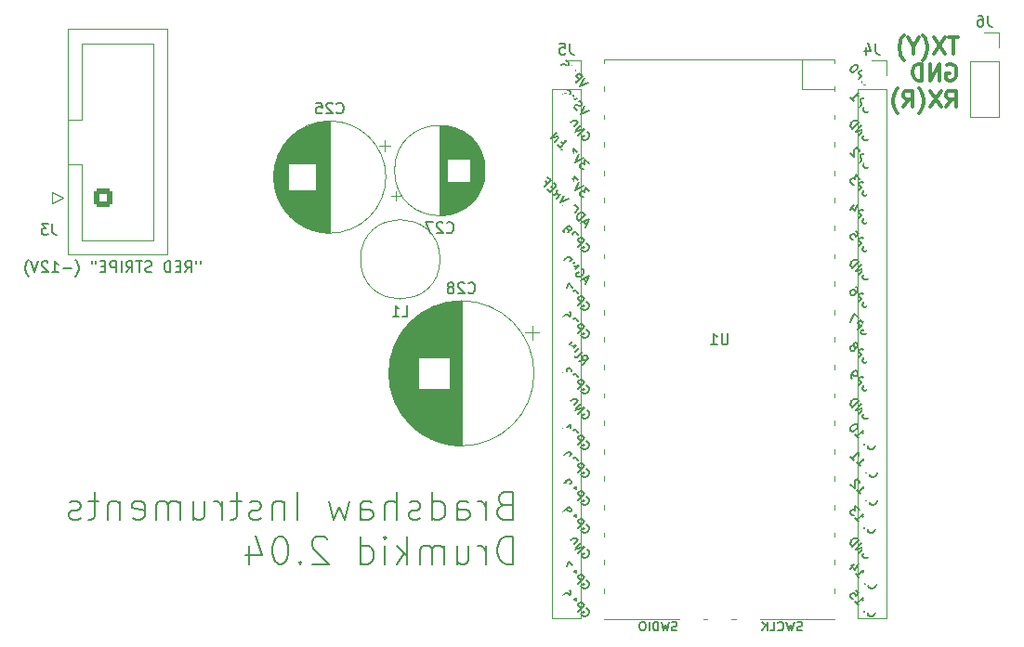
<source format=gbr>
%TF.GenerationSoftware,KiCad,Pcbnew,7.0.2*%
%TF.CreationDate,2025-02-19T16:37:45+00:00*%
%TF.ProjectId,dk2_04_bottom,646b325f-3034-45f6-926f-74746f6d2e6b,rev?*%
%TF.SameCoordinates,Original*%
%TF.FileFunction,Legend,Bot*%
%TF.FilePolarity,Positive*%
%FSLAX46Y46*%
G04 Gerber Fmt 4.6, Leading zero omitted, Abs format (unit mm)*
G04 Created by KiCad (PCBNEW 7.0.2) date 2025-02-19 16:37:45*
%MOMM*%
%LPD*%
G01*
G04 APERTURE LIST*
G04 Aperture macros list*
%AMRoundRect*
0 Rectangle with rounded corners*
0 $1 Rounding radius*
0 $2 $3 $4 $5 $6 $7 $8 $9 X,Y pos of 4 corners*
0 Add a 4 corners polygon primitive as box body*
4,1,4,$2,$3,$4,$5,$6,$7,$8,$9,$2,$3,0*
0 Add four circle primitives for the rounded corners*
1,1,$1+$1,$2,$3*
1,1,$1+$1,$4,$5*
1,1,$1+$1,$6,$7*
1,1,$1+$1,$8,$9*
0 Add four rect primitives between the rounded corners*
20,1,$1+$1,$2,$3,$4,$5,0*
20,1,$1+$1,$4,$5,$6,$7,0*
20,1,$1+$1,$6,$7,$8,$9,0*
20,1,$1+$1,$8,$9,$2,$3,0*%
G04 Aperture macros list end*
%ADD10C,0.150000*%
%ADD11C,0.200000*%
%ADD12C,0.300000*%
%ADD13C,0.120000*%
%ADD14R,1.700000X1.700000*%
%ADD15O,1.700000X1.700000*%
%ADD16R,2.400000X2.400000*%
%ADD17C,2.400000*%
%ADD18RoundRect,0.250000X-0.600000X-0.600000X0.600000X-0.600000X0.600000X0.600000X-0.600000X0.600000X0*%
%ADD19C,1.700000*%
%ADD20C,2.600000*%
%ADD21R,1.600000X1.600000*%
%ADD22C,1.600000*%
%ADD23R,2.000000X2.000000*%
%ADD24C,2.000000*%
%ADD25O,1.800000X1.800000*%
%ADD26O,1.500000X1.500000*%
%ADD27R,3.500000X1.700000*%
%ADD28R,1.700000X3.500000*%
G04 APERTURE END LIST*
D10*
X103809523Y-72877619D02*
X103809523Y-73068095D01*
X103428571Y-72877619D02*
X103428571Y-73068095D01*
X102428571Y-73877619D02*
X102761904Y-73401428D01*
X102999999Y-73877619D02*
X102999999Y-72877619D01*
X102999999Y-72877619D02*
X102619047Y-72877619D01*
X102619047Y-72877619D02*
X102523809Y-72925238D01*
X102523809Y-72925238D02*
X102476190Y-72972857D01*
X102476190Y-72972857D02*
X102428571Y-73068095D01*
X102428571Y-73068095D02*
X102428571Y-73210952D01*
X102428571Y-73210952D02*
X102476190Y-73306190D01*
X102476190Y-73306190D02*
X102523809Y-73353809D01*
X102523809Y-73353809D02*
X102619047Y-73401428D01*
X102619047Y-73401428D02*
X102999999Y-73401428D01*
X101999999Y-73353809D02*
X101666666Y-73353809D01*
X101523809Y-73877619D02*
X101999999Y-73877619D01*
X101999999Y-73877619D02*
X101999999Y-72877619D01*
X101999999Y-72877619D02*
X101523809Y-72877619D01*
X101095237Y-73877619D02*
X101095237Y-72877619D01*
X101095237Y-72877619D02*
X100857142Y-72877619D01*
X100857142Y-72877619D02*
X100714285Y-72925238D01*
X100714285Y-72925238D02*
X100619047Y-73020476D01*
X100619047Y-73020476D02*
X100571428Y-73115714D01*
X100571428Y-73115714D02*
X100523809Y-73306190D01*
X100523809Y-73306190D02*
X100523809Y-73449047D01*
X100523809Y-73449047D02*
X100571428Y-73639523D01*
X100571428Y-73639523D02*
X100619047Y-73734761D01*
X100619047Y-73734761D02*
X100714285Y-73830000D01*
X100714285Y-73830000D02*
X100857142Y-73877619D01*
X100857142Y-73877619D02*
X101095237Y-73877619D01*
X99380951Y-73830000D02*
X99238094Y-73877619D01*
X99238094Y-73877619D02*
X98999999Y-73877619D01*
X98999999Y-73877619D02*
X98904761Y-73830000D01*
X98904761Y-73830000D02*
X98857142Y-73782380D01*
X98857142Y-73782380D02*
X98809523Y-73687142D01*
X98809523Y-73687142D02*
X98809523Y-73591904D01*
X98809523Y-73591904D02*
X98857142Y-73496666D01*
X98857142Y-73496666D02*
X98904761Y-73449047D01*
X98904761Y-73449047D02*
X98999999Y-73401428D01*
X98999999Y-73401428D02*
X99190475Y-73353809D01*
X99190475Y-73353809D02*
X99285713Y-73306190D01*
X99285713Y-73306190D02*
X99333332Y-73258571D01*
X99333332Y-73258571D02*
X99380951Y-73163333D01*
X99380951Y-73163333D02*
X99380951Y-73068095D01*
X99380951Y-73068095D02*
X99333332Y-72972857D01*
X99333332Y-72972857D02*
X99285713Y-72925238D01*
X99285713Y-72925238D02*
X99190475Y-72877619D01*
X99190475Y-72877619D02*
X98952380Y-72877619D01*
X98952380Y-72877619D02*
X98809523Y-72925238D01*
X98523808Y-72877619D02*
X97952380Y-72877619D01*
X98238094Y-73877619D02*
X98238094Y-72877619D01*
X97047618Y-73877619D02*
X97380951Y-73401428D01*
X97619046Y-73877619D02*
X97619046Y-72877619D01*
X97619046Y-72877619D02*
X97238094Y-72877619D01*
X97238094Y-72877619D02*
X97142856Y-72925238D01*
X97142856Y-72925238D02*
X97095237Y-72972857D01*
X97095237Y-72972857D02*
X97047618Y-73068095D01*
X97047618Y-73068095D02*
X97047618Y-73210952D01*
X97047618Y-73210952D02*
X97095237Y-73306190D01*
X97095237Y-73306190D02*
X97142856Y-73353809D01*
X97142856Y-73353809D02*
X97238094Y-73401428D01*
X97238094Y-73401428D02*
X97619046Y-73401428D01*
X96619046Y-73877619D02*
X96619046Y-72877619D01*
X96142856Y-73877619D02*
X96142856Y-72877619D01*
X96142856Y-72877619D02*
X95761904Y-72877619D01*
X95761904Y-72877619D02*
X95666666Y-72925238D01*
X95666666Y-72925238D02*
X95619047Y-72972857D01*
X95619047Y-72972857D02*
X95571428Y-73068095D01*
X95571428Y-73068095D02*
X95571428Y-73210952D01*
X95571428Y-73210952D02*
X95619047Y-73306190D01*
X95619047Y-73306190D02*
X95666666Y-73353809D01*
X95666666Y-73353809D02*
X95761904Y-73401428D01*
X95761904Y-73401428D02*
X96142856Y-73401428D01*
X95142856Y-73353809D02*
X94809523Y-73353809D01*
X94666666Y-73877619D02*
X95142856Y-73877619D01*
X95142856Y-73877619D02*
X95142856Y-72877619D01*
X95142856Y-72877619D02*
X94666666Y-72877619D01*
X94285713Y-72877619D02*
X94285713Y-73068095D01*
X93904761Y-72877619D02*
X93904761Y-73068095D01*
X92428570Y-74258571D02*
X92476189Y-74210952D01*
X92476189Y-74210952D02*
X92571427Y-74068095D01*
X92571427Y-74068095D02*
X92619046Y-73972857D01*
X92619046Y-73972857D02*
X92666665Y-73830000D01*
X92666665Y-73830000D02*
X92714284Y-73591904D01*
X92714284Y-73591904D02*
X92714284Y-73401428D01*
X92714284Y-73401428D02*
X92666665Y-73163333D01*
X92666665Y-73163333D02*
X92619046Y-73020476D01*
X92619046Y-73020476D02*
X92571427Y-72925238D01*
X92571427Y-72925238D02*
X92476189Y-72782380D01*
X92476189Y-72782380D02*
X92428570Y-72734761D01*
X92047617Y-73496666D02*
X91285713Y-73496666D01*
X90285713Y-73877619D02*
X90857141Y-73877619D01*
X90571427Y-73877619D02*
X90571427Y-72877619D01*
X90571427Y-72877619D02*
X90666665Y-73020476D01*
X90666665Y-73020476D02*
X90761903Y-73115714D01*
X90761903Y-73115714D02*
X90857141Y-73163333D01*
X89904760Y-72972857D02*
X89857141Y-72925238D01*
X89857141Y-72925238D02*
X89761903Y-72877619D01*
X89761903Y-72877619D02*
X89523808Y-72877619D01*
X89523808Y-72877619D02*
X89428570Y-72925238D01*
X89428570Y-72925238D02*
X89380951Y-72972857D01*
X89380951Y-72972857D02*
X89333332Y-73068095D01*
X89333332Y-73068095D02*
X89333332Y-73163333D01*
X89333332Y-73163333D02*
X89380951Y-73306190D01*
X89380951Y-73306190D02*
X89952379Y-73877619D01*
X89952379Y-73877619D02*
X89333332Y-73877619D01*
X89047617Y-72877619D02*
X88714284Y-73877619D01*
X88714284Y-73877619D02*
X88380951Y-72877619D01*
X88142855Y-74258571D02*
X88095236Y-74210952D01*
X88095236Y-74210952D02*
X87999998Y-74068095D01*
X87999998Y-74068095D02*
X87952379Y-73972857D01*
X87952379Y-73972857D02*
X87904760Y-73830000D01*
X87904760Y-73830000D02*
X87857141Y-73591904D01*
X87857141Y-73591904D02*
X87857141Y-73401428D01*
X87857141Y-73401428D02*
X87904760Y-73163333D01*
X87904760Y-73163333D02*
X87952379Y-73020476D01*
X87952379Y-73020476D02*
X87999998Y-72925238D01*
X87999998Y-72925238D02*
X88095236Y-72782380D01*
X88095236Y-72782380D02*
X88142855Y-72734761D01*
D11*
X131471428Y-95134523D02*
X131114285Y-95253571D01*
X131114285Y-95253571D02*
X130995238Y-95372619D01*
X130995238Y-95372619D02*
X130876190Y-95610714D01*
X130876190Y-95610714D02*
X130876190Y-95967857D01*
X130876190Y-95967857D02*
X130995238Y-96205952D01*
X130995238Y-96205952D02*
X131114285Y-96325000D01*
X131114285Y-96325000D02*
X131352380Y-96444047D01*
X131352380Y-96444047D02*
X132304761Y-96444047D01*
X132304761Y-96444047D02*
X132304761Y-93944047D01*
X132304761Y-93944047D02*
X131471428Y-93944047D01*
X131471428Y-93944047D02*
X131233333Y-94063095D01*
X131233333Y-94063095D02*
X131114285Y-94182142D01*
X131114285Y-94182142D02*
X130995238Y-94420238D01*
X130995238Y-94420238D02*
X130995238Y-94658333D01*
X130995238Y-94658333D02*
X131114285Y-94896428D01*
X131114285Y-94896428D02*
X131233333Y-95015476D01*
X131233333Y-95015476D02*
X131471428Y-95134523D01*
X131471428Y-95134523D02*
X132304761Y-95134523D01*
X129804761Y-96444047D02*
X129804761Y-94777380D01*
X129804761Y-95253571D02*
X129685714Y-95015476D01*
X129685714Y-95015476D02*
X129566666Y-94896428D01*
X129566666Y-94896428D02*
X129328571Y-94777380D01*
X129328571Y-94777380D02*
X129090476Y-94777380D01*
X127185714Y-96444047D02*
X127185714Y-95134523D01*
X127185714Y-95134523D02*
X127304761Y-94896428D01*
X127304761Y-94896428D02*
X127542857Y-94777380D01*
X127542857Y-94777380D02*
X128019047Y-94777380D01*
X128019047Y-94777380D02*
X128257142Y-94896428D01*
X127185714Y-96325000D02*
X127423809Y-96444047D01*
X127423809Y-96444047D02*
X128019047Y-96444047D01*
X128019047Y-96444047D02*
X128257142Y-96325000D01*
X128257142Y-96325000D02*
X128376190Y-96086904D01*
X128376190Y-96086904D02*
X128376190Y-95848809D01*
X128376190Y-95848809D02*
X128257142Y-95610714D01*
X128257142Y-95610714D02*
X128019047Y-95491666D01*
X128019047Y-95491666D02*
X127423809Y-95491666D01*
X127423809Y-95491666D02*
X127185714Y-95372619D01*
X124923809Y-96444047D02*
X124923809Y-93944047D01*
X124923809Y-96325000D02*
X125161904Y-96444047D01*
X125161904Y-96444047D02*
X125638095Y-96444047D01*
X125638095Y-96444047D02*
X125876190Y-96325000D01*
X125876190Y-96325000D02*
X125995237Y-96205952D01*
X125995237Y-96205952D02*
X126114285Y-95967857D01*
X126114285Y-95967857D02*
X126114285Y-95253571D01*
X126114285Y-95253571D02*
X125995237Y-95015476D01*
X125995237Y-95015476D02*
X125876190Y-94896428D01*
X125876190Y-94896428D02*
X125638095Y-94777380D01*
X125638095Y-94777380D02*
X125161904Y-94777380D01*
X125161904Y-94777380D02*
X124923809Y-94896428D01*
X123852380Y-96325000D02*
X123614285Y-96444047D01*
X123614285Y-96444047D02*
X123138094Y-96444047D01*
X123138094Y-96444047D02*
X122899999Y-96325000D01*
X122899999Y-96325000D02*
X122780951Y-96086904D01*
X122780951Y-96086904D02*
X122780951Y-95967857D01*
X122780951Y-95967857D02*
X122899999Y-95729761D01*
X122899999Y-95729761D02*
X123138094Y-95610714D01*
X123138094Y-95610714D02*
X123495237Y-95610714D01*
X123495237Y-95610714D02*
X123733332Y-95491666D01*
X123733332Y-95491666D02*
X123852380Y-95253571D01*
X123852380Y-95253571D02*
X123852380Y-95134523D01*
X123852380Y-95134523D02*
X123733332Y-94896428D01*
X123733332Y-94896428D02*
X123495237Y-94777380D01*
X123495237Y-94777380D02*
X123138094Y-94777380D01*
X123138094Y-94777380D02*
X122899999Y-94896428D01*
X121709522Y-96444047D02*
X121709522Y-93944047D01*
X120638094Y-96444047D02*
X120638094Y-95134523D01*
X120638094Y-95134523D02*
X120757141Y-94896428D01*
X120757141Y-94896428D02*
X120995237Y-94777380D01*
X120995237Y-94777380D02*
X121352380Y-94777380D01*
X121352380Y-94777380D02*
X121590475Y-94896428D01*
X121590475Y-94896428D02*
X121709522Y-95015476D01*
X118376189Y-96444047D02*
X118376189Y-95134523D01*
X118376189Y-95134523D02*
X118495236Y-94896428D01*
X118495236Y-94896428D02*
X118733332Y-94777380D01*
X118733332Y-94777380D02*
X119209522Y-94777380D01*
X119209522Y-94777380D02*
X119447617Y-94896428D01*
X118376189Y-96325000D02*
X118614284Y-96444047D01*
X118614284Y-96444047D02*
X119209522Y-96444047D01*
X119209522Y-96444047D02*
X119447617Y-96325000D01*
X119447617Y-96325000D02*
X119566665Y-96086904D01*
X119566665Y-96086904D02*
X119566665Y-95848809D01*
X119566665Y-95848809D02*
X119447617Y-95610714D01*
X119447617Y-95610714D02*
X119209522Y-95491666D01*
X119209522Y-95491666D02*
X118614284Y-95491666D01*
X118614284Y-95491666D02*
X118376189Y-95372619D01*
X117423808Y-94777380D02*
X116947617Y-96444047D01*
X116947617Y-96444047D02*
X116471427Y-95253571D01*
X116471427Y-95253571D02*
X115995236Y-96444047D01*
X115995236Y-96444047D02*
X115519046Y-94777380D01*
X112661902Y-96444047D02*
X112661902Y-93944047D01*
X111471426Y-94777380D02*
X111471426Y-96444047D01*
X111471426Y-95015476D02*
X111352379Y-94896428D01*
X111352379Y-94896428D02*
X111114284Y-94777380D01*
X111114284Y-94777380D02*
X110757141Y-94777380D01*
X110757141Y-94777380D02*
X110519045Y-94896428D01*
X110519045Y-94896428D02*
X110399998Y-95134523D01*
X110399998Y-95134523D02*
X110399998Y-96444047D01*
X109328569Y-96325000D02*
X109090474Y-96444047D01*
X109090474Y-96444047D02*
X108614283Y-96444047D01*
X108614283Y-96444047D02*
X108376188Y-96325000D01*
X108376188Y-96325000D02*
X108257140Y-96086904D01*
X108257140Y-96086904D02*
X108257140Y-95967857D01*
X108257140Y-95967857D02*
X108376188Y-95729761D01*
X108376188Y-95729761D02*
X108614283Y-95610714D01*
X108614283Y-95610714D02*
X108971426Y-95610714D01*
X108971426Y-95610714D02*
X109209521Y-95491666D01*
X109209521Y-95491666D02*
X109328569Y-95253571D01*
X109328569Y-95253571D02*
X109328569Y-95134523D01*
X109328569Y-95134523D02*
X109209521Y-94896428D01*
X109209521Y-94896428D02*
X108971426Y-94777380D01*
X108971426Y-94777380D02*
X108614283Y-94777380D01*
X108614283Y-94777380D02*
X108376188Y-94896428D01*
X107542854Y-94777380D02*
X106590473Y-94777380D01*
X107185711Y-93944047D02*
X107185711Y-96086904D01*
X107185711Y-96086904D02*
X107066664Y-96325000D01*
X107066664Y-96325000D02*
X106828569Y-96444047D01*
X106828569Y-96444047D02*
X106590473Y-96444047D01*
X105757140Y-96444047D02*
X105757140Y-94777380D01*
X105757140Y-95253571D02*
X105638093Y-95015476D01*
X105638093Y-95015476D02*
X105519045Y-94896428D01*
X105519045Y-94896428D02*
X105280950Y-94777380D01*
X105280950Y-94777380D02*
X105042855Y-94777380D01*
X103138093Y-94777380D02*
X103138093Y-96444047D01*
X104209521Y-94777380D02*
X104209521Y-96086904D01*
X104209521Y-96086904D02*
X104090474Y-96325000D01*
X104090474Y-96325000D02*
X103852379Y-96444047D01*
X103852379Y-96444047D02*
X103495236Y-96444047D01*
X103495236Y-96444047D02*
X103257140Y-96325000D01*
X103257140Y-96325000D02*
X103138093Y-96205952D01*
X101947616Y-96444047D02*
X101947616Y-94777380D01*
X101947616Y-95015476D02*
X101828569Y-94896428D01*
X101828569Y-94896428D02*
X101590474Y-94777380D01*
X101590474Y-94777380D02*
X101233331Y-94777380D01*
X101233331Y-94777380D02*
X100995235Y-94896428D01*
X100995235Y-94896428D02*
X100876188Y-95134523D01*
X100876188Y-95134523D02*
X100876188Y-96444047D01*
X100876188Y-95134523D02*
X100757140Y-94896428D01*
X100757140Y-94896428D02*
X100519045Y-94777380D01*
X100519045Y-94777380D02*
X100161902Y-94777380D01*
X100161902Y-94777380D02*
X99923807Y-94896428D01*
X99923807Y-94896428D02*
X99804759Y-95134523D01*
X99804759Y-95134523D02*
X99804759Y-96444047D01*
X97661902Y-96325000D02*
X97899998Y-96444047D01*
X97899998Y-96444047D02*
X98376188Y-96444047D01*
X98376188Y-96444047D02*
X98614283Y-96325000D01*
X98614283Y-96325000D02*
X98733331Y-96086904D01*
X98733331Y-96086904D02*
X98733331Y-95134523D01*
X98733331Y-95134523D02*
X98614283Y-94896428D01*
X98614283Y-94896428D02*
X98376188Y-94777380D01*
X98376188Y-94777380D02*
X97899998Y-94777380D01*
X97899998Y-94777380D02*
X97661902Y-94896428D01*
X97661902Y-94896428D02*
X97542855Y-95134523D01*
X97542855Y-95134523D02*
X97542855Y-95372619D01*
X97542855Y-95372619D02*
X98733331Y-95610714D01*
X96471426Y-94777380D02*
X96471426Y-96444047D01*
X96471426Y-95015476D02*
X96352379Y-94896428D01*
X96352379Y-94896428D02*
X96114284Y-94777380D01*
X96114284Y-94777380D02*
X95757141Y-94777380D01*
X95757141Y-94777380D02*
X95519045Y-94896428D01*
X95519045Y-94896428D02*
X95399998Y-95134523D01*
X95399998Y-95134523D02*
X95399998Y-96444047D01*
X94566664Y-94777380D02*
X93614283Y-94777380D01*
X94209521Y-93944047D02*
X94209521Y-96086904D01*
X94209521Y-96086904D02*
X94090474Y-96325000D01*
X94090474Y-96325000D02*
X93852379Y-96444047D01*
X93852379Y-96444047D02*
X93614283Y-96444047D01*
X92899998Y-96325000D02*
X92661903Y-96444047D01*
X92661903Y-96444047D02*
X92185712Y-96444047D01*
X92185712Y-96444047D02*
X91947617Y-96325000D01*
X91947617Y-96325000D02*
X91828569Y-96086904D01*
X91828569Y-96086904D02*
X91828569Y-95967857D01*
X91828569Y-95967857D02*
X91947617Y-95729761D01*
X91947617Y-95729761D02*
X92185712Y-95610714D01*
X92185712Y-95610714D02*
X92542855Y-95610714D01*
X92542855Y-95610714D02*
X92780950Y-95491666D01*
X92780950Y-95491666D02*
X92899998Y-95253571D01*
X92899998Y-95253571D02*
X92899998Y-95134523D01*
X92899998Y-95134523D02*
X92780950Y-94896428D01*
X92780950Y-94896428D02*
X92542855Y-94777380D01*
X92542855Y-94777380D02*
X92185712Y-94777380D01*
X92185712Y-94777380D02*
X91947617Y-94896428D01*
X132304761Y-100494047D02*
X132304761Y-97994047D01*
X132304761Y-97994047D02*
X131709523Y-97994047D01*
X131709523Y-97994047D02*
X131352380Y-98113095D01*
X131352380Y-98113095D02*
X131114285Y-98351190D01*
X131114285Y-98351190D02*
X130995238Y-98589285D01*
X130995238Y-98589285D02*
X130876190Y-99065476D01*
X130876190Y-99065476D02*
X130876190Y-99422619D01*
X130876190Y-99422619D02*
X130995238Y-99898809D01*
X130995238Y-99898809D02*
X131114285Y-100136904D01*
X131114285Y-100136904D02*
X131352380Y-100375000D01*
X131352380Y-100375000D02*
X131709523Y-100494047D01*
X131709523Y-100494047D02*
X132304761Y-100494047D01*
X129804761Y-100494047D02*
X129804761Y-98827380D01*
X129804761Y-99303571D02*
X129685714Y-99065476D01*
X129685714Y-99065476D02*
X129566666Y-98946428D01*
X129566666Y-98946428D02*
X129328571Y-98827380D01*
X129328571Y-98827380D02*
X129090476Y-98827380D01*
X127185714Y-98827380D02*
X127185714Y-100494047D01*
X128257142Y-98827380D02*
X128257142Y-100136904D01*
X128257142Y-100136904D02*
X128138095Y-100375000D01*
X128138095Y-100375000D02*
X127900000Y-100494047D01*
X127900000Y-100494047D02*
X127542857Y-100494047D01*
X127542857Y-100494047D02*
X127304761Y-100375000D01*
X127304761Y-100375000D02*
X127185714Y-100255952D01*
X125995237Y-100494047D02*
X125995237Y-98827380D01*
X125995237Y-99065476D02*
X125876190Y-98946428D01*
X125876190Y-98946428D02*
X125638095Y-98827380D01*
X125638095Y-98827380D02*
X125280952Y-98827380D01*
X125280952Y-98827380D02*
X125042856Y-98946428D01*
X125042856Y-98946428D02*
X124923809Y-99184523D01*
X124923809Y-99184523D02*
X124923809Y-100494047D01*
X124923809Y-99184523D02*
X124804761Y-98946428D01*
X124804761Y-98946428D02*
X124566666Y-98827380D01*
X124566666Y-98827380D02*
X124209523Y-98827380D01*
X124209523Y-98827380D02*
X123971428Y-98946428D01*
X123971428Y-98946428D02*
X123852380Y-99184523D01*
X123852380Y-99184523D02*
X123852380Y-100494047D01*
X122661904Y-100494047D02*
X122661904Y-97994047D01*
X122423809Y-99541666D02*
X121709523Y-100494047D01*
X121709523Y-98827380D02*
X122661904Y-99779761D01*
X120638094Y-100494047D02*
X120638094Y-98827380D01*
X120638094Y-97994047D02*
X120757142Y-98113095D01*
X120757142Y-98113095D02*
X120638094Y-98232142D01*
X120638094Y-98232142D02*
X120519047Y-98113095D01*
X120519047Y-98113095D02*
X120638094Y-97994047D01*
X120638094Y-97994047D02*
X120638094Y-98232142D01*
X118376190Y-100494047D02*
X118376190Y-97994047D01*
X118376190Y-100375000D02*
X118614285Y-100494047D01*
X118614285Y-100494047D02*
X119090476Y-100494047D01*
X119090476Y-100494047D02*
X119328571Y-100375000D01*
X119328571Y-100375000D02*
X119447618Y-100255952D01*
X119447618Y-100255952D02*
X119566666Y-100017857D01*
X119566666Y-100017857D02*
X119566666Y-99303571D01*
X119566666Y-99303571D02*
X119447618Y-99065476D01*
X119447618Y-99065476D02*
X119328571Y-98946428D01*
X119328571Y-98946428D02*
X119090476Y-98827380D01*
X119090476Y-98827380D02*
X118614285Y-98827380D01*
X118614285Y-98827380D02*
X118376190Y-98946428D01*
X115399999Y-98232142D02*
X115280951Y-98113095D01*
X115280951Y-98113095D02*
X115042856Y-97994047D01*
X115042856Y-97994047D02*
X114447618Y-97994047D01*
X114447618Y-97994047D02*
X114209523Y-98113095D01*
X114209523Y-98113095D02*
X114090475Y-98232142D01*
X114090475Y-98232142D02*
X113971428Y-98470238D01*
X113971428Y-98470238D02*
X113971428Y-98708333D01*
X113971428Y-98708333D02*
X114090475Y-99065476D01*
X114090475Y-99065476D02*
X115519047Y-100494047D01*
X115519047Y-100494047D02*
X113971428Y-100494047D01*
X112899999Y-100255952D02*
X112780952Y-100375000D01*
X112780952Y-100375000D02*
X112899999Y-100494047D01*
X112899999Y-100494047D02*
X113019047Y-100375000D01*
X113019047Y-100375000D02*
X112899999Y-100255952D01*
X112899999Y-100255952D02*
X112899999Y-100494047D01*
X111233333Y-97994047D02*
X110995238Y-97994047D01*
X110995238Y-97994047D02*
X110757142Y-98113095D01*
X110757142Y-98113095D02*
X110638095Y-98232142D01*
X110638095Y-98232142D02*
X110519047Y-98470238D01*
X110519047Y-98470238D02*
X110400000Y-98946428D01*
X110400000Y-98946428D02*
X110400000Y-99541666D01*
X110400000Y-99541666D02*
X110519047Y-100017857D01*
X110519047Y-100017857D02*
X110638095Y-100255952D01*
X110638095Y-100255952D02*
X110757142Y-100375000D01*
X110757142Y-100375000D02*
X110995238Y-100494047D01*
X110995238Y-100494047D02*
X111233333Y-100494047D01*
X111233333Y-100494047D02*
X111471428Y-100375000D01*
X111471428Y-100375000D02*
X111590476Y-100255952D01*
X111590476Y-100255952D02*
X111709523Y-100017857D01*
X111709523Y-100017857D02*
X111828571Y-99541666D01*
X111828571Y-99541666D02*
X111828571Y-98946428D01*
X111828571Y-98946428D02*
X111709523Y-98470238D01*
X111709523Y-98470238D02*
X111590476Y-98232142D01*
X111590476Y-98232142D02*
X111471428Y-98113095D01*
X111471428Y-98113095D02*
X111233333Y-97994047D01*
X108257143Y-98827380D02*
X108257143Y-100494047D01*
X108852381Y-97875000D02*
X109447619Y-99660714D01*
X109447619Y-99660714D02*
X107900000Y-99660714D01*
D12*
X172857142Y-52456428D02*
X172000000Y-52456428D01*
X172428571Y-53956428D02*
X172428571Y-52456428D01*
X171642857Y-52456428D02*
X170642857Y-53956428D01*
X170642857Y-52456428D02*
X171642857Y-53956428D01*
X169642857Y-54527857D02*
X169714286Y-54456428D01*
X169714286Y-54456428D02*
X169857143Y-54242142D01*
X169857143Y-54242142D02*
X169928572Y-54099285D01*
X169928572Y-54099285D02*
X170000000Y-53885000D01*
X170000000Y-53885000D02*
X170071429Y-53527857D01*
X170071429Y-53527857D02*
X170071429Y-53242142D01*
X170071429Y-53242142D02*
X170000000Y-52885000D01*
X170000000Y-52885000D02*
X169928572Y-52670714D01*
X169928572Y-52670714D02*
X169857143Y-52527857D01*
X169857143Y-52527857D02*
X169714286Y-52313571D01*
X169714286Y-52313571D02*
X169642857Y-52242142D01*
X168785714Y-53242142D02*
X168785714Y-53956428D01*
X169285714Y-52456428D02*
X168785714Y-53242142D01*
X168785714Y-53242142D02*
X168285714Y-52456428D01*
X167928572Y-54527857D02*
X167857143Y-54456428D01*
X167857143Y-54456428D02*
X167714286Y-54242142D01*
X167714286Y-54242142D02*
X167642858Y-54099285D01*
X167642858Y-54099285D02*
X167571429Y-53885000D01*
X167571429Y-53885000D02*
X167500000Y-53527857D01*
X167500000Y-53527857D02*
X167500000Y-53242142D01*
X167500000Y-53242142D02*
X167571429Y-52885000D01*
X167571429Y-52885000D02*
X167642858Y-52670714D01*
X167642858Y-52670714D02*
X167714286Y-52527857D01*
X167714286Y-52527857D02*
X167857143Y-52313571D01*
X167857143Y-52313571D02*
X167928572Y-52242142D01*
X171857142Y-54957857D02*
X172000000Y-54886428D01*
X172000000Y-54886428D02*
X172214285Y-54886428D01*
X172214285Y-54886428D02*
X172428571Y-54957857D01*
X172428571Y-54957857D02*
X172571428Y-55100714D01*
X172571428Y-55100714D02*
X172642857Y-55243571D01*
X172642857Y-55243571D02*
X172714285Y-55529285D01*
X172714285Y-55529285D02*
X172714285Y-55743571D01*
X172714285Y-55743571D02*
X172642857Y-56029285D01*
X172642857Y-56029285D02*
X172571428Y-56172142D01*
X172571428Y-56172142D02*
X172428571Y-56315000D01*
X172428571Y-56315000D02*
X172214285Y-56386428D01*
X172214285Y-56386428D02*
X172071428Y-56386428D01*
X172071428Y-56386428D02*
X171857142Y-56315000D01*
X171857142Y-56315000D02*
X171785714Y-56243571D01*
X171785714Y-56243571D02*
X171785714Y-55743571D01*
X171785714Y-55743571D02*
X172071428Y-55743571D01*
X171142857Y-56386428D02*
X171142857Y-54886428D01*
X171142857Y-54886428D02*
X170285714Y-56386428D01*
X170285714Y-56386428D02*
X170285714Y-54886428D01*
X169571428Y-56386428D02*
X169571428Y-54886428D01*
X169571428Y-54886428D02*
X169214285Y-54886428D01*
X169214285Y-54886428D02*
X168999999Y-54957857D01*
X168999999Y-54957857D02*
X168857142Y-55100714D01*
X168857142Y-55100714D02*
X168785713Y-55243571D01*
X168785713Y-55243571D02*
X168714285Y-55529285D01*
X168714285Y-55529285D02*
X168714285Y-55743571D01*
X168714285Y-55743571D02*
X168785713Y-56029285D01*
X168785713Y-56029285D02*
X168857142Y-56172142D01*
X168857142Y-56172142D02*
X168999999Y-56315000D01*
X168999999Y-56315000D02*
X169214285Y-56386428D01*
X169214285Y-56386428D02*
X169571428Y-56386428D01*
X171785714Y-58816428D02*
X172285714Y-58102142D01*
X172642857Y-58816428D02*
X172642857Y-57316428D01*
X172642857Y-57316428D02*
X172071428Y-57316428D01*
X172071428Y-57316428D02*
X171928571Y-57387857D01*
X171928571Y-57387857D02*
X171857142Y-57459285D01*
X171857142Y-57459285D02*
X171785714Y-57602142D01*
X171785714Y-57602142D02*
X171785714Y-57816428D01*
X171785714Y-57816428D02*
X171857142Y-57959285D01*
X171857142Y-57959285D02*
X171928571Y-58030714D01*
X171928571Y-58030714D02*
X172071428Y-58102142D01*
X172071428Y-58102142D02*
X172642857Y-58102142D01*
X171285714Y-57316428D02*
X170285714Y-58816428D01*
X170285714Y-57316428D02*
X171285714Y-58816428D01*
X169285714Y-59387857D02*
X169357143Y-59316428D01*
X169357143Y-59316428D02*
X169500000Y-59102142D01*
X169500000Y-59102142D02*
X169571429Y-58959285D01*
X169571429Y-58959285D02*
X169642857Y-58745000D01*
X169642857Y-58745000D02*
X169714286Y-58387857D01*
X169714286Y-58387857D02*
X169714286Y-58102142D01*
X169714286Y-58102142D02*
X169642857Y-57745000D01*
X169642857Y-57745000D02*
X169571429Y-57530714D01*
X169571429Y-57530714D02*
X169500000Y-57387857D01*
X169500000Y-57387857D02*
X169357143Y-57173571D01*
X169357143Y-57173571D02*
X169285714Y-57102142D01*
X167857143Y-58816428D02*
X168357143Y-58102142D01*
X168714286Y-58816428D02*
X168714286Y-57316428D01*
X168714286Y-57316428D02*
X168142857Y-57316428D01*
X168142857Y-57316428D02*
X168000000Y-57387857D01*
X168000000Y-57387857D02*
X167928571Y-57459285D01*
X167928571Y-57459285D02*
X167857143Y-57602142D01*
X167857143Y-57602142D02*
X167857143Y-57816428D01*
X167857143Y-57816428D02*
X167928571Y-57959285D01*
X167928571Y-57959285D02*
X168000000Y-58030714D01*
X168000000Y-58030714D02*
X168142857Y-58102142D01*
X168142857Y-58102142D02*
X168714286Y-58102142D01*
X167357143Y-59387857D02*
X167285714Y-59316428D01*
X167285714Y-59316428D02*
X167142857Y-59102142D01*
X167142857Y-59102142D02*
X167071429Y-58959285D01*
X167071429Y-58959285D02*
X167000000Y-58745000D01*
X167000000Y-58745000D02*
X166928571Y-58387857D01*
X166928571Y-58387857D02*
X166928571Y-58102142D01*
X166928571Y-58102142D02*
X167000000Y-57745000D01*
X167000000Y-57745000D02*
X167071429Y-57530714D01*
X167071429Y-57530714D02*
X167142857Y-57387857D01*
X167142857Y-57387857D02*
X167285714Y-57173571D01*
X167285714Y-57173571D02*
X167357143Y-57102142D01*
D10*
%TO.C,C28*%
X128242857Y-75717380D02*
X128290476Y-75765000D01*
X128290476Y-75765000D02*
X128433333Y-75812619D01*
X128433333Y-75812619D02*
X128528571Y-75812619D01*
X128528571Y-75812619D02*
X128671428Y-75765000D01*
X128671428Y-75765000D02*
X128766666Y-75669761D01*
X128766666Y-75669761D02*
X128814285Y-75574523D01*
X128814285Y-75574523D02*
X128861904Y-75384047D01*
X128861904Y-75384047D02*
X128861904Y-75241190D01*
X128861904Y-75241190D02*
X128814285Y-75050714D01*
X128814285Y-75050714D02*
X128766666Y-74955476D01*
X128766666Y-74955476D02*
X128671428Y-74860238D01*
X128671428Y-74860238D02*
X128528571Y-74812619D01*
X128528571Y-74812619D02*
X128433333Y-74812619D01*
X128433333Y-74812619D02*
X128290476Y-74860238D01*
X128290476Y-74860238D02*
X128242857Y-74907857D01*
X127861904Y-74907857D02*
X127814285Y-74860238D01*
X127814285Y-74860238D02*
X127719047Y-74812619D01*
X127719047Y-74812619D02*
X127480952Y-74812619D01*
X127480952Y-74812619D02*
X127385714Y-74860238D01*
X127385714Y-74860238D02*
X127338095Y-74907857D01*
X127338095Y-74907857D02*
X127290476Y-75003095D01*
X127290476Y-75003095D02*
X127290476Y-75098333D01*
X127290476Y-75098333D02*
X127338095Y-75241190D01*
X127338095Y-75241190D02*
X127909523Y-75812619D01*
X127909523Y-75812619D02*
X127290476Y-75812619D01*
X126719047Y-75241190D02*
X126814285Y-75193571D01*
X126814285Y-75193571D02*
X126861904Y-75145952D01*
X126861904Y-75145952D02*
X126909523Y-75050714D01*
X126909523Y-75050714D02*
X126909523Y-75003095D01*
X126909523Y-75003095D02*
X126861904Y-74907857D01*
X126861904Y-74907857D02*
X126814285Y-74860238D01*
X126814285Y-74860238D02*
X126719047Y-74812619D01*
X126719047Y-74812619D02*
X126528571Y-74812619D01*
X126528571Y-74812619D02*
X126433333Y-74860238D01*
X126433333Y-74860238D02*
X126385714Y-74907857D01*
X126385714Y-74907857D02*
X126338095Y-75003095D01*
X126338095Y-75003095D02*
X126338095Y-75050714D01*
X126338095Y-75050714D02*
X126385714Y-75145952D01*
X126385714Y-75145952D02*
X126433333Y-75193571D01*
X126433333Y-75193571D02*
X126528571Y-75241190D01*
X126528571Y-75241190D02*
X126719047Y-75241190D01*
X126719047Y-75241190D02*
X126814285Y-75288809D01*
X126814285Y-75288809D02*
X126861904Y-75336428D01*
X126861904Y-75336428D02*
X126909523Y-75431666D01*
X126909523Y-75431666D02*
X126909523Y-75622142D01*
X126909523Y-75622142D02*
X126861904Y-75717380D01*
X126861904Y-75717380D02*
X126814285Y-75765000D01*
X126814285Y-75765000D02*
X126719047Y-75812619D01*
X126719047Y-75812619D02*
X126528571Y-75812619D01*
X126528571Y-75812619D02*
X126433333Y-75765000D01*
X126433333Y-75765000D02*
X126385714Y-75717380D01*
X126385714Y-75717380D02*
X126338095Y-75622142D01*
X126338095Y-75622142D02*
X126338095Y-75431666D01*
X126338095Y-75431666D02*
X126385714Y-75336428D01*
X126385714Y-75336428D02*
X126433333Y-75288809D01*
X126433333Y-75288809D02*
X126528571Y-75241190D01*
%TO.C,J3*%
X90333333Y-69462619D02*
X90333333Y-70176904D01*
X90333333Y-70176904D02*
X90380952Y-70319761D01*
X90380952Y-70319761D02*
X90476190Y-70415000D01*
X90476190Y-70415000D02*
X90619047Y-70462619D01*
X90619047Y-70462619D02*
X90714285Y-70462619D01*
X89952380Y-69462619D02*
X89333333Y-69462619D01*
X89333333Y-69462619D02*
X89666666Y-69843571D01*
X89666666Y-69843571D02*
X89523809Y-69843571D01*
X89523809Y-69843571D02*
X89428571Y-69891190D01*
X89428571Y-69891190D02*
X89380952Y-69938809D01*
X89380952Y-69938809D02*
X89333333Y-70034047D01*
X89333333Y-70034047D02*
X89333333Y-70272142D01*
X89333333Y-70272142D02*
X89380952Y-70367380D01*
X89380952Y-70367380D02*
X89428571Y-70415000D01*
X89428571Y-70415000D02*
X89523809Y-70462619D01*
X89523809Y-70462619D02*
X89809523Y-70462619D01*
X89809523Y-70462619D02*
X89904761Y-70415000D01*
X89904761Y-70415000D02*
X89952380Y-70367380D01*
%TO.C,L1*%
X122198989Y-77912619D02*
X122675179Y-77912619D01*
X122675179Y-77912619D02*
X122675179Y-76912619D01*
X121341846Y-77912619D02*
X121913274Y-77912619D01*
X121627560Y-77912619D02*
X121627560Y-76912619D01*
X121627560Y-76912619D02*
X121722798Y-77055476D01*
X121722798Y-77055476D02*
X121818036Y-77150714D01*
X121818036Y-77150714D02*
X121913274Y-77198333D01*
%TO.C,J4*%
X165333333Y-53012619D02*
X165333333Y-53726904D01*
X165333333Y-53726904D02*
X165380952Y-53869761D01*
X165380952Y-53869761D02*
X165476190Y-53965000D01*
X165476190Y-53965000D02*
X165619047Y-54012619D01*
X165619047Y-54012619D02*
X165714285Y-54012619D01*
X164428571Y-53345952D02*
X164428571Y-54012619D01*
X164666666Y-52965000D02*
X164904761Y-53679285D01*
X164904761Y-53679285D02*
X164285714Y-53679285D01*
%TO.C,C27*%
X126272529Y-70217380D02*
X126320148Y-70265000D01*
X126320148Y-70265000D02*
X126463005Y-70312619D01*
X126463005Y-70312619D02*
X126558243Y-70312619D01*
X126558243Y-70312619D02*
X126701100Y-70265000D01*
X126701100Y-70265000D02*
X126796338Y-70169761D01*
X126796338Y-70169761D02*
X126843957Y-70074523D01*
X126843957Y-70074523D02*
X126891576Y-69884047D01*
X126891576Y-69884047D02*
X126891576Y-69741190D01*
X126891576Y-69741190D02*
X126843957Y-69550714D01*
X126843957Y-69550714D02*
X126796338Y-69455476D01*
X126796338Y-69455476D02*
X126701100Y-69360238D01*
X126701100Y-69360238D02*
X126558243Y-69312619D01*
X126558243Y-69312619D02*
X126463005Y-69312619D01*
X126463005Y-69312619D02*
X126320148Y-69360238D01*
X126320148Y-69360238D02*
X126272529Y-69407857D01*
X125891576Y-69407857D02*
X125843957Y-69360238D01*
X125843957Y-69360238D02*
X125748719Y-69312619D01*
X125748719Y-69312619D02*
X125510624Y-69312619D01*
X125510624Y-69312619D02*
X125415386Y-69360238D01*
X125415386Y-69360238D02*
X125367767Y-69407857D01*
X125367767Y-69407857D02*
X125320148Y-69503095D01*
X125320148Y-69503095D02*
X125320148Y-69598333D01*
X125320148Y-69598333D02*
X125367767Y-69741190D01*
X125367767Y-69741190D02*
X125939195Y-70312619D01*
X125939195Y-70312619D02*
X125320148Y-70312619D01*
X124986814Y-69312619D02*
X124320148Y-69312619D01*
X124320148Y-69312619D02*
X124748719Y-70312619D01*
%TO.C,C25*%
X116242857Y-59317380D02*
X116290476Y-59365000D01*
X116290476Y-59365000D02*
X116433333Y-59412619D01*
X116433333Y-59412619D02*
X116528571Y-59412619D01*
X116528571Y-59412619D02*
X116671428Y-59365000D01*
X116671428Y-59365000D02*
X116766666Y-59269761D01*
X116766666Y-59269761D02*
X116814285Y-59174523D01*
X116814285Y-59174523D02*
X116861904Y-58984047D01*
X116861904Y-58984047D02*
X116861904Y-58841190D01*
X116861904Y-58841190D02*
X116814285Y-58650714D01*
X116814285Y-58650714D02*
X116766666Y-58555476D01*
X116766666Y-58555476D02*
X116671428Y-58460238D01*
X116671428Y-58460238D02*
X116528571Y-58412619D01*
X116528571Y-58412619D02*
X116433333Y-58412619D01*
X116433333Y-58412619D02*
X116290476Y-58460238D01*
X116290476Y-58460238D02*
X116242857Y-58507857D01*
X115861904Y-58507857D02*
X115814285Y-58460238D01*
X115814285Y-58460238D02*
X115719047Y-58412619D01*
X115719047Y-58412619D02*
X115480952Y-58412619D01*
X115480952Y-58412619D02*
X115385714Y-58460238D01*
X115385714Y-58460238D02*
X115338095Y-58507857D01*
X115338095Y-58507857D02*
X115290476Y-58603095D01*
X115290476Y-58603095D02*
X115290476Y-58698333D01*
X115290476Y-58698333D02*
X115338095Y-58841190D01*
X115338095Y-58841190D02*
X115909523Y-59412619D01*
X115909523Y-59412619D02*
X115290476Y-59412619D01*
X114385714Y-58412619D02*
X114861904Y-58412619D01*
X114861904Y-58412619D02*
X114909523Y-58888809D01*
X114909523Y-58888809D02*
X114861904Y-58841190D01*
X114861904Y-58841190D02*
X114766666Y-58793571D01*
X114766666Y-58793571D02*
X114528571Y-58793571D01*
X114528571Y-58793571D02*
X114433333Y-58841190D01*
X114433333Y-58841190D02*
X114385714Y-58888809D01*
X114385714Y-58888809D02*
X114338095Y-58984047D01*
X114338095Y-58984047D02*
X114338095Y-59222142D01*
X114338095Y-59222142D02*
X114385714Y-59317380D01*
X114385714Y-59317380D02*
X114433333Y-59365000D01*
X114433333Y-59365000D02*
X114528571Y-59412619D01*
X114528571Y-59412619D02*
X114766666Y-59412619D01*
X114766666Y-59412619D02*
X114861904Y-59365000D01*
X114861904Y-59365000D02*
X114909523Y-59317380D01*
%TO.C,J6*%
X175593333Y-50472619D02*
X175593333Y-51186904D01*
X175593333Y-51186904D02*
X175640952Y-51329761D01*
X175640952Y-51329761D02*
X175736190Y-51425000D01*
X175736190Y-51425000D02*
X175879047Y-51472619D01*
X175879047Y-51472619D02*
X175974285Y-51472619D01*
X174688571Y-50472619D02*
X174879047Y-50472619D01*
X174879047Y-50472619D02*
X174974285Y-50520238D01*
X174974285Y-50520238D02*
X175021904Y-50567857D01*
X175021904Y-50567857D02*
X175117142Y-50710714D01*
X175117142Y-50710714D02*
X175164761Y-50901190D01*
X175164761Y-50901190D02*
X175164761Y-51282142D01*
X175164761Y-51282142D02*
X175117142Y-51377380D01*
X175117142Y-51377380D02*
X175069523Y-51425000D01*
X175069523Y-51425000D02*
X174974285Y-51472619D01*
X174974285Y-51472619D02*
X174783809Y-51472619D01*
X174783809Y-51472619D02*
X174688571Y-51425000D01*
X174688571Y-51425000D02*
X174640952Y-51377380D01*
X174640952Y-51377380D02*
X174593333Y-51282142D01*
X174593333Y-51282142D02*
X174593333Y-51044047D01*
X174593333Y-51044047D02*
X174640952Y-50948809D01*
X174640952Y-50948809D02*
X174688571Y-50901190D01*
X174688571Y-50901190D02*
X174783809Y-50853571D01*
X174783809Y-50853571D02*
X174974285Y-50853571D01*
X174974285Y-50853571D02*
X175069523Y-50901190D01*
X175069523Y-50901190D02*
X175117142Y-50948809D01*
X175117142Y-50948809D02*
X175164761Y-51044047D01*
%TO.C,J5*%
X137493333Y-53012619D02*
X137493333Y-53726904D01*
X137493333Y-53726904D02*
X137540952Y-53869761D01*
X137540952Y-53869761D02*
X137636190Y-53965000D01*
X137636190Y-53965000D02*
X137779047Y-54012619D01*
X137779047Y-54012619D02*
X137874285Y-54012619D01*
X136540952Y-53012619D02*
X137017142Y-53012619D01*
X137017142Y-53012619D02*
X137064761Y-53488809D01*
X137064761Y-53488809D02*
X137017142Y-53441190D01*
X137017142Y-53441190D02*
X136921904Y-53393571D01*
X136921904Y-53393571D02*
X136683809Y-53393571D01*
X136683809Y-53393571D02*
X136588571Y-53441190D01*
X136588571Y-53441190D02*
X136540952Y-53488809D01*
X136540952Y-53488809D02*
X136493333Y-53584047D01*
X136493333Y-53584047D02*
X136493333Y-53822142D01*
X136493333Y-53822142D02*
X136540952Y-53917380D01*
X136540952Y-53917380D02*
X136588571Y-53965000D01*
X136588571Y-53965000D02*
X136683809Y-54012619D01*
X136683809Y-54012619D02*
X136921904Y-54012619D01*
X136921904Y-54012619D02*
X137017142Y-53965000D01*
X137017142Y-53965000D02*
X137064761Y-53917380D01*
%TO.C,U1*%
X151891904Y-79472619D02*
X151891904Y-80282142D01*
X151891904Y-80282142D02*
X151844285Y-80377380D01*
X151844285Y-80377380D02*
X151796666Y-80425000D01*
X151796666Y-80425000D02*
X151701428Y-80472619D01*
X151701428Y-80472619D02*
X151510952Y-80472619D01*
X151510952Y-80472619D02*
X151415714Y-80425000D01*
X151415714Y-80425000D02*
X151368095Y-80377380D01*
X151368095Y-80377380D02*
X151320476Y-80282142D01*
X151320476Y-80282142D02*
X151320476Y-79472619D01*
X150320476Y-80472619D02*
X150891904Y-80472619D01*
X150606190Y-80472619D02*
X150606190Y-79472619D01*
X150606190Y-79472619D02*
X150701428Y-79615476D01*
X150701428Y-79615476D02*
X150796666Y-79710714D01*
X150796666Y-79710714D02*
X150891904Y-79758333D01*
X164611111Y-71247009D02*
X164691924Y-71273946D01*
X164691924Y-71273946D02*
X164772736Y-71354759D01*
X164772736Y-71354759D02*
X164826611Y-71462508D01*
X164826611Y-71462508D02*
X164826611Y-71570258D01*
X164826611Y-71570258D02*
X164799673Y-71651070D01*
X164799673Y-71651070D02*
X164718861Y-71785757D01*
X164718861Y-71785757D02*
X164638049Y-71866569D01*
X164638049Y-71866569D02*
X164503362Y-71947382D01*
X164503362Y-71947382D02*
X164422550Y-71974319D01*
X164422550Y-71974319D02*
X164314800Y-71974319D01*
X164314800Y-71974319D02*
X164207050Y-71920444D01*
X164207050Y-71920444D02*
X164153176Y-71866569D01*
X164153176Y-71866569D02*
X164099301Y-71758820D01*
X164099301Y-71758820D02*
X164099301Y-71704945D01*
X164099301Y-71704945D02*
X164287863Y-71516383D01*
X164287863Y-71516383D02*
X164395612Y-71624133D01*
X163802989Y-71516383D02*
X164368675Y-70950698D01*
X164368675Y-70950698D02*
X164153176Y-70735198D01*
X164153176Y-70735198D02*
X164072363Y-70708261D01*
X164072363Y-70708261D02*
X164018489Y-70708261D01*
X164018489Y-70708261D02*
X163937676Y-70735198D01*
X163937676Y-70735198D02*
X163856864Y-70816011D01*
X163856864Y-70816011D02*
X163829927Y-70896823D01*
X163829927Y-70896823D02*
X163829927Y-70950698D01*
X163829927Y-70950698D02*
X163856864Y-71031510D01*
X163856864Y-71031510D02*
X164072363Y-71247009D01*
X163533615Y-70115638D02*
X163802989Y-70385012D01*
X163802989Y-70385012D02*
X163560553Y-70681324D01*
X163560553Y-70681324D02*
X163560553Y-70627449D01*
X163560553Y-70627449D02*
X163533615Y-70546637D01*
X163533615Y-70546637D02*
X163398928Y-70411950D01*
X163398928Y-70411950D02*
X163318116Y-70385012D01*
X163318116Y-70385012D02*
X163264241Y-70385012D01*
X163264241Y-70385012D02*
X163183429Y-70411950D01*
X163183429Y-70411950D02*
X163048742Y-70546637D01*
X163048742Y-70546637D02*
X163021805Y-70627449D01*
X163021805Y-70627449D02*
X163021805Y-70681324D01*
X163021805Y-70681324D02*
X163048742Y-70762136D01*
X163048742Y-70762136D02*
X163183429Y-70896823D01*
X163183429Y-70896823D02*
X163264241Y-70923760D01*
X163264241Y-70923760D02*
X163318116Y-70923760D01*
X139026486Y-71262384D02*
X139107298Y-71289321D01*
X139107298Y-71289321D02*
X139188110Y-71370133D01*
X139188110Y-71370133D02*
X139241985Y-71477883D01*
X139241985Y-71477883D02*
X139241985Y-71585632D01*
X139241985Y-71585632D02*
X139215048Y-71666445D01*
X139215048Y-71666445D02*
X139134235Y-71801132D01*
X139134235Y-71801132D02*
X139053423Y-71881944D01*
X139053423Y-71881944D02*
X138918736Y-71962756D01*
X138918736Y-71962756D02*
X138837924Y-71989693D01*
X138837924Y-71989693D02*
X138730174Y-71989693D01*
X138730174Y-71989693D02*
X138622425Y-71935819D01*
X138622425Y-71935819D02*
X138568550Y-71881944D01*
X138568550Y-71881944D02*
X138514675Y-71774194D01*
X138514675Y-71774194D02*
X138514675Y-71720319D01*
X138514675Y-71720319D02*
X138703237Y-71531758D01*
X138703237Y-71531758D02*
X138810987Y-71639507D01*
X138218364Y-71531758D02*
X138784049Y-70966072D01*
X138784049Y-70966072D02*
X138568550Y-70750573D01*
X138568550Y-70750573D02*
X138487738Y-70723636D01*
X138487738Y-70723636D02*
X138433863Y-70723636D01*
X138433863Y-70723636D02*
X138353051Y-70750573D01*
X138353051Y-70750573D02*
X138272239Y-70831385D01*
X138272239Y-70831385D02*
X138245301Y-70912197D01*
X138245301Y-70912197D02*
X138245301Y-70966072D01*
X138245301Y-70966072D02*
X138272239Y-71046884D01*
X138272239Y-71046884D02*
X138487738Y-71262384D01*
X138191426Y-70481199D02*
X138191426Y-70427324D01*
X138191426Y-70427324D02*
X138164489Y-70346512D01*
X138164489Y-70346512D02*
X138029802Y-70211825D01*
X138029802Y-70211825D02*
X137948990Y-70184887D01*
X137948990Y-70184887D02*
X137895115Y-70184887D01*
X137895115Y-70184887D02*
X137814303Y-70211825D01*
X137814303Y-70211825D02*
X137760428Y-70265700D01*
X137760428Y-70265700D02*
X137706553Y-70373449D01*
X137706553Y-70373449D02*
X137706553Y-71019947D01*
X137706553Y-71019947D02*
X137356367Y-70669761D01*
X137356367Y-70023263D02*
X137437179Y-70050200D01*
X137437179Y-70050200D02*
X137491054Y-70050200D01*
X137491054Y-70050200D02*
X137571866Y-70023263D01*
X137571866Y-70023263D02*
X137598803Y-69996326D01*
X137598803Y-69996326D02*
X137625741Y-69915513D01*
X137625741Y-69915513D02*
X137625741Y-69861638D01*
X137625741Y-69861638D02*
X137598803Y-69780826D01*
X137598803Y-69780826D02*
X137491054Y-69673077D01*
X137491054Y-69673077D02*
X137410242Y-69646139D01*
X137410242Y-69646139D02*
X137356367Y-69646139D01*
X137356367Y-69646139D02*
X137275555Y-69673077D01*
X137275555Y-69673077D02*
X137248617Y-69700014D01*
X137248617Y-69700014D02*
X137221680Y-69780826D01*
X137221680Y-69780826D02*
X137221680Y-69834701D01*
X137221680Y-69834701D02*
X137248617Y-69915513D01*
X137248617Y-69915513D02*
X137356367Y-70023263D01*
X137356367Y-70023263D02*
X137383304Y-70104075D01*
X137383304Y-70104075D02*
X137383304Y-70157950D01*
X137383304Y-70157950D02*
X137356367Y-70238762D01*
X137356367Y-70238762D02*
X137248617Y-70346512D01*
X137248617Y-70346512D02*
X137167805Y-70373449D01*
X137167805Y-70373449D02*
X137113930Y-70373449D01*
X137113930Y-70373449D02*
X137033118Y-70346512D01*
X137033118Y-70346512D02*
X136925368Y-70238762D01*
X136925368Y-70238762D02*
X136898431Y-70157950D01*
X136898431Y-70157950D02*
X136898431Y-70104075D01*
X136898431Y-70104075D02*
X136925368Y-70023263D01*
X136925368Y-70023263D02*
X137033118Y-69915513D01*
X137033118Y-69915513D02*
X137113930Y-69888576D01*
X137113930Y-69888576D02*
X137167805Y-69888576D01*
X137167805Y-69888576D02*
X137248617Y-69915513D01*
X139026486Y-101996384D02*
X139107298Y-102023321D01*
X139107298Y-102023321D02*
X139188110Y-102104133D01*
X139188110Y-102104133D02*
X139241985Y-102211883D01*
X139241985Y-102211883D02*
X139241985Y-102319632D01*
X139241985Y-102319632D02*
X139215048Y-102400445D01*
X139215048Y-102400445D02*
X139134235Y-102535132D01*
X139134235Y-102535132D02*
X139053423Y-102615944D01*
X139053423Y-102615944D02*
X138918736Y-102696756D01*
X138918736Y-102696756D02*
X138837924Y-102723693D01*
X138837924Y-102723693D02*
X138730174Y-102723693D01*
X138730174Y-102723693D02*
X138622425Y-102669819D01*
X138622425Y-102669819D02*
X138568550Y-102615944D01*
X138568550Y-102615944D02*
X138514675Y-102508194D01*
X138514675Y-102508194D02*
X138514675Y-102454319D01*
X138514675Y-102454319D02*
X138703237Y-102265758D01*
X138703237Y-102265758D02*
X138810987Y-102373507D01*
X138218364Y-102265758D02*
X138784049Y-101700072D01*
X138784049Y-101700072D02*
X138568550Y-101484573D01*
X138568550Y-101484573D02*
X138487738Y-101457636D01*
X138487738Y-101457636D02*
X138433863Y-101457636D01*
X138433863Y-101457636D02*
X138353051Y-101484573D01*
X138353051Y-101484573D02*
X138272239Y-101565385D01*
X138272239Y-101565385D02*
X138245301Y-101646197D01*
X138245301Y-101646197D02*
X138245301Y-101700072D01*
X138245301Y-101700072D02*
X138272239Y-101780884D01*
X138272239Y-101780884D02*
X138487738Y-101996384D01*
X137356367Y-101403761D02*
X137679616Y-101727010D01*
X137517991Y-101565385D02*
X138083677Y-100999700D01*
X138083677Y-100999700D02*
X138056739Y-101134387D01*
X138056739Y-101134387D02*
X138056739Y-101242136D01*
X138056739Y-101242136D02*
X138083677Y-101322948D01*
X137733490Y-100649513D02*
X137356367Y-100272390D01*
X137356367Y-100272390D02*
X137033118Y-101080512D01*
X139026486Y-104536384D02*
X139107298Y-104563321D01*
X139107298Y-104563321D02*
X139188110Y-104644133D01*
X139188110Y-104644133D02*
X139241985Y-104751883D01*
X139241985Y-104751883D02*
X139241985Y-104859632D01*
X139241985Y-104859632D02*
X139215048Y-104940445D01*
X139215048Y-104940445D02*
X139134235Y-105075132D01*
X139134235Y-105075132D02*
X139053423Y-105155944D01*
X139053423Y-105155944D02*
X138918736Y-105236756D01*
X138918736Y-105236756D02*
X138837924Y-105263693D01*
X138837924Y-105263693D02*
X138730174Y-105263693D01*
X138730174Y-105263693D02*
X138622425Y-105209819D01*
X138622425Y-105209819D02*
X138568550Y-105155944D01*
X138568550Y-105155944D02*
X138514675Y-105048194D01*
X138514675Y-105048194D02*
X138514675Y-104994319D01*
X138514675Y-104994319D02*
X138703237Y-104805758D01*
X138703237Y-104805758D02*
X138810987Y-104913507D01*
X138218364Y-104805758D02*
X138784049Y-104240072D01*
X138784049Y-104240072D02*
X138568550Y-104024573D01*
X138568550Y-104024573D02*
X138487738Y-103997636D01*
X138487738Y-103997636D02*
X138433863Y-103997636D01*
X138433863Y-103997636D02*
X138353051Y-104024573D01*
X138353051Y-104024573D02*
X138272239Y-104105385D01*
X138272239Y-104105385D02*
X138245301Y-104186197D01*
X138245301Y-104186197D02*
X138245301Y-104240072D01*
X138245301Y-104240072D02*
X138272239Y-104320884D01*
X138272239Y-104320884D02*
X138487738Y-104536384D01*
X137356367Y-103943761D02*
X137679616Y-104267010D01*
X137517991Y-104105385D02*
X138083677Y-103539700D01*
X138083677Y-103539700D02*
X138056739Y-103674387D01*
X138056739Y-103674387D02*
X138056739Y-103782136D01*
X138056739Y-103782136D02*
X138083677Y-103862948D01*
X137437179Y-102893202D02*
X137544929Y-103000951D01*
X137544929Y-103000951D02*
X137571866Y-103081764D01*
X137571866Y-103081764D02*
X137571866Y-103135638D01*
X137571866Y-103135638D02*
X137544929Y-103270326D01*
X137544929Y-103270326D02*
X137464116Y-103405013D01*
X137464116Y-103405013D02*
X137248617Y-103620512D01*
X137248617Y-103620512D02*
X137167805Y-103647449D01*
X137167805Y-103647449D02*
X137113930Y-103647449D01*
X137113930Y-103647449D02*
X137033118Y-103620512D01*
X137033118Y-103620512D02*
X136925368Y-103512762D01*
X136925368Y-103512762D02*
X136898431Y-103431950D01*
X136898431Y-103431950D02*
X136898431Y-103378075D01*
X136898431Y-103378075D02*
X136925368Y-103297263D01*
X136925368Y-103297263D02*
X137060055Y-103162576D01*
X137060055Y-103162576D02*
X137140868Y-103135638D01*
X137140868Y-103135638D02*
X137194742Y-103135638D01*
X137194742Y-103135638D02*
X137275555Y-103162576D01*
X137275555Y-103162576D02*
X137383304Y-103270326D01*
X137383304Y-103270326D02*
X137410242Y-103351138D01*
X137410242Y-103351138D02*
X137410242Y-103405013D01*
X137410242Y-103405013D02*
X137383304Y-103485825D01*
X164638049Y-99213946D02*
X164718861Y-99240884D01*
X164718861Y-99240884D02*
X164799673Y-99321696D01*
X164799673Y-99321696D02*
X164853548Y-99429446D01*
X164853548Y-99429446D02*
X164853548Y-99537195D01*
X164853548Y-99537195D02*
X164826610Y-99618007D01*
X164826610Y-99618007D02*
X164745798Y-99752694D01*
X164745798Y-99752694D02*
X164664986Y-99833507D01*
X164664986Y-99833507D02*
X164530299Y-99914319D01*
X164530299Y-99914319D02*
X164449487Y-99941256D01*
X164449487Y-99941256D02*
X164341737Y-99941256D01*
X164341737Y-99941256D02*
X164233988Y-99887381D01*
X164233988Y-99887381D02*
X164180113Y-99833507D01*
X164180113Y-99833507D02*
X164126238Y-99725757D01*
X164126238Y-99725757D02*
X164126238Y-99671882D01*
X164126238Y-99671882D02*
X164314800Y-99483320D01*
X164314800Y-99483320D02*
X164422549Y-99591070D01*
X163829927Y-99483320D02*
X164395612Y-98917635D01*
X164395612Y-98917635D02*
X163506678Y-99160072D01*
X163506678Y-99160072D02*
X164072363Y-98594386D01*
X163237304Y-98890698D02*
X163802989Y-98325012D01*
X163802989Y-98325012D02*
X163668302Y-98190325D01*
X163668302Y-98190325D02*
X163560553Y-98136450D01*
X163560553Y-98136450D02*
X163452803Y-98136450D01*
X163452803Y-98136450D02*
X163371991Y-98163388D01*
X163371991Y-98163388D02*
X163237304Y-98244200D01*
X163237304Y-98244200D02*
X163156492Y-98325012D01*
X163156492Y-98325012D02*
X163075680Y-98459699D01*
X163075680Y-98459699D02*
X163048742Y-98540511D01*
X163048742Y-98540511D02*
X163048742Y-98648261D01*
X163048742Y-98648261D02*
X163102617Y-98756011D01*
X163102617Y-98756011D02*
X163237304Y-98890698D01*
X164611111Y-68707009D02*
X164691924Y-68733946D01*
X164691924Y-68733946D02*
X164772736Y-68814759D01*
X164772736Y-68814759D02*
X164826611Y-68922508D01*
X164826611Y-68922508D02*
X164826611Y-69030258D01*
X164826611Y-69030258D02*
X164799673Y-69111070D01*
X164799673Y-69111070D02*
X164718861Y-69245757D01*
X164718861Y-69245757D02*
X164638049Y-69326569D01*
X164638049Y-69326569D02*
X164503362Y-69407382D01*
X164503362Y-69407382D02*
X164422550Y-69434319D01*
X164422550Y-69434319D02*
X164314800Y-69434319D01*
X164314800Y-69434319D02*
X164207050Y-69380444D01*
X164207050Y-69380444D02*
X164153176Y-69326569D01*
X164153176Y-69326569D02*
X164099301Y-69218820D01*
X164099301Y-69218820D02*
X164099301Y-69164945D01*
X164099301Y-69164945D02*
X164287863Y-68976383D01*
X164287863Y-68976383D02*
X164395612Y-69084133D01*
X163802989Y-68976383D02*
X164368675Y-68410698D01*
X164368675Y-68410698D02*
X164153176Y-68195198D01*
X164153176Y-68195198D02*
X164072363Y-68168261D01*
X164072363Y-68168261D02*
X164018489Y-68168261D01*
X164018489Y-68168261D02*
X163937676Y-68195198D01*
X163937676Y-68195198D02*
X163856864Y-68276011D01*
X163856864Y-68276011D02*
X163829927Y-68356823D01*
X163829927Y-68356823D02*
X163829927Y-68410698D01*
X163829927Y-68410698D02*
X163856864Y-68491510D01*
X163856864Y-68491510D02*
X164072363Y-68707009D01*
X163371991Y-67791137D02*
X162994867Y-68168261D01*
X163722177Y-67710325D02*
X163452803Y-68249073D01*
X163452803Y-68249073D02*
X163102617Y-67898887D01*
X147225238Y-106542000D02*
X147110952Y-106580095D01*
X147110952Y-106580095D02*
X146920476Y-106580095D01*
X146920476Y-106580095D02*
X146844285Y-106542000D01*
X146844285Y-106542000D02*
X146806190Y-106503904D01*
X146806190Y-106503904D02*
X146768095Y-106427714D01*
X146768095Y-106427714D02*
X146768095Y-106351523D01*
X146768095Y-106351523D02*
X146806190Y-106275333D01*
X146806190Y-106275333D02*
X146844285Y-106237238D01*
X146844285Y-106237238D02*
X146920476Y-106199142D01*
X146920476Y-106199142D02*
X147072857Y-106161047D01*
X147072857Y-106161047D02*
X147149047Y-106122952D01*
X147149047Y-106122952D02*
X147187142Y-106084857D01*
X147187142Y-106084857D02*
X147225238Y-106008666D01*
X147225238Y-106008666D02*
X147225238Y-105932476D01*
X147225238Y-105932476D02*
X147187142Y-105856285D01*
X147187142Y-105856285D02*
X147149047Y-105818190D01*
X147149047Y-105818190D02*
X147072857Y-105780095D01*
X147072857Y-105780095D02*
X146882380Y-105780095D01*
X146882380Y-105780095D02*
X146768095Y-105818190D01*
X146501428Y-105780095D02*
X146310952Y-106580095D01*
X146310952Y-106580095D02*
X146158571Y-106008666D01*
X146158571Y-106008666D02*
X146006190Y-106580095D01*
X146006190Y-106580095D02*
X145815714Y-105780095D01*
X145510951Y-106580095D02*
X145510951Y-105780095D01*
X145510951Y-105780095D02*
X145320475Y-105780095D01*
X145320475Y-105780095D02*
X145206189Y-105818190D01*
X145206189Y-105818190D02*
X145129999Y-105894380D01*
X145129999Y-105894380D02*
X145091904Y-105970571D01*
X145091904Y-105970571D02*
X145053808Y-106122952D01*
X145053808Y-106122952D02*
X145053808Y-106237238D01*
X145053808Y-106237238D02*
X145091904Y-106389619D01*
X145091904Y-106389619D02*
X145129999Y-106465809D01*
X145129999Y-106465809D02*
X145206189Y-106542000D01*
X145206189Y-106542000D02*
X145320475Y-106580095D01*
X145320475Y-106580095D02*
X145510951Y-106580095D01*
X144710951Y-106580095D02*
X144710951Y-105780095D01*
X144177618Y-105780095D02*
X144025237Y-105780095D01*
X144025237Y-105780095D02*
X143949047Y-105818190D01*
X143949047Y-105818190D02*
X143872856Y-105894380D01*
X143872856Y-105894380D02*
X143834761Y-106046761D01*
X143834761Y-106046761D02*
X143834761Y-106313428D01*
X143834761Y-106313428D02*
X143872856Y-106465809D01*
X143872856Y-106465809D02*
X143949047Y-106542000D01*
X143949047Y-106542000D02*
X144025237Y-106580095D01*
X144025237Y-106580095D02*
X144177618Y-106580095D01*
X144177618Y-106580095D02*
X144253809Y-106542000D01*
X144253809Y-106542000D02*
X144329999Y-106465809D01*
X144329999Y-106465809D02*
X144368095Y-106313428D01*
X144368095Y-106313428D02*
X144368095Y-106046761D01*
X144368095Y-106046761D02*
X144329999Y-105894380D01*
X144329999Y-105894380D02*
X144253809Y-105818190D01*
X144253809Y-105818190D02*
X144177618Y-105780095D01*
X139026486Y-89306384D02*
X139107298Y-89333321D01*
X139107298Y-89333321D02*
X139188110Y-89414133D01*
X139188110Y-89414133D02*
X139241985Y-89521883D01*
X139241985Y-89521883D02*
X139241985Y-89629632D01*
X139241985Y-89629632D02*
X139215048Y-89710445D01*
X139215048Y-89710445D02*
X139134235Y-89845132D01*
X139134235Y-89845132D02*
X139053423Y-89925944D01*
X139053423Y-89925944D02*
X138918736Y-90006756D01*
X138918736Y-90006756D02*
X138837924Y-90033693D01*
X138837924Y-90033693D02*
X138730174Y-90033693D01*
X138730174Y-90033693D02*
X138622425Y-89979819D01*
X138622425Y-89979819D02*
X138568550Y-89925944D01*
X138568550Y-89925944D02*
X138514675Y-89818194D01*
X138514675Y-89818194D02*
X138514675Y-89764319D01*
X138514675Y-89764319D02*
X138703237Y-89575758D01*
X138703237Y-89575758D02*
X138810987Y-89683507D01*
X138218364Y-89575758D02*
X138784049Y-89010072D01*
X138784049Y-89010072D02*
X138568550Y-88794573D01*
X138568550Y-88794573D02*
X138487738Y-88767636D01*
X138487738Y-88767636D02*
X138433863Y-88767636D01*
X138433863Y-88767636D02*
X138353051Y-88794573D01*
X138353051Y-88794573D02*
X138272239Y-88875385D01*
X138272239Y-88875385D02*
X138245301Y-88956197D01*
X138245301Y-88956197D02*
X138245301Y-89010072D01*
X138245301Y-89010072D02*
X138272239Y-89090884D01*
X138272239Y-89090884D02*
X138487738Y-89306384D01*
X138191426Y-88525199D02*
X138191426Y-88471324D01*
X138191426Y-88471324D02*
X138164489Y-88390512D01*
X138164489Y-88390512D02*
X138029802Y-88255825D01*
X138029802Y-88255825D02*
X137948990Y-88228887D01*
X137948990Y-88228887D02*
X137895115Y-88228887D01*
X137895115Y-88228887D02*
X137814303Y-88255825D01*
X137814303Y-88255825D02*
X137760428Y-88309700D01*
X137760428Y-88309700D02*
X137706553Y-88417449D01*
X137706553Y-88417449D02*
X137706553Y-89063947D01*
X137706553Y-89063947D02*
X137356367Y-88713761D01*
X136817619Y-88175013D02*
X137140868Y-88498261D01*
X136979243Y-88336637D02*
X137544929Y-87770951D01*
X137544929Y-87770951D02*
X137517991Y-87905638D01*
X137517991Y-87905638D02*
X137517991Y-88013388D01*
X137517991Y-88013388D02*
X137544929Y-88094200D01*
X164511111Y-78837009D02*
X164591924Y-78863946D01*
X164591924Y-78863946D02*
X164672736Y-78944759D01*
X164672736Y-78944759D02*
X164726611Y-79052508D01*
X164726611Y-79052508D02*
X164726611Y-79160258D01*
X164726611Y-79160258D02*
X164699673Y-79241070D01*
X164699673Y-79241070D02*
X164618861Y-79375757D01*
X164618861Y-79375757D02*
X164538049Y-79456569D01*
X164538049Y-79456569D02*
X164403362Y-79537382D01*
X164403362Y-79537382D02*
X164322550Y-79564319D01*
X164322550Y-79564319D02*
X164214800Y-79564319D01*
X164214800Y-79564319D02*
X164107050Y-79510444D01*
X164107050Y-79510444D02*
X164053176Y-79456569D01*
X164053176Y-79456569D02*
X163999301Y-79348820D01*
X163999301Y-79348820D02*
X163999301Y-79294945D01*
X163999301Y-79294945D02*
X164187863Y-79106383D01*
X164187863Y-79106383D02*
X164295612Y-79214133D01*
X163702989Y-79106383D02*
X164268675Y-78540698D01*
X164268675Y-78540698D02*
X164053176Y-78325198D01*
X164053176Y-78325198D02*
X163972363Y-78298261D01*
X163972363Y-78298261D02*
X163918489Y-78298261D01*
X163918489Y-78298261D02*
X163837676Y-78325198D01*
X163837676Y-78325198D02*
X163756864Y-78406011D01*
X163756864Y-78406011D02*
X163729927Y-78486823D01*
X163729927Y-78486823D02*
X163729927Y-78540698D01*
X163729927Y-78540698D02*
X163756864Y-78621510D01*
X163756864Y-78621510D02*
X163972363Y-78837009D01*
X163756864Y-78028887D02*
X163379741Y-77651763D01*
X163379741Y-77651763D02*
X163056492Y-78459885D01*
X139038049Y-61113946D02*
X139118861Y-61140884D01*
X139118861Y-61140884D02*
X139199673Y-61221696D01*
X139199673Y-61221696D02*
X139253548Y-61329446D01*
X139253548Y-61329446D02*
X139253548Y-61437195D01*
X139253548Y-61437195D02*
X139226610Y-61518007D01*
X139226610Y-61518007D02*
X139145798Y-61652694D01*
X139145798Y-61652694D02*
X139064986Y-61733507D01*
X139064986Y-61733507D02*
X138930299Y-61814319D01*
X138930299Y-61814319D02*
X138849487Y-61841256D01*
X138849487Y-61841256D02*
X138741737Y-61841256D01*
X138741737Y-61841256D02*
X138633988Y-61787381D01*
X138633988Y-61787381D02*
X138580113Y-61733507D01*
X138580113Y-61733507D02*
X138526238Y-61625757D01*
X138526238Y-61625757D02*
X138526238Y-61571882D01*
X138526238Y-61571882D02*
X138714800Y-61383320D01*
X138714800Y-61383320D02*
X138822549Y-61491070D01*
X138229927Y-61383320D02*
X138795612Y-60817635D01*
X138795612Y-60817635D02*
X137906678Y-61060072D01*
X137906678Y-61060072D02*
X138472363Y-60494386D01*
X137637304Y-60790698D02*
X138202989Y-60225012D01*
X138202989Y-60225012D02*
X138068302Y-60090325D01*
X138068302Y-60090325D02*
X137960553Y-60036450D01*
X137960553Y-60036450D02*
X137852803Y-60036450D01*
X137852803Y-60036450D02*
X137771991Y-60063388D01*
X137771991Y-60063388D02*
X137637304Y-60144200D01*
X137637304Y-60144200D02*
X137556492Y-60225012D01*
X137556492Y-60225012D02*
X137475680Y-60359699D01*
X137475680Y-60359699D02*
X137448742Y-60440511D01*
X137448742Y-60440511D02*
X137448742Y-60548261D01*
X137448742Y-60548261D02*
X137502617Y-60656011D01*
X137502617Y-60656011D02*
X137637304Y-60790698D01*
X164638049Y-86513946D02*
X164718861Y-86540884D01*
X164718861Y-86540884D02*
X164799673Y-86621696D01*
X164799673Y-86621696D02*
X164853548Y-86729446D01*
X164853548Y-86729446D02*
X164853548Y-86837195D01*
X164853548Y-86837195D02*
X164826610Y-86918007D01*
X164826610Y-86918007D02*
X164745798Y-87052694D01*
X164745798Y-87052694D02*
X164664986Y-87133507D01*
X164664986Y-87133507D02*
X164530299Y-87214319D01*
X164530299Y-87214319D02*
X164449487Y-87241256D01*
X164449487Y-87241256D02*
X164341737Y-87241256D01*
X164341737Y-87241256D02*
X164233988Y-87187381D01*
X164233988Y-87187381D02*
X164180113Y-87133507D01*
X164180113Y-87133507D02*
X164126238Y-87025757D01*
X164126238Y-87025757D02*
X164126238Y-86971882D01*
X164126238Y-86971882D02*
X164314800Y-86783320D01*
X164314800Y-86783320D02*
X164422549Y-86891070D01*
X163829927Y-86783320D02*
X164395612Y-86217635D01*
X164395612Y-86217635D02*
X163506678Y-86460072D01*
X163506678Y-86460072D02*
X164072363Y-85894386D01*
X163237304Y-86190698D02*
X163802989Y-85625012D01*
X163802989Y-85625012D02*
X163668302Y-85490325D01*
X163668302Y-85490325D02*
X163560553Y-85436450D01*
X163560553Y-85436450D02*
X163452803Y-85436450D01*
X163452803Y-85436450D02*
X163371991Y-85463388D01*
X163371991Y-85463388D02*
X163237304Y-85544200D01*
X163237304Y-85544200D02*
X163156492Y-85625012D01*
X163156492Y-85625012D02*
X163075680Y-85759699D01*
X163075680Y-85759699D02*
X163048742Y-85840511D01*
X163048742Y-85840511D02*
X163048742Y-85948261D01*
X163048742Y-85948261D02*
X163102617Y-86056011D01*
X163102617Y-86056011D02*
X163237304Y-86190698D01*
X138969420Y-69549565D02*
X138700046Y-69280191D01*
X138861670Y-69765064D02*
X139238794Y-69010817D01*
X139238794Y-69010817D02*
X138484547Y-69387940D01*
X138295985Y-69199379D02*
X138861670Y-68633693D01*
X138861670Y-68633693D02*
X138726983Y-68499006D01*
X138726983Y-68499006D02*
X138619234Y-68445132D01*
X138619234Y-68445132D02*
X138511484Y-68445132D01*
X138511484Y-68445132D02*
X138430672Y-68472069D01*
X138430672Y-68472069D02*
X138295985Y-68552881D01*
X138295985Y-68552881D02*
X138215173Y-68633693D01*
X138215173Y-68633693D02*
X138134361Y-68768380D01*
X138134361Y-68768380D02*
X138107423Y-68849193D01*
X138107423Y-68849193D02*
X138107423Y-68956942D01*
X138107423Y-68956942D02*
X138161298Y-69064692D01*
X138161298Y-69064692D02*
X138295985Y-69199379D01*
X137460926Y-68256570D02*
X137460926Y-68310445D01*
X137460926Y-68310445D02*
X137514800Y-68418194D01*
X137514800Y-68418194D02*
X137568675Y-68472069D01*
X137568675Y-68472069D02*
X137676425Y-68525944D01*
X137676425Y-68525944D02*
X137784174Y-68525944D01*
X137784174Y-68525944D02*
X137864987Y-68499006D01*
X137864987Y-68499006D02*
X137999674Y-68418194D01*
X137999674Y-68418194D02*
X138080486Y-68337382D01*
X138080486Y-68337382D02*
X138161298Y-68202695D01*
X138161298Y-68202695D02*
X138188235Y-68121883D01*
X138188235Y-68121883D02*
X138188235Y-68014133D01*
X138188235Y-68014133D02*
X138134361Y-67906383D01*
X138134361Y-67906383D02*
X138080486Y-67852509D01*
X138080486Y-67852509D02*
X137972736Y-67798634D01*
X137972736Y-67798634D02*
X137918861Y-67798634D01*
X137245426Y-68256570D02*
X136814428Y-67825571D01*
X137380113Y-67152136D02*
X136625866Y-67529260D01*
X136625866Y-67529260D02*
X137002990Y-66775013D01*
X135925494Y-66828888D02*
X136383430Y-66748075D01*
X136248743Y-67152136D02*
X136814428Y-66586451D01*
X136814428Y-66586451D02*
X136598929Y-66370952D01*
X136598929Y-66370952D02*
X136518117Y-66344014D01*
X136518117Y-66344014D02*
X136464242Y-66344014D01*
X136464242Y-66344014D02*
X136383430Y-66370952D01*
X136383430Y-66370952D02*
X136302617Y-66451764D01*
X136302617Y-66451764D02*
X136275680Y-66532576D01*
X136275680Y-66532576D02*
X136275680Y-66586451D01*
X136275680Y-66586451D02*
X136302617Y-66667263D01*
X136302617Y-66667263D02*
X136518117Y-66882762D01*
X135979369Y-66290139D02*
X135790807Y-66101578D01*
X135413683Y-66317077D02*
X135683057Y-66586451D01*
X135683057Y-66586451D02*
X136248743Y-66020765D01*
X136248743Y-66020765D02*
X135979369Y-65751391D01*
X135278996Y-65589767D02*
X135467558Y-65778329D01*
X135171246Y-66074640D02*
X135736932Y-65508955D01*
X135736932Y-65508955D02*
X135467558Y-65239581D01*
X139026486Y-76606384D02*
X139107298Y-76633321D01*
X139107298Y-76633321D02*
X139188110Y-76714133D01*
X139188110Y-76714133D02*
X139241985Y-76821883D01*
X139241985Y-76821883D02*
X139241985Y-76929632D01*
X139241985Y-76929632D02*
X139215048Y-77010445D01*
X139215048Y-77010445D02*
X139134235Y-77145132D01*
X139134235Y-77145132D02*
X139053423Y-77225944D01*
X139053423Y-77225944D02*
X138918736Y-77306756D01*
X138918736Y-77306756D02*
X138837924Y-77333693D01*
X138837924Y-77333693D02*
X138730174Y-77333693D01*
X138730174Y-77333693D02*
X138622425Y-77279819D01*
X138622425Y-77279819D02*
X138568550Y-77225944D01*
X138568550Y-77225944D02*
X138514675Y-77118194D01*
X138514675Y-77118194D02*
X138514675Y-77064319D01*
X138514675Y-77064319D02*
X138703237Y-76875758D01*
X138703237Y-76875758D02*
X138810987Y-76983507D01*
X138218364Y-76875758D02*
X138784049Y-76310072D01*
X138784049Y-76310072D02*
X138568550Y-76094573D01*
X138568550Y-76094573D02*
X138487738Y-76067636D01*
X138487738Y-76067636D02*
X138433863Y-76067636D01*
X138433863Y-76067636D02*
X138353051Y-76094573D01*
X138353051Y-76094573D02*
X138272239Y-76175385D01*
X138272239Y-76175385D02*
X138245301Y-76256197D01*
X138245301Y-76256197D02*
X138245301Y-76310072D01*
X138245301Y-76310072D02*
X138272239Y-76390884D01*
X138272239Y-76390884D02*
X138487738Y-76606384D01*
X138191426Y-75825199D02*
X138191426Y-75771324D01*
X138191426Y-75771324D02*
X138164489Y-75690512D01*
X138164489Y-75690512D02*
X138029802Y-75555825D01*
X138029802Y-75555825D02*
X137948990Y-75528887D01*
X137948990Y-75528887D02*
X137895115Y-75528887D01*
X137895115Y-75528887D02*
X137814303Y-75555825D01*
X137814303Y-75555825D02*
X137760428Y-75609700D01*
X137760428Y-75609700D02*
X137706553Y-75717449D01*
X137706553Y-75717449D02*
X137706553Y-76363947D01*
X137706553Y-76363947D02*
X137356367Y-76013761D01*
X137733490Y-75259513D02*
X137356367Y-74882390D01*
X137356367Y-74882390D02*
X137033118Y-75690512D01*
X165134486Y-89296384D02*
X165215298Y-89323321D01*
X165215298Y-89323321D02*
X165296110Y-89404133D01*
X165296110Y-89404133D02*
X165349985Y-89511883D01*
X165349985Y-89511883D02*
X165349985Y-89619632D01*
X165349985Y-89619632D02*
X165323048Y-89700445D01*
X165323048Y-89700445D02*
X165242235Y-89835132D01*
X165242235Y-89835132D02*
X165161423Y-89915944D01*
X165161423Y-89915944D02*
X165026736Y-89996756D01*
X165026736Y-89996756D02*
X164945924Y-90023693D01*
X164945924Y-90023693D02*
X164838174Y-90023693D01*
X164838174Y-90023693D02*
X164730425Y-89969819D01*
X164730425Y-89969819D02*
X164676550Y-89915944D01*
X164676550Y-89915944D02*
X164622675Y-89808194D01*
X164622675Y-89808194D02*
X164622675Y-89754319D01*
X164622675Y-89754319D02*
X164811237Y-89565758D01*
X164811237Y-89565758D02*
X164918987Y-89673507D01*
X164326364Y-89565758D02*
X164892049Y-89000072D01*
X164892049Y-89000072D02*
X164676550Y-88784573D01*
X164676550Y-88784573D02*
X164595738Y-88757636D01*
X164595738Y-88757636D02*
X164541863Y-88757636D01*
X164541863Y-88757636D02*
X164461051Y-88784573D01*
X164461051Y-88784573D02*
X164380239Y-88865385D01*
X164380239Y-88865385D02*
X164353301Y-88946197D01*
X164353301Y-88946197D02*
X164353301Y-89000072D01*
X164353301Y-89000072D02*
X164380239Y-89080884D01*
X164380239Y-89080884D02*
X164595738Y-89296384D01*
X163464367Y-88703761D02*
X163787616Y-89027010D01*
X163625991Y-88865385D02*
X164191677Y-88299700D01*
X164191677Y-88299700D02*
X164164739Y-88434387D01*
X164164739Y-88434387D02*
X164164739Y-88542136D01*
X164164739Y-88542136D02*
X164191677Y-88622948D01*
X163679866Y-87787889D02*
X163625991Y-87734014D01*
X163625991Y-87734014D02*
X163545179Y-87707077D01*
X163545179Y-87707077D02*
X163491304Y-87707077D01*
X163491304Y-87707077D02*
X163410492Y-87734014D01*
X163410492Y-87734014D02*
X163275805Y-87814826D01*
X163275805Y-87814826D02*
X163141118Y-87949513D01*
X163141118Y-87949513D02*
X163060306Y-88084200D01*
X163060306Y-88084200D02*
X163033368Y-88165013D01*
X163033368Y-88165013D02*
X163033368Y-88218887D01*
X163033368Y-88218887D02*
X163060306Y-88299700D01*
X163060306Y-88299700D02*
X163114181Y-88353574D01*
X163114181Y-88353574D02*
X163194993Y-88380512D01*
X163194993Y-88380512D02*
X163248868Y-88380512D01*
X163248868Y-88380512D02*
X163329680Y-88353574D01*
X163329680Y-88353574D02*
X163464367Y-88272762D01*
X163464367Y-88272762D02*
X163599054Y-88138075D01*
X163599054Y-88138075D02*
X163679866Y-88003388D01*
X163679866Y-88003388D02*
X163706803Y-87922576D01*
X163706803Y-87922576D02*
X163706803Y-87868701D01*
X163706803Y-87868701D02*
X163679866Y-87787889D01*
X139038049Y-86513946D02*
X139118861Y-86540884D01*
X139118861Y-86540884D02*
X139199673Y-86621696D01*
X139199673Y-86621696D02*
X139253548Y-86729446D01*
X139253548Y-86729446D02*
X139253548Y-86837195D01*
X139253548Y-86837195D02*
X139226610Y-86918007D01*
X139226610Y-86918007D02*
X139145798Y-87052694D01*
X139145798Y-87052694D02*
X139064986Y-87133507D01*
X139064986Y-87133507D02*
X138930299Y-87214319D01*
X138930299Y-87214319D02*
X138849487Y-87241256D01*
X138849487Y-87241256D02*
X138741737Y-87241256D01*
X138741737Y-87241256D02*
X138633988Y-87187381D01*
X138633988Y-87187381D02*
X138580113Y-87133507D01*
X138580113Y-87133507D02*
X138526238Y-87025757D01*
X138526238Y-87025757D02*
X138526238Y-86971882D01*
X138526238Y-86971882D02*
X138714800Y-86783320D01*
X138714800Y-86783320D02*
X138822549Y-86891070D01*
X138229927Y-86783320D02*
X138795612Y-86217635D01*
X138795612Y-86217635D02*
X137906678Y-86460072D01*
X137906678Y-86460072D02*
X138472363Y-85894386D01*
X137637304Y-86190698D02*
X138202989Y-85625012D01*
X138202989Y-85625012D02*
X138068302Y-85490325D01*
X138068302Y-85490325D02*
X137960553Y-85436450D01*
X137960553Y-85436450D02*
X137852803Y-85436450D01*
X137852803Y-85436450D02*
X137771991Y-85463388D01*
X137771991Y-85463388D02*
X137637304Y-85544200D01*
X137637304Y-85544200D02*
X137556492Y-85625012D01*
X137556492Y-85625012D02*
X137475680Y-85759699D01*
X137475680Y-85759699D02*
X137448742Y-85840511D01*
X137448742Y-85840511D02*
X137448742Y-85948261D01*
X137448742Y-85948261D02*
X137502617Y-86056011D01*
X137502617Y-86056011D02*
X137637304Y-86190698D01*
X139026486Y-94376384D02*
X139107298Y-94403321D01*
X139107298Y-94403321D02*
X139188110Y-94484133D01*
X139188110Y-94484133D02*
X139241985Y-94591883D01*
X139241985Y-94591883D02*
X139241985Y-94699632D01*
X139241985Y-94699632D02*
X139215048Y-94780445D01*
X139215048Y-94780445D02*
X139134235Y-94915132D01*
X139134235Y-94915132D02*
X139053423Y-94995944D01*
X139053423Y-94995944D02*
X138918736Y-95076756D01*
X138918736Y-95076756D02*
X138837924Y-95103693D01*
X138837924Y-95103693D02*
X138730174Y-95103693D01*
X138730174Y-95103693D02*
X138622425Y-95049819D01*
X138622425Y-95049819D02*
X138568550Y-94995944D01*
X138568550Y-94995944D02*
X138514675Y-94888194D01*
X138514675Y-94888194D02*
X138514675Y-94834319D01*
X138514675Y-94834319D02*
X138703237Y-94645758D01*
X138703237Y-94645758D02*
X138810987Y-94753507D01*
X138218364Y-94645758D02*
X138784049Y-94080072D01*
X138784049Y-94080072D02*
X138568550Y-93864573D01*
X138568550Y-93864573D02*
X138487738Y-93837636D01*
X138487738Y-93837636D02*
X138433863Y-93837636D01*
X138433863Y-93837636D02*
X138353051Y-93864573D01*
X138353051Y-93864573D02*
X138272239Y-93945385D01*
X138272239Y-93945385D02*
X138245301Y-94026197D01*
X138245301Y-94026197D02*
X138245301Y-94080072D01*
X138245301Y-94080072D02*
X138272239Y-94160884D01*
X138272239Y-94160884D02*
X138487738Y-94376384D01*
X137356367Y-93783761D02*
X137679616Y-94107010D01*
X137517991Y-93945385D02*
X138083677Y-93379700D01*
X138083677Y-93379700D02*
X138056739Y-93514387D01*
X138056739Y-93514387D02*
X138056739Y-93622136D01*
X138056739Y-93622136D02*
X138083677Y-93702948D01*
X137086993Y-93514387D02*
X136979243Y-93406637D01*
X136979243Y-93406637D02*
X136952306Y-93325825D01*
X136952306Y-93325825D02*
X136952306Y-93271950D01*
X136952306Y-93271950D02*
X136979243Y-93137263D01*
X136979243Y-93137263D02*
X137060055Y-93002576D01*
X137060055Y-93002576D02*
X137275555Y-92787077D01*
X137275555Y-92787077D02*
X137356367Y-92760139D01*
X137356367Y-92760139D02*
X137410242Y-92760139D01*
X137410242Y-92760139D02*
X137491054Y-92787077D01*
X137491054Y-92787077D02*
X137598803Y-92894826D01*
X137598803Y-92894826D02*
X137625741Y-92975638D01*
X137625741Y-92975638D02*
X137625741Y-93029513D01*
X137625741Y-93029513D02*
X137598803Y-93110326D01*
X137598803Y-93110326D02*
X137464116Y-93245013D01*
X137464116Y-93245013D02*
X137383304Y-93271950D01*
X137383304Y-93271950D02*
X137329429Y-93271950D01*
X137329429Y-93271950D02*
X137248617Y-93245013D01*
X137248617Y-93245013D02*
X137140868Y-93137263D01*
X137140868Y-93137263D02*
X137113930Y-93056451D01*
X137113930Y-93056451D02*
X137113930Y-93002576D01*
X137113930Y-93002576D02*
X137140868Y-92921764D01*
X164638049Y-73813946D02*
X164718861Y-73840884D01*
X164718861Y-73840884D02*
X164799673Y-73921696D01*
X164799673Y-73921696D02*
X164853548Y-74029446D01*
X164853548Y-74029446D02*
X164853548Y-74137195D01*
X164853548Y-74137195D02*
X164826610Y-74218007D01*
X164826610Y-74218007D02*
X164745798Y-74352694D01*
X164745798Y-74352694D02*
X164664986Y-74433507D01*
X164664986Y-74433507D02*
X164530299Y-74514319D01*
X164530299Y-74514319D02*
X164449487Y-74541256D01*
X164449487Y-74541256D02*
X164341737Y-74541256D01*
X164341737Y-74541256D02*
X164233988Y-74487381D01*
X164233988Y-74487381D02*
X164180113Y-74433507D01*
X164180113Y-74433507D02*
X164126238Y-74325757D01*
X164126238Y-74325757D02*
X164126238Y-74271882D01*
X164126238Y-74271882D02*
X164314800Y-74083320D01*
X164314800Y-74083320D02*
X164422549Y-74191070D01*
X163829927Y-74083320D02*
X164395612Y-73517635D01*
X164395612Y-73517635D02*
X163506678Y-73760072D01*
X163506678Y-73760072D02*
X164072363Y-73194386D01*
X163237304Y-73490698D02*
X163802989Y-72925012D01*
X163802989Y-72925012D02*
X163668302Y-72790325D01*
X163668302Y-72790325D02*
X163560553Y-72736450D01*
X163560553Y-72736450D02*
X163452803Y-72736450D01*
X163452803Y-72736450D02*
X163371991Y-72763388D01*
X163371991Y-72763388D02*
X163237304Y-72844200D01*
X163237304Y-72844200D02*
X163156492Y-72925012D01*
X163156492Y-72925012D02*
X163075680Y-73059699D01*
X163075680Y-73059699D02*
X163048742Y-73140511D01*
X163048742Y-73140511D02*
X163048742Y-73248261D01*
X163048742Y-73248261D02*
X163102617Y-73356011D01*
X163102617Y-73356011D02*
X163237304Y-73490698D01*
X139202076Y-63974099D02*
X138851890Y-63623913D01*
X138851890Y-63623913D02*
X138824953Y-64027974D01*
X138824953Y-64027974D02*
X138744140Y-63947162D01*
X138744140Y-63947162D02*
X138663328Y-63920224D01*
X138663328Y-63920224D02*
X138609453Y-63920224D01*
X138609453Y-63920224D02*
X138528641Y-63947162D01*
X138528641Y-63947162D02*
X138393954Y-64081849D01*
X138393954Y-64081849D02*
X138367017Y-64162661D01*
X138367017Y-64162661D02*
X138367017Y-64216536D01*
X138367017Y-64216536D02*
X138393954Y-64297348D01*
X138393954Y-64297348D02*
X138555579Y-64458972D01*
X138555579Y-64458972D02*
X138636391Y-64485910D01*
X138636391Y-64485910D02*
X138690266Y-64485910D01*
X138690266Y-63462288D02*
X137936018Y-63839412D01*
X137936018Y-63839412D02*
X138313142Y-63085165D01*
X138178455Y-62950478D02*
X137828269Y-62600292D01*
X137828269Y-62600292D02*
X137801331Y-63004353D01*
X137801331Y-63004353D02*
X137720519Y-62923541D01*
X137720519Y-62923541D02*
X137639707Y-62896603D01*
X137639707Y-62896603D02*
X137585832Y-62896603D01*
X137585832Y-62896603D02*
X137505020Y-62923541D01*
X137505020Y-62923541D02*
X137370333Y-63058228D01*
X137370333Y-63058228D02*
X137343396Y-63139040D01*
X137343396Y-63139040D02*
X137343396Y-63192915D01*
X137343396Y-63192915D02*
X137370333Y-63273727D01*
X137370333Y-63273727D02*
X137531957Y-63435351D01*
X137531957Y-63435351D02*
X137612770Y-63462289D01*
X137612770Y-63462289D02*
X137666644Y-63462289D01*
X137100959Y-63112102D02*
X136669960Y-62681104D01*
X136885460Y-62196230D02*
X136696898Y-62007669D01*
X136319774Y-62223168D02*
X136589148Y-62492542D01*
X136589148Y-62492542D02*
X137154834Y-61926856D01*
X137154834Y-61926856D02*
X136885460Y-61657482D01*
X136077337Y-61980731D02*
X136643023Y-61415045D01*
X136643023Y-61415045D02*
X135754088Y-61657482D01*
X135754088Y-61657482D02*
X136319774Y-61091797D01*
X138285832Y-81959226D02*
X138743768Y-81878414D01*
X138609081Y-82282475D02*
X139174766Y-81716789D01*
X139174766Y-81716789D02*
X138959267Y-81501290D01*
X138959267Y-81501290D02*
X138878455Y-81474353D01*
X138878455Y-81474353D02*
X138824580Y-81474353D01*
X138824580Y-81474353D02*
X138743768Y-81501290D01*
X138743768Y-81501290D02*
X138662956Y-81582102D01*
X138662956Y-81582102D02*
X138636018Y-81662914D01*
X138636018Y-81662914D02*
X138636018Y-81716789D01*
X138636018Y-81716789D02*
X138662956Y-81797601D01*
X138662956Y-81797601D02*
X138878455Y-82013101D01*
X138609081Y-81151104D02*
X138151145Y-81609040D01*
X138151145Y-81609040D02*
X138070333Y-81635977D01*
X138070333Y-81635977D02*
X138016458Y-81635977D01*
X138016458Y-81635977D02*
X137935646Y-81609040D01*
X137935646Y-81609040D02*
X137827896Y-81501290D01*
X137827896Y-81501290D02*
X137800959Y-81420478D01*
X137800959Y-81420478D02*
X137800959Y-81366603D01*
X137800959Y-81366603D02*
X137827896Y-81285791D01*
X137827896Y-81285791D02*
X138285832Y-80827855D01*
X137450773Y-81124167D02*
X138016458Y-80558481D01*
X138016458Y-80558481D02*
X137127524Y-80800918D01*
X137127524Y-80800918D02*
X137693210Y-80235232D01*
X164611111Y-81407009D02*
X164691924Y-81433946D01*
X164691924Y-81433946D02*
X164772736Y-81514759D01*
X164772736Y-81514759D02*
X164826611Y-81622508D01*
X164826611Y-81622508D02*
X164826611Y-81730258D01*
X164826611Y-81730258D02*
X164799673Y-81811070D01*
X164799673Y-81811070D02*
X164718861Y-81945757D01*
X164718861Y-81945757D02*
X164638049Y-82026569D01*
X164638049Y-82026569D02*
X164503362Y-82107382D01*
X164503362Y-82107382D02*
X164422550Y-82134319D01*
X164422550Y-82134319D02*
X164314800Y-82134319D01*
X164314800Y-82134319D02*
X164207050Y-82080444D01*
X164207050Y-82080444D02*
X164153176Y-82026569D01*
X164153176Y-82026569D02*
X164099301Y-81918820D01*
X164099301Y-81918820D02*
X164099301Y-81864945D01*
X164099301Y-81864945D02*
X164287863Y-81676383D01*
X164287863Y-81676383D02*
X164395612Y-81784133D01*
X163802989Y-81676383D02*
X164368675Y-81110698D01*
X164368675Y-81110698D02*
X164153176Y-80895198D01*
X164153176Y-80895198D02*
X164072363Y-80868261D01*
X164072363Y-80868261D02*
X164018489Y-80868261D01*
X164018489Y-80868261D02*
X163937676Y-80895198D01*
X163937676Y-80895198D02*
X163856864Y-80976011D01*
X163856864Y-80976011D02*
X163829927Y-81056823D01*
X163829927Y-81056823D02*
X163829927Y-81110698D01*
X163829927Y-81110698D02*
X163856864Y-81191510D01*
X163856864Y-81191510D02*
X164072363Y-81407009D01*
X163479741Y-80706637D02*
X163560553Y-80733574D01*
X163560553Y-80733574D02*
X163614428Y-80733574D01*
X163614428Y-80733574D02*
X163695240Y-80706637D01*
X163695240Y-80706637D02*
X163722177Y-80679699D01*
X163722177Y-80679699D02*
X163749115Y-80598887D01*
X163749115Y-80598887D02*
X163749115Y-80545012D01*
X163749115Y-80545012D02*
X163722177Y-80464200D01*
X163722177Y-80464200D02*
X163614428Y-80356450D01*
X163614428Y-80356450D02*
X163533615Y-80329513D01*
X163533615Y-80329513D02*
X163479741Y-80329513D01*
X163479741Y-80329513D02*
X163398928Y-80356450D01*
X163398928Y-80356450D02*
X163371991Y-80383388D01*
X163371991Y-80383388D02*
X163345054Y-80464200D01*
X163345054Y-80464200D02*
X163345054Y-80518075D01*
X163345054Y-80518075D02*
X163371991Y-80598887D01*
X163371991Y-80598887D02*
X163479741Y-80706637D01*
X163479741Y-80706637D02*
X163506678Y-80787449D01*
X163506678Y-80787449D02*
X163506678Y-80841324D01*
X163506678Y-80841324D02*
X163479741Y-80922136D01*
X163479741Y-80922136D02*
X163371991Y-81029885D01*
X163371991Y-81029885D02*
X163291179Y-81056823D01*
X163291179Y-81056823D02*
X163237304Y-81056823D01*
X163237304Y-81056823D02*
X163156492Y-81029885D01*
X163156492Y-81029885D02*
X163048742Y-80922136D01*
X163048742Y-80922136D02*
X163021805Y-80841324D01*
X163021805Y-80841324D02*
X163021805Y-80787449D01*
X163021805Y-80787449D02*
X163048742Y-80706637D01*
X163048742Y-80706637D02*
X163156492Y-80598887D01*
X163156492Y-80598887D02*
X163237304Y-80571950D01*
X163237304Y-80571950D02*
X163291179Y-80571950D01*
X163291179Y-80571950D02*
X163371991Y-80598887D01*
X139203734Y-59085757D02*
X138449487Y-59462881D01*
X138449487Y-59462881D02*
X138826611Y-58708634D01*
X138126239Y-59085758D02*
X138018489Y-59031883D01*
X138018489Y-59031883D02*
X137883802Y-58897196D01*
X137883802Y-58897196D02*
X137856865Y-58816384D01*
X137856865Y-58816384D02*
X137856865Y-58762509D01*
X137856865Y-58762509D02*
X137883802Y-58681697D01*
X137883802Y-58681697D02*
X137937677Y-58627822D01*
X137937677Y-58627822D02*
X138018489Y-58600884D01*
X138018489Y-58600884D02*
X138072364Y-58600884D01*
X138072364Y-58600884D02*
X138153176Y-58627822D01*
X138153176Y-58627822D02*
X138287863Y-58708634D01*
X138287863Y-58708634D02*
X138368675Y-58735571D01*
X138368675Y-58735571D02*
X138422550Y-58735571D01*
X138422550Y-58735571D02*
X138503362Y-58708634D01*
X138503362Y-58708634D02*
X138557237Y-58654759D01*
X138557237Y-58654759D02*
X138584174Y-58573947D01*
X138584174Y-58573947D02*
X138584174Y-58520072D01*
X138584174Y-58520072D02*
X138557237Y-58439260D01*
X138557237Y-58439260D02*
X138422550Y-58304573D01*
X138422550Y-58304573D02*
X138314800Y-58250698D01*
X137695240Y-58169886D02*
X137425866Y-58439260D01*
X138180113Y-58062136D02*
X137695240Y-58169886D01*
X137695240Y-58169886D02*
X137802990Y-57685013D01*
X137102617Y-58062136D02*
X136994868Y-58008262D01*
X136994868Y-58008262D02*
X136860181Y-57873575D01*
X136860181Y-57873575D02*
X136833243Y-57792762D01*
X136833243Y-57792762D02*
X136833243Y-57738888D01*
X136833243Y-57738888D02*
X136860181Y-57658075D01*
X136860181Y-57658075D02*
X136914056Y-57604201D01*
X136914056Y-57604201D02*
X136994868Y-57577263D01*
X136994868Y-57577263D02*
X137048743Y-57577263D01*
X137048743Y-57577263D02*
X137129555Y-57604201D01*
X137129555Y-57604201D02*
X137264242Y-57685013D01*
X137264242Y-57685013D02*
X137345054Y-57711950D01*
X137345054Y-57711950D02*
X137398929Y-57711950D01*
X137398929Y-57711950D02*
X137479741Y-57685013D01*
X137479741Y-57685013D02*
X137533616Y-57631138D01*
X137533616Y-57631138D02*
X137560553Y-57550326D01*
X137560553Y-57550326D02*
X137560553Y-57496451D01*
X137560553Y-57496451D02*
X137533616Y-57415639D01*
X137533616Y-57415639D02*
X137398929Y-57280952D01*
X137398929Y-57280952D02*
X137291179Y-57227077D01*
X139026486Y-91836384D02*
X139107298Y-91863321D01*
X139107298Y-91863321D02*
X139188110Y-91944133D01*
X139188110Y-91944133D02*
X139241985Y-92051883D01*
X139241985Y-92051883D02*
X139241985Y-92159632D01*
X139241985Y-92159632D02*
X139215048Y-92240445D01*
X139215048Y-92240445D02*
X139134235Y-92375132D01*
X139134235Y-92375132D02*
X139053423Y-92455944D01*
X139053423Y-92455944D02*
X138918736Y-92536756D01*
X138918736Y-92536756D02*
X138837924Y-92563693D01*
X138837924Y-92563693D02*
X138730174Y-92563693D01*
X138730174Y-92563693D02*
X138622425Y-92509819D01*
X138622425Y-92509819D02*
X138568550Y-92455944D01*
X138568550Y-92455944D02*
X138514675Y-92348194D01*
X138514675Y-92348194D02*
X138514675Y-92294319D01*
X138514675Y-92294319D02*
X138703237Y-92105758D01*
X138703237Y-92105758D02*
X138810987Y-92213507D01*
X138218364Y-92105758D02*
X138784049Y-91540072D01*
X138784049Y-91540072D02*
X138568550Y-91324573D01*
X138568550Y-91324573D02*
X138487738Y-91297636D01*
X138487738Y-91297636D02*
X138433863Y-91297636D01*
X138433863Y-91297636D02*
X138353051Y-91324573D01*
X138353051Y-91324573D02*
X138272239Y-91405385D01*
X138272239Y-91405385D02*
X138245301Y-91486197D01*
X138245301Y-91486197D02*
X138245301Y-91540072D01*
X138245301Y-91540072D02*
X138272239Y-91620884D01*
X138272239Y-91620884D02*
X138487738Y-91836384D01*
X138191426Y-91055199D02*
X138191426Y-91001324D01*
X138191426Y-91001324D02*
X138164489Y-90920512D01*
X138164489Y-90920512D02*
X138029802Y-90785825D01*
X138029802Y-90785825D02*
X137948990Y-90758887D01*
X137948990Y-90758887D02*
X137895115Y-90758887D01*
X137895115Y-90758887D02*
X137814303Y-90785825D01*
X137814303Y-90785825D02*
X137760428Y-90839700D01*
X137760428Y-90839700D02*
X137706553Y-90947449D01*
X137706553Y-90947449D02*
X137706553Y-91593947D01*
X137706553Y-91593947D02*
X137356367Y-91243761D01*
X137571866Y-90327889D02*
X137517991Y-90274014D01*
X137517991Y-90274014D02*
X137437179Y-90247077D01*
X137437179Y-90247077D02*
X137383304Y-90247077D01*
X137383304Y-90247077D02*
X137302492Y-90274014D01*
X137302492Y-90274014D02*
X137167805Y-90354826D01*
X137167805Y-90354826D02*
X137033118Y-90489513D01*
X137033118Y-90489513D02*
X136952306Y-90624200D01*
X136952306Y-90624200D02*
X136925368Y-90705013D01*
X136925368Y-90705013D02*
X136925368Y-90758887D01*
X136925368Y-90758887D02*
X136952306Y-90839700D01*
X136952306Y-90839700D02*
X137006181Y-90893574D01*
X137006181Y-90893574D02*
X137086993Y-90920512D01*
X137086993Y-90920512D02*
X137140868Y-90920512D01*
X137140868Y-90920512D02*
X137221680Y-90893574D01*
X137221680Y-90893574D02*
X137356367Y-90812762D01*
X137356367Y-90812762D02*
X137491054Y-90678075D01*
X137491054Y-90678075D02*
X137571866Y-90543388D01*
X137571866Y-90543388D02*
X137598803Y-90462576D01*
X137598803Y-90462576D02*
X137598803Y-90408701D01*
X137598803Y-90408701D02*
X137571866Y-90327889D01*
X138972610Y-74756755D02*
X138703236Y-74487381D01*
X138864861Y-74972254D02*
X139241984Y-74218007D01*
X139241984Y-74218007D02*
X138487737Y-74595131D01*
X138541612Y-73571510D02*
X138622424Y-73598447D01*
X138622424Y-73598447D02*
X138703237Y-73679259D01*
X138703237Y-73679259D02*
X138757111Y-73787009D01*
X138757111Y-73787009D02*
X138757111Y-73894759D01*
X138757111Y-73894759D02*
X138730174Y-73975571D01*
X138730174Y-73975571D02*
X138649362Y-74110258D01*
X138649362Y-74110258D02*
X138568550Y-74191070D01*
X138568550Y-74191070D02*
X138433863Y-74271882D01*
X138433863Y-74271882D02*
X138353050Y-74298820D01*
X138353050Y-74298820D02*
X138245301Y-74298820D01*
X138245301Y-74298820D02*
X138137551Y-74244945D01*
X138137551Y-74244945D02*
X138083676Y-74191070D01*
X138083676Y-74191070D02*
X138029802Y-74083320D01*
X138029802Y-74083320D02*
X138029802Y-74029446D01*
X138029802Y-74029446D02*
X138218363Y-73840884D01*
X138218363Y-73840884D02*
X138326113Y-73948633D01*
X137733490Y-73840884D02*
X138299176Y-73275198D01*
X138299176Y-73275198D02*
X137410241Y-73517635D01*
X137410241Y-73517635D02*
X137975927Y-72951950D01*
X137140867Y-73248261D02*
X137706553Y-72682576D01*
X137706553Y-72682576D02*
X137571866Y-72547889D01*
X137571866Y-72547889D02*
X137464116Y-72494014D01*
X137464116Y-72494014D02*
X137356367Y-72494014D01*
X137356367Y-72494014D02*
X137275554Y-72520951D01*
X137275554Y-72520951D02*
X137140867Y-72601764D01*
X137140867Y-72601764D02*
X137060055Y-72682576D01*
X137060055Y-72682576D02*
X136979243Y-72817263D01*
X136979243Y-72817263D02*
X136952306Y-72898075D01*
X136952306Y-72898075D02*
X136952306Y-73005825D01*
X136952306Y-73005825D02*
X137006180Y-73113574D01*
X137006180Y-73113574D02*
X137140867Y-73248261D01*
X139171078Y-56543101D02*
X138416831Y-56920224D01*
X138416831Y-56920224D02*
X138793954Y-56165977D01*
X138147457Y-56058228D02*
X138039707Y-56004353D01*
X138039707Y-56004353D02*
X137985832Y-56004353D01*
X137985832Y-56004353D02*
X137905020Y-56031290D01*
X137905020Y-56031290D02*
X137824208Y-56112103D01*
X137824208Y-56112103D02*
X137797271Y-56192915D01*
X137797271Y-56192915D02*
X137797271Y-56246790D01*
X137797271Y-56246790D02*
X137824208Y-56327602D01*
X137824208Y-56327602D02*
X138039707Y-56543101D01*
X138039707Y-56543101D02*
X138605393Y-55977416D01*
X138605393Y-55977416D02*
X138416831Y-55788854D01*
X138416831Y-55788854D02*
X138336019Y-55761916D01*
X138336019Y-55761916D02*
X138282144Y-55761916D01*
X138282144Y-55761916D02*
X138201332Y-55788854D01*
X138201332Y-55788854D02*
X138147457Y-55842729D01*
X138147457Y-55842729D02*
X138120519Y-55923541D01*
X138120519Y-55923541D02*
X138120519Y-55977416D01*
X138120519Y-55977416D02*
X138147457Y-56058228D01*
X138147457Y-56058228D02*
X138336019Y-56246790D01*
X138039707Y-55411730D02*
X137581771Y-55869666D01*
X137581771Y-55869666D02*
X137500959Y-55896603D01*
X137500959Y-55896603D02*
X137447084Y-55896603D01*
X137447084Y-55896603D02*
X137366272Y-55869666D01*
X137366272Y-55869666D02*
X137258523Y-55761916D01*
X137258523Y-55761916D02*
X137231585Y-55681104D01*
X137231585Y-55681104D02*
X137231585Y-55627229D01*
X137231585Y-55627229D02*
X137258523Y-55546417D01*
X137258523Y-55546417D02*
X137716458Y-55088481D01*
X136935274Y-55384793D02*
X136827524Y-55330918D01*
X136827524Y-55330918D02*
X136692837Y-55196231D01*
X136692837Y-55196231D02*
X136665900Y-55115419D01*
X136665900Y-55115419D02*
X136665900Y-55061544D01*
X136665900Y-55061544D02*
X136692837Y-54980732D01*
X136692837Y-54980732D02*
X136746712Y-54926857D01*
X136746712Y-54926857D02*
X136827524Y-54899920D01*
X136827524Y-54899920D02*
X136881399Y-54899920D01*
X136881399Y-54899920D02*
X136962211Y-54926857D01*
X136962211Y-54926857D02*
X137096898Y-55007669D01*
X137096898Y-55007669D02*
X137177711Y-55034607D01*
X137177711Y-55034607D02*
X137231585Y-55034607D01*
X137231585Y-55034607D02*
X137312398Y-55007669D01*
X137312398Y-55007669D02*
X137366272Y-54953794D01*
X137366272Y-54953794D02*
X137393210Y-54872982D01*
X137393210Y-54872982D02*
X137393210Y-54819107D01*
X137393210Y-54819107D02*
X137366272Y-54738295D01*
X137366272Y-54738295D02*
X137231585Y-54603608D01*
X137231585Y-54603608D02*
X137123836Y-54549733D01*
X139038049Y-99213946D02*
X139118861Y-99240884D01*
X139118861Y-99240884D02*
X139199673Y-99321696D01*
X139199673Y-99321696D02*
X139253548Y-99429446D01*
X139253548Y-99429446D02*
X139253548Y-99537195D01*
X139253548Y-99537195D02*
X139226610Y-99618007D01*
X139226610Y-99618007D02*
X139145798Y-99752694D01*
X139145798Y-99752694D02*
X139064986Y-99833507D01*
X139064986Y-99833507D02*
X138930299Y-99914319D01*
X138930299Y-99914319D02*
X138849487Y-99941256D01*
X138849487Y-99941256D02*
X138741737Y-99941256D01*
X138741737Y-99941256D02*
X138633988Y-99887381D01*
X138633988Y-99887381D02*
X138580113Y-99833507D01*
X138580113Y-99833507D02*
X138526238Y-99725757D01*
X138526238Y-99725757D02*
X138526238Y-99671882D01*
X138526238Y-99671882D02*
X138714800Y-99483320D01*
X138714800Y-99483320D02*
X138822549Y-99591070D01*
X138229927Y-99483320D02*
X138795612Y-98917635D01*
X138795612Y-98917635D02*
X137906678Y-99160072D01*
X137906678Y-99160072D02*
X138472363Y-98594386D01*
X137637304Y-98890698D02*
X138202989Y-98325012D01*
X138202989Y-98325012D02*
X138068302Y-98190325D01*
X138068302Y-98190325D02*
X137960553Y-98136450D01*
X137960553Y-98136450D02*
X137852803Y-98136450D01*
X137852803Y-98136450D02*
X137771991Y-98163388D01*
X137771991Y-98163388D02*
X137637304Y-98244200D01*
X137637304Y-98244200D02*
X137556492Y-98325012D01*
X137556492Y-98325012D02*
X137475680Y-98459699D01*
X137475680Y-98459699D02*
X137448742Y-98540511D01*
X137448742Y-98540511D02*
X137448742Y-98648261D01*
X137448742Y-98648261D02*
X137502617Y-98756011D01*
X137502617Y-98756011D02*
X137637304Y-98890698D01*
X164711111Y-58537009D02*
X164791924Y-58563946D01*
X164791924Y-58563946D02*
X164872736Y-58644759D01*
X164872736Y-58644759D02*
X164926611Y-58752508D01*
X164926611Y-58752508D02*
X164926611Y-58860258D01*
X164926611Y-58860258D02*
X164899673Y-58941070D01*
X164899673Y-58941070D02*
X164818861Y-59075757D01*
X164818861Y-59075757D02*
X164738049Y-59156569D01*
X164738049Y-59156569D02*
X164603362Y-59237382D01*
X164603362Y-59237382D02*
X164522550Y-59264319D01*
X164522550Y-59264319D02*
X164414800Y-59264319D01*
X164414800Y-59264319D02*
X164307050Y-59210444D01*
X164307050Y-59210444D02*
X164253176Y-59156569D01*
X164253176Y-59156569D02*
X164199301Y-59048820D01*
X164199301Y-59048820D02*
X164199301Y-58994945D01*
X164199301Y-58994945D02*
X164387863Y-58806383D01*
X164387863Y-58806383D02*
X164495612Y-58914133D01*
X163902989Y-58806383D02*
X164468675Y-58240698D01*
X164468675Y-58240698D02*
X164253176Y-58025198D01*
X164253176Y-58025198D02*
X164172363Y-57998261D01*
X164172363Y-57998261D02*
X164118489Y-57998261D01*
X164118489Y-57998261D02*
X164037676Y-58025198D01*
X164037676Y-58025198D02*
X163956864Y-58106011D01*
X163956864Y-58106011D02*
X163929927Y-58186823D01*
X163929927Y-58186823D02*
X163929927Y-58240698D01*
X163929927Y-58240698D02*
X163956864Y-58321510D01*
X163956864Y-58321510D02*
X164172363Y-58537009D01*
X163040993Y-57944386D02*
X163364241Y-58267635D01*
X163202617Y-58106011D02*
X163768302Y-57540325D01*
X163768302Y-57540325D02*
X163741365Y-57675012D01*
X163741365Y-57675012D02*
X163741365Y-57782762D01*
X163741365Y-57782762D02*
X163768302Y-57863574D01*
X164711111Y-63627009D02*
X164791924Y-63653946D01*
X164791924Y-63653946D02*
X164872736Y-63734759D01*
X164872736Y-63734759D02*
X164926611Y-63842508D01*
X164926611Y-63842508D02*
X164926611Y-63950258D01*
X164926611Y-63950258D02*
X164899673Y-64031070D01*
X164899673Y-64031070D02*
X164818861Y-64165757D01*
X164818861Y-64165757D02*
X164738049Y-64246569D01*
X164738049Y-64246569D02*
X164603362Y-64327382D01*
X164603362Y-64327382D02*
X164522550Y-64354319D01*
X164522550Y-64354319D02*
X164414800Y-64354319D01*
X164414800Y-64354319D02*
X164307050Y-64300444D01*
X164307050Y-64300444D02*
X164253176Y-64246569D01*
X164253176Y-64246569D02*
X164199301Y-64138820D01*
X164199301Y-64138820D02*
X164199301Y-64084945D01*
X164199301Y-64084945D02*
X164387863Y-63896383D01*
X164387863Y-63896383D02*
X164495612Y-64004133D01*
X163902989Y-63896383D02*
X164468675Y-63330698D01*
X164468675Y-63330698D02*
X164253176Y-63115198D01*
X164253176Y-63115198D02*
X164172363Y-63088261D01*
X164172363Y-63088261D02*
X164118489Y-63088261D01*
X164118489Y-63088261D02*
X164037676Y-63115198D01*
X164037676Y-63115198D02*
X163956864Y-63196011D01*
X163956864Y-63196011D02*
X163929927Y-63276823D01*
X163929927Y-63276823D02*
X163929927Y-63330698D01*
X163929927Y-63330698D02*
X163956864Y-63411510D01*
X163956864Y-63411510D02*
X164172363Y-63627009D01*
X163876052Y-62845824D02*
X163876052Y-62791950D01*
X163876052Y-62791950D02*
X163849115Y-62711137D01*
X163849115Y-62711137D02*
X163714428Y-62576450D01*
X163714428Y-62576450D02*
X163633615Y-62549513D01*
X163633615Y-62549513D02*
X163579741Y-62549513D01*
X163579741Y-62549513D02*
X163498928Y-62576450D01*
X163498928Y-62576450D02*
X163445054Y-62630325D01*
X163445054Y-62630325D02*
X163391179Y-62738075D01*
X163391179Y-62738075D02*
X163391179Y-63384572D01*
X163391179Y-63384572D02*
X163040993Y-63034386D01*
X164611111Y-56007009D02*
X164691924Y-56033946D01*
X164691924Y-56033946D02*
X164772736Y-56114759D01*
X164772736Y-56114759D02*
X164826611Y-56222508D01*
X164826611Y-56222508D02*
X164826611Y-56330258D01*
X164826611Y-56330258D02*
X164799673Y-56411070D01*
X164799673Y-56411070D02*
X164718861Y-56545757D01*
X164718861Y-56545757D02*
X164638049Y-56626569D01*
X164638049Y-56626569D02*
X164503362Y-56707382D01*
X164503362Y-56707382D02*
X164422550Y-56734319D01*
X164422550Y-56734319D02*
X164314800Y-56734319D01*
X164314800Y-56734319D02*
X164207050Y-56680444D01*
X164207050Y-56680444D02*
X164153176Y-56626569D01*
X164153176Y-56626569D02*
X164099301Y-56518820D01*
X164099301Y-56518820D02*
X164099301Y-56464945D01*
X164099301Y-56464945D02*
X164287863Y-56276383D01*
X164287863Y-56276383D02*
X164395612Y-56384133D01*
X163802989Y-56276383D02*
X164368675Y-55710698D01*
X164368675Y-55710698D02*
X164153176Y-55495198D01*
X164153176Y-55495198D02*
X164072363Y-55468261D01*
X164072363Y-55468261D02*
X164018489Y-55468261D01*
X164018489Y-55468261D02*
X163937676Y-55495198D01*
X163937676Y-55495198D02*
X163856864Y-55576011D01*
X163856864Y-55576011D02*
X163829927Y-55656823D01*
X163829927Y-55656823D02*
X163829927Y-55710698D01*
X163829927Y-55710698D02*
X163856864Y-55791510D01*
X163856864Y-55791510D02*
X164072363Y-56007009D01*
X163695240Y-55037263D02*
X163641365Y-54983388D01*
X163641365Y-54983388D02*
X163560553Y-54956450D01*
X163560553Y-54956450D02*
X163506678Y-54956450D01*
X163506678Y-54956450D02*
X163425866Y-54983388D01*
X163425866Y-54983388D02*
X163291179Y-55064200D01*
X163291179Y-55064200D02*
X163156492Y-55198887D01*
X163156492Y-55198887D02*
X163075680Y-55333574D01*
X163075680Y-55333574D02*
X163048742Y-55414386D01*
X163048742Y-55414386D02*
X163048742Y-55468261D01*
X163048742Y-55468261D02*
X163075680Y-55549073D01*
X163075680Y-55549073D02*
X163129554Y-55602948D01*
X163129554Y-55602948D02*
X163210367Y-55629885D01*
X163210367Y-55629885D02*
X163264241Y-55629885D01*
X163264241Y-55629885D02*
X163345054Y-55602948D01*
X163345054Y-55602948D02*
X163479741Y-55522136D01*
X163479741Y-55522136D02*
X163614428Y-55387449D01*
X163614428Y-55387449D02*
X163695240Y-55252762D01*
X163695240Y-55252762D02*
X163722177Y-55171950D01*
X163722177Y-55171950D02*
X163722177Y-55118075D01*
X163722177Y-55118075D02*
X163695240Y-55037263D01*
X165134486Y-96916384D02*
X165215298Y-96943321D01*
X165215298Y-96943321D02*
X165296110Y-97024133D01*
X165296110Y-97024133D02*
X165349985Y-97131883D01*
X165349985Y-97131883D02*
X165349985Y-97239632D01*
X165349985Y-97239632D02*
X165323048Y-97320445D01*
X165323048Y-97320445D02*
X165242235Y-97455132D01*
X165242235Y-97455132D02*
X165161423Y-97535944D01*
X165161423Y-97535944D02*
X165026736Y-97616756D01*
X165026736Y-97616756D02*
X164945924Y-97643693D01*
X164945924Y-97643693D02*
X164838174Y-97643693D01*
X164838174Y-97643693D02*
X164730425Y-97589819D01*
X164730425Y-97589819D02*
X164676550Y-97535944D01*
X164676550Y-97535944D02*
X164622675Y-97428194D01*
X164622675Y-97428194D02*
X164622675Y-97374319D01*
X164622675Y-97374319D02*
X164811237Y-97185758D01*
X164811237Y-97185758D02*
X164918987Y-97293507D01*
X164326364Y-97185758D02*
X164892049Y-96620072D01*
X164892049Y-96620072D02*
X164676550Y-96404573D01*
X164676550Y-96404573D02*
X164595738Y-96377636D01*
X164595738Y-96377636D02*
X164541863Y-96377636D01*
X164541863Y-96377636D02*
X164461051Y-96404573D01*
X164461051Y-96404573D02*
X164380239Y-96485385D01*
X164380239Y-96485385D02*
X164353301Y-96566197D01*
X164353301Y-96566197D02*
X164353301Y-96620072D01*
X164353301Y-96620072D02*
X164380239Y-96700884D01*
X164380239Y-96700884D02*
X164595738Y-96916384D01*
X163464367Y-96323761D02*
X163787616Y-96647010D01*
X163625991Y-96485385D02*
X164191677Y-95919700D01*
X164191677Y-95919700D02*
X164164739Y-96054387D01*
X164164739Y-96054387D02*
X164164739Y-96162136D01*
X164164739Y-96162136D02*
X164191677Y-96242948D01*
X163841490Y-95569513D02*
X163491304Y-95219327D01*
X163491304Y-95219327D02*
X163464367Y-95623388D01*
X163464367Y-95623388D02*
X163383555Y-95542576D01*
X163383555Y-95542576D02*
X163302742Y-95515638D01*
X163302742Y-95515638D02*
X163248868Y-95515638D01*
X163248868Y-95515638D02*
X163168055Y-95542576D01*
X163168055Y-95542576D02*
X163033368Y-95677263D01*
X163033368Y-95677263D02*
X163006431Y-95758075D01*
X163006431Y-95758075D02*
X163006431Y-95811950D01*
X163006431Y-95811950D02*
X163033368Y-95892762D01*
X163033368Y-95892762D02*
X163194993Y-96054387D01*
X163194993Y-96054387D02*
X163275805Y-96081324D01*
X163275805Y-96081324D02*
X163329680Y-96081324D01*
X165134486Y-104536384D02*
X165215298Y-104563321D01*
X165215298Y-104563321D02*
X165296110Y-104644133D01*
X165296110Y-104644133D02*
X165349985Y-104751883D01*
X165349985Y-104751883D02*
X165349985Y-104859632D01*
X165349985Y-104859632D02*
X165323048Y-104940445D01*
X165323048Y-104940445D02*
X165242235Y-105075132D01*
X165242235Y-105075132D02*
X165161423Y-105155944D01*
X165161423Y-105155944D02*
X165026736Y-105236756D01*
X165026736Y-105236756D02*
X164945924Y-105263693D01*
X164945924Y-105263693D02*
X164838174Y-105263693D01*
X164838174Y-105263693D02*
X164730425Y-105209819D01*
X164730425Y-105209819D02*
X164676550Y-105155944D01*
X164676550Y-105155944D02*
X164622675Y-105048194D01*
X164622675Y-105048194D02*
X164622675Y-104994319D01*
X164622675Y-104994319D02*
X164811237Y-104805758D01*
X164811237Y-104805758D02*
X164918987Y-104913507D01*
X164326364Y-104805758D02*
X164892049Y-104240072D01*
X164892049Y-104240072D02*
X164676550Y-104024573D01*
X164676550Y-104024573D02*
X164595738Y-103997636D01*
X164595738Y-103997636D02*
X164541863Y-103997636D01*
X164541863Y-103997636D02*
X164461051Y-104024573D01*
X164461051Y-104024573D02*
X164380239Y-104105385D01*
X164380239Y-104105385D02*
X164353301Y-104186197D01*
X164353301Y-104186197D02*
X164353301Y-104240072D01*
X164353301Y-104240072D02*
X164380239Y-104320884D01*
X164380239Y-104320884D02*
X164595738Y-104536384D01*
X163464367Y-103943761D02*
X163787616Y-104267010D01*
X163625991Y-104105385D02*
X164191677Y-103539700D01*
X164191677Y-103539700D02*
X164164739Y-103674387D01*
X164164739Y-103674387D02*
X164164739Y-103782136D01*
X164164739Y-103782136D02*
X164191677Y-103862948D01*
X163518242Y-102866264D02*
X163787616Y-103135638D01*
X163787616Y-103135638D02*
X163545179Y-103431950D01*
X163545179Y-103431950D02*
X163545179Y-103378075D01*
X163545179Y-103378075D02*
X163518242Y-103297263D01*
X163518242Y-103297263D02*
X163383555Y-103162576D01*
X163383555Y-103162576D02*
X163302742Y-103135638D01*
X163302742Y-103135638D02*
X163248868Y-103135638D01*
X163248868Y-103135638D02*
X163168055Y-103162576D01*
X163168055Y-103162576D02*
X163033368Y-103297263D01*
X163033368Y-103297263D02*
X163006431Y-103378075D01*
X163006431Y-103378075D02*
X163006431Y-103431950D01*
X163006431Y-103431950D02*
X163033368Y-103512762D01*
X163033368Y-103512762D02*
X163168055Y-103647449D01*
X163168055Y-103647449D02*
X163248868Y-103674387D01*
X163248868Y-103674387D02*
X163302742Y-103674387D01*
X165280486Y-91836384D02*
X165361298Y-91863321D01*
X165361298Y-91863321D02*
X165442110Y-91944133D01*
X165442110Y-91944133D02*
X165495985Y-92051883D01*
X165495985Y-92051883D02*
X165495985Y-92159632D01*
X165495985Y-92159632D02*
X165469048Y-92240445D01*
X165469048Y-92240445D02*
X165388235Y-92375132D01*
X165388235Y-92375132D02*
X165307423Y-92455944D01*
X165307423Y-92455944D02*
X165172736Y-92536756D01*
X165172736Y-92536756D02*
X165091924Y-92563693D01*
X165091924Y-92563693D02*
X164984174Y-92563693D01*
X164984174Y-92563693D02*
X164876425Y-92509819D01*
X164876425Y-92509819D02*
X164822550Y-92455944D01*
X164822550Y-92455944D02*
X164768675Y-92348194D01*
X164768675Y-92348194D02*
X164768675Y-92294319D01*
X164768675Y-92294319D02*
X164957237Y-92105758D01*
X164957237Y-92105758D02*
X165064987Y-92213507D01*
X164472364Y-92105758D02*
X165038049Y-91540072D01*
X165038049Y-91540072D02*
X164822550Y-91324573D01*
X164822550Y-91324573D02*
X164741738Y-91297636D01*
X164741738Y-91297636D02*
X164687863Y-91297636D01*
X164687863Y-91297636D02*
X164607051Y-91324573D01*
X164607051Y-91324573D02*
X164526239Y-91405385D01*
X164526239Y-91405385D02*
X164499301Y-91486197D01*
X164499301Y-91486197D02*
X164499301Y-91540072D01*
X164499301Y-91540072D02*
X164526239Y-91620884D01*
X164526239Y-91620884D02*
X164741738Y-91836384D01*
X163610367Y-91243761D02*
X163933616Y-91567010D01*
X163771991Y-91405385D02*
X164337677Y-90839700D01*
X164337677Y-90839700D02*
X164310739Y-90974387D01*
X164310739Y-90974387D02*
X164310739Y-91082136D01*
X164310739Y-91082136D02*
X164337677Y-91162948D01*
X163071619Y-90705013D02*
X163394868Y-91028261D01*
X163233243Y-90866637D02*
X163798929Y-90300951D01*
X163798929Y-90300951D02*
X163771991Y-90435638D01*
X163771991Y-90435638D02*
X163771991Y-90543388D01*
X163771991Y-90543388D02*
X163798929Y-90624200D01*
X164611111Y-83947009D02*
X164691924Y-83973946D01*
X164691924Y-83973946D02*
X164772736Y-84054759D01*
X164772736Y-84054759D02*
X164826611Y-84162508D01*
X164826611Y-84162508D02*
X164826611Y-84270258D01*
X164826611Y-84270258D02*
X164799673Y-84351070D01*
X164799673Y-84351070D02*
X164718861Y-84485757D01*
X164718861Y-84485757D02*
X164638049Y-84566569D01*
X164638049Y-84566569D02*
X164503362Y-84647382D01*
X164503362Y-84647382D02*
X164422550Y-84674319D01*
X164422550Y-84674319D02*
X164314800Y-84674319D01*
X164314800Y-84674319D02*
X164207050Y-84620444D01*
X164207050Y-84620444D02*
X164153176Y-84566569D01*
X164153176Y-84566569D02*
X164099301Y-84458820D01*
X164099301Y-84458820D02*
X164099301Y-84404945D01*
X164099301Y-84404945D02*
X164287863Y-84216383D01*
X164287863Y-84216383D02*
X164395612Y-84324133D01*
X163802989Y-84216383D02*
X164368675Y-83650698D01*
X164368675Y-83650698D02*
X164153176Y-83435198D01*
X164153176Y-83435198D02*
X164072363Y-83408261D01*
X164072363Y-83408261D02*
X164018489Y-83408261D01*
X164018489Y-83408261D02*
X163937676Y-83435198D01*
X163937676Y-83435198D02*
X163856864Y-83516011D01*
X163856864Y-83516011D02*
X163829927Y-83596823D01*
X163829927Y-83596823D02*
X163829927Y-83650698D01*
X163829927Y-83650698D02*
X163856864Y-83731510D01*
X163856864Y-83731510D02*
X164072363Y-83947009D01*
X163210367Y-83623760D02*
X163102617Y-83516011D01*
X163102617Y-83516011D02*
X163075680Y-83435198D01*
X163075680Y-83435198D02*
X163075680Y-83381324D01*
X163075680Y-83381324D02*
X163102617Y-83246637D01*
X163102617Y-83246637D02*
X163183429Y-83111950D01*
X163183429Y-83111950D02*
X163398928Y-82896450D01*
X163398928Y-82896450D02*
X163479741Y-82869513D01*
X163479741Y-82869513D02*
X163533615Y-82869513D01*
X163533615Y-82869513D02*
X163614428Y-82896450D01*
X163614428Y-82896450D02*
X163722177Y-83004200D01*
X163722177Y-83004200D02*
X163749115Y-83085012D01*
X163749115Y-83085012D02*
X163749115Y-83138887D01*
X163749115Y-83138887D02*
X163722177Y-83219699D01*
X163722177Y-83219699D02*
X163587490Y-83354386D01*
X163587490Y-83354386D02*
X163506678Y-83381324D01*
X163506678Y-83381324D02*
X163452803Y-83381324D01*
X163452803Y-83381324D02*
X163371991Y-83354386D01*
X163371991Y-83354386D02*
X163264241Y-83246637D01*
X163264241Y-83246637D02*
X163237304Y-83165824D01*
X163237304Y-83165824D02*
X163237304Y-83111950D01*
X163237304Y-83111950D02*
X163264241Y-83031137D01*
X164638049Y-61113946D02*
X164718861Y-61140884D01*
X164718861Y-61140884D02*
X164799673Y-61221696D01*
X164799673Y-61221696D02*
X164853548Y-61329446D01*
X164853548Y-61329446D02*
X164853548Y-61437195D01*
X164853548Y-61437195D02*
X164826610Y-61518007D01*
X164826610Y-61518007D02*
X164745798Y-61652694D01*
X164745798Y-61652694D02*
X164664986Y-61733507D01*
X164664986Y-61733507D02*
X164530299Y-61814319D01*
X164530299Y-61814319D02*
X164449487Y-61841256D01*
X164449487Y-61841256D02*
X164341737Y-61841256D01*
X164341737Y-61841256D02*
X164233988Y-61787381D01*
X164233988Y-61787381D02*
X164180113Y-61733507D01*
X164180113Y-61733507D02*
X164126238Y-61625757D01*
X164126238Y-61625757D02*
X164126238Y-61571882D01*
X164126238Y-61571882D02*
X164314800Y-61383320D01*
X164314800Y-61383320D02*
X164422549Y-61491070D01*
X163829927Y-61383320D02*
X164395612Y-60817635D01*
X164395612Y-60817635D02*
X163506678Y-61060072D01*
X163506678Y-61060072D02*
X164072363Y-60494386D01*
X163237304Y-60790698D02*
X163802989Y-60225012D01*
X163802989Y-60225012D02*
X163668302Y-60090325D01*
X163668302Y-60090325D02*
X163560553Y-60036450D01*
X163560553Y-60036450D02*
X163452803Y-60036450D01*
X163452803Y-60036450D02*
X163371991Y-60063388D01*
X163371991Y-60063388D02*
X163237304Y-60144200D01*
X163237304Y-60144200D02*
X163156492Y-60225012D01*
X163156492Y-60225012D02*
X163075680Y-60359699D01*
X163075680Y-60359699D02*
X163048742Y-60440511D01*
X163048742Y-60440511D02*
X163048742Y-60548261D01*
X163048742Y-60548261D02*
X163102617Y-60656011D01*
X163102617Y-60656011D02*
X163237304Y-60790698D01*
X139026486Y-84216384D02*
X139107298Y-84243321D01*
X139107298Y-84243321D02*
X139188110Y-84324133D01*
X139188110Y-84324133D02*
X139241985Y-84431883D01*
X139241985Y-84431883D02*
X139241985Y-84539632D01*
X139241985Y-84539632D02*
X139215048Y-84620445D01*
X139215048Y-84620445D02*
X139134235Y-84755132D01*
X139134235Y-84755132D02*
X139053423Y-84835944D01*
X139053423Y-84835944D02*
X138918736Y-84916756D01*
X138918736Y-84916756D02*
X138837924Y-84943693D01*
X138837924Y-84943693D02*
X138730174Y-84943693D01*
X138730174Y-84943693D02*
X138622425Y-84889819D01*
X138622425Y-84889819D02*
X138568550Y-84835944D01*
X138568550Y-84835944D02*
X138514675Y-84728194D01*
X138514675Y-84728194D02*
X138514675Y-84674319D01*
X138514675Y-84674319D02*
X138703237Y-84485758D01*
X138703237Y-84485758D02*
X138810987Y-84593507D01*
X138218364Y-84485758D02*
X138784049Y-83920072D01*
X138784049Y-83920072D02*
X138568550Y-83704573D01*
X138568550Y-83704573D02*
X138487738Y-83677636D01*
X138487738Y-83677636D02*
X138433863Y-83677636D01*
X138433863Y-83677636D02*
X138353051Y-83704573D01*
X138353051Y-83704573D02*
X138272239Y-83785385D01*
X138272239Y-83785385D02*
X138245301Y-83866197D01*
X138245301Y-83866197D02*
X138245301Y-83920072D01*
X138245301Y-83920072D02*
X138272239Y-84000884D01*
X138272239Y-84000884D02*
X138487738Y-84216384D01*
X138191426Y-83435199D02*
X138191426Y-83381324D01*
X138191426Y-83381324D02*
X138164489Y-83300512D01*
X138164489Y-83300512D02*
X138029802Y-83165825D01*
X138029802Y-83165825D02*
X137948990Y-83138887D01*
X137948990Y-83138887D02*
X137895115Y-83138887D01*
X137895115Y-83138887D02*
X137814303Y-83165825D01*
X137814303Y-83165825D02*
X137760428Y-83219700D01*
X137760428Y-83219700D02*
X137706553Y-83327449D01*
X137706553Y-83327449D02*
X137706553Y-83973947D01*
X137706553Y-83973947D02*
X137356367Y-83623761D01*
X137652678Y-82896451D02*
X137652678Y-82842576D01*
X137652678Y-82842576D02*
X137625741Y-82761764D01*
X137625741Y-82761764D02*
X137491054Y-82627077D01*
X137491054Y-82627077D02*
X137410242Y-82600139D01*
X137410242Y-82600139D02*
X137356367Y-82600139D01*
X137356367Y-82600139D02*
X137275555Y-82627077D01*
X137275555Y-82627077D02*
X137221680Y-82680951D01*
X137221680Y-82680951D02*
X137167805Y-82788701D01*
X137167805Y-82788701D02*
X137167805Y-83435199D01*
X137167805Y-83435199D02*
X136817619Y-83085013D01*
X139026486Y-96916384D02*
X139107298Y-96943321D01*
X139107298Y-96943321D02*
X139188110Y-97024133D01*
X139188110Y-97024133D02*
X139241985Y-97131883D01*
X139241985Y-97131883D02*
X139241985Y-97239632D01*
X139241985Y-97239632D02*
X139215048Y-97320445D01*
X139215048Y-97320445D02*
X139134235Y-97455132D01*
X139134235Y-97455132D02*
X139053423Y-97535944D01*
X139053423Y-97535944D02*
X138918736Y-97616756D01*
X138918736Y-97616756D02*
X138837924Y-97643693D01*
X138837924Y-97643693D02*
X138730174Y-97643693D01*
X138730174Y-97643693D02*
X138622425Y-97589819D01*
X138622425Y-97589819D02*
X138568550Y-97535944D01*
X138568550Y-97535944D02*
X138514675Y-97428194D01*
X138514675Y-97428194D02*
X138514675Y-97374319D01*
X138514675Y-97374319D02*
X138703237Y-97185758D01*
X138703237Y-97185758D02*
X138810987Y-97293507D01*
X138218364Y-97185758D02*
X138784049Y-96620072D01*
X138784049Y-96620072D02*
X138568550Y-96404573D01*
X138568550Y-96404573D02*
X138487738Y-96377636D01*
X138487738Y-96377636D02*
X138433863Y-96377636D01*
X138433863Y-96377636D02*
X138353051Y-96404573D01*
X138353051Y-96404573D02*
X138272239Y-96485385D01*
X138272239Y-96485385D02*
X138245301Y-96566197D01*
X138245301Y-96566197D02*
X138245301Y-96620072D01*
X138245301Y-96620072D02*
X138272239Y-96700884D01*
X138272239Y-96700884D02*
X138487738Y-96916384D01*
X137356367Y-96323761D02*
X137679616Y-96647010D01*
X137517991Y-96485385D02*
X138083677Y-95919700D01*
X138083677Y-95919700D02*
X138056739Y-96054387D01*
X138056739Y-96054387D02*
X138056739Y-96162136D01*
X138056739Y-96162136D02*
X138083677Y-96242948D01*
X137356367Y-95677263D02*
X137437179Y-95704200D01*
X137437179Y-95704200D02*
X137491054Y-95704200D01*
X137491054Y-95704200D02*
X137571866Y-95677263D01*
X137571866Y-95677263D02*
X137598803Y-95650326D01*
X137598803Y-95650326D02*
X137625741Y-95569513D01*
X137625741Y-95569513D02*
X137625741Y-95515638D01*
X137625741Y-95515638D02*
X137598803Y-95434826D01*
X137598803Y-95434826D02*
X137491054Y-95327077D01*
X137491054Y-95327077D02*
X137410242Y-95300139D01*
X137410242Y-95300139D02*
X137356367Y-95300139D01*
X137356367Y-95300139D02*
X137275555Y-95327077D01*
X137275555Y-95327077D02*
X137248617Y-95354014D01*
X137248617Y-95354014D02*
X137221680Y-95434826D01*
X137221680Y-95434826D02*
X137221680Y-95488701D01*
X137221680Y-95488701D02*
X137248617Y-95569513D01*
X137248617Y-95569513D02*
X137356367Y-95677263D01*
X137356367Y-95677263D02*
X137383304Y-95758075D01*
X137383304Y-95758075D02*
X137383304Y-95811950D01*
X137383304Y-95811950D02*
X137356367Y-95892762D01*
X137356367Y-95892762D02*
X137248617Y-96000512D01*
X137248617Y-96000512D02*
X137167805Y-96027449D01*
X137167805Y-96027449D02*
X137113930Y-96027449D01*
X137113930Y-96027449D02*
X137033118Y-96000512D01*
X137033118Y-96000512D02*
X136925368Y-95892762D01*
X136925368Y-95892762D02*
X136898431Y-95811950D01*
X136898431Y-95811950D02*
X136898431Y-95758075D01*
X136898431Y-95758075D02*
X136925368Y-95677263D01*
X136925368Y-95677263D02*
X137033118Y-95569513D01*
X137033118Y-95569513D02*
X137113930Y-95542576D01*
X137113930Y-95542576D02*
X137167805Y-95542576D01*
X137167805Y-95542576D02*
X137248617Y-95569513D01*
X164611111Y-66167009D02*
X164691924Y-66193946D01*
X164691924Y-66193946D02*
X164772736Y-66274759D01*
X164772736Y-66274759D02*
X164826611Y-66382508D01*
X164826611Y-66382508D02*
X164826611Y-66490258D01*
X164826611Y-66490258D02*
X164799673Y-66571070D01*
X164799673Y-66571070D02*
X164718861Y-66705757D01*
X164718861Y-66705757D02*
X164638049Y-66786569D01*
X164638049Y-66786569D02*
X164503362Y-66867382D01*
X164503362Y-66867382D02*
X164422550Y-66894319D01*
X164422550Y-66894319D02*
X164314800Y-66894319D01*
X164314800Y-66894319D02*
X164207050Y-66840444D01*
X164207050Y-66840444D02*
X164153176Y-66786569D01*
X164153176Y-66786569D02*
X164099301Y-66678820D01*
X164099301Y-66678820D02*
X164099301Y-66624945D01*
X164099301Y-66624945D02*
X164287863Y-66436383D01*
X164287863Y-66436383D02*
X164395612Y-66544133D01*
X163802989Y-66436383D02*
X164368675Y-65870698D01*
X164368675Y-65870698D02*
X164153176Y-65655198D01*
X164153176Y-65655198D02*
X164072363Y-65628261D01*
X164072363Y-65628261D02*
X164018489Y-65628261D01*
X164018489Y-65628261D02*
X163937676Y-65655198D01*
X163937676Y-65655198D02*
X163856864Y-65736011D01*
X163856864Y-65736011D02*
X163829927Y-65816823D01*
X163829927Y-65816823D02*
X163829927Y-65870698D01*
X163829927Y-65870698D02*
X163856864Y-65951510D01*
X163856864Y-65951510D02*
X164072363Y-66167009D01*
X163856864Y-65358887D02*
X163506678Y-65008701D01*
X163506678Y-65008701D02*
X163479741Y-65412762D01*
X163479741Y-65412762D02*
X163398928Y-65331950D01*
X163398928Y-65331950D02*
X163318116Y-65305012D01*
X163318116Y-65305012D02*
X163264241Y-65305012D01*
X163264241Y-65305012D02*
X163183429Y-65331950D01*
X163183429Y-65331950D02*
X163048742Y-65466637D01*
X163048742Y-65466637D02*
X163021805Y-65547449D01*
X163021805Y-65547449D02*
X163021805Y-65601324D01*
X163021805Y-65601324D02*
X163048742Y-65682136D01*
X163048742Y-65682136D02*
X163210367Y-65843760D01*
X163210367Y-65843760D02*
X163291179Y-65870698D01*
X163291179Y-65870698D02*
X163345054Y-65870698D01*
X165280486Y-94376384D02*
X165361298Y-94403321D01*
X165361298Y-94403321D02*
X165442110Y-94484133D01*
X165442110Y-94484133D02*
X165495985Y-94591883D01*
X165495985Y-94591883D02*
X165495985Y-94699632D01*
X165495985Y-94699632D02*
X165469048Y-94780445D01*
X165469048Y-94780445D02*
X165388235Y-94915132D01*
X165388235Y-94915132D02*
X165307423Y-94995944D01*
X165307423Y-94995944D02*
X165172736Y-95076756D01*
X165172736Y-95076756D02*
X165091924Y-95103693D01*
X165091924Y-95103693D02*
X164984174Y-95103693D01*
X164984174Y-95103693D02*
X164876425Y-95049819D01*
X164876425Y-95049819D02*
X164822550Y-94995944D01*
X164822550Y-94995944D02*
X164768675Y-94888194D01*
X164768675Y-94888194D02*
X164768675Y-94834319D01*
X164768675Y-94834319D02*
X164957237Y-94645758D01*
X164957237Y-94645758D02*
X165064987Y-94753507D01*
X164472364Y-94645758D02*
X165038049Y-94080072D01*
X165038049Y-94080072D02*
X164822550Y-93864573D01*
X164822550Y-93864573D02*
X164741738Y-93837636D01*
X164741738Y-93837636D02*
X164687863Y-93837636D01*
X164687863Y-93837636D02*
X164607051Y-93864573D01*
X164607051Y-93864573D02*
X164526239Y-93945385D01*
X164526239Y-93945385D02*
X164499301Y-94026197D01*
X164499301Y-94026197D02*
X164499301Y-94080072D01*
X164499301Y-94080072D02*
X164526239Y-94160884D01*
X164526239Y-94160884D02*
X164741738Y-94376384D01*
X163610367Y-93783761D02*
X163933616Y-94107010D01*
X163771991Y-93945385D02*
X164337677Y-93379700D01*
X164337677Y-93379700D02*
X164310739Y-93514387D01*
X164310739Y-93514387D02*
X164310739Y-93622136D01*
X164310739Y-93622136D02*
X164337677Y-93702948D01*
X163906678Y-93056451D02*
X163906678Y-93002576D01*
X163906678Y-93002576D02*
X163879741Y-92921764D01*
X163879741Y-92921764D02*
X163745054Y-92787077D01*
X163745054Y-92787077D02*
X163664242Y-92760139D01*
X163664242Y-92760139D02*
X163610367Y-92760139D01*
X163610367Y-92760139D02*
X163529555Y-92787077D01*
X163529555Y-92787077D02*
X163475680Y-92840951D01*
X163475680Y-92840951D02*
X163421805Y-92948701D01*
X163421805Y-92948701D02*
X163421805Y-93595199D01*
X163421805Y-93595199D02*
X163071619Y-93245013D01*
X139026486Y-79136384D02*
X139107298Y-79163321D01*
X139107298Y-79163321D02*
X139188110Y-79244133D01*
X139188110Y-79244133D02*
X139241985Y-79351883D01*
X139241985Y-79351883D02*
X139241985Y-79459632D01*
X139241985Y-79459632D02*
X139215048Y-79540445D01*
X139215048Y-79540445D02*
X139134235Y-79675132D01*
X139134235Y-79675132D02*
X139053423Y-79755944D01*
X139053423Y-79755944D02*
X138918736Y-79836756D01*
X138918736Y-79836756D02*
X138837924Y-79863693D01*
X138837924Y-79863693D02*
X138730174Y-79863693D01*
X138730174Y-79863693D02*
X138622425Y-79809819D01*
X138622425Y-79809819D02*
X138568550Y-79755944D01*
X138568550Y-79755944D02*
X138514675Y-79648194D01*
X138514675Y-79648194D02*
X138514675Y-79594319D01*
X138514675Y-79594319D02*
X138703237Y-79405758D01*
X138703237Y-79405758D02*
X138810987Y-79513507D01*
X138218364Y-79405758D02*
X138784049Y-78840072D01*
X138784049Y-78840072D02*
X138568550Y-78624573D01*
X138568550Y-78624573D02*
X138487738Y-78597636D01*
X138487738Y-78597636D02*
X138433863Y-78597636D01*
X138433863Y-78597636D02*
X138353051Y-78624573D01*
X138353051Y-78624573D02*
X138272239Y-78705385D01*
X138272239Y-78705385D02*
X138245301Y-78786197D01*
X138245301Y-78786197D02*
X138245301Y-78840072D01*
X138245301Y-78840072D02*
X138272239Y-78920884D01*
X138272239Y-78920884D02*
X138487738Y-79136384D01*
X138191426Y-78355199D02*
X138191426Y-78301324D01*
X138191426Y-78301324D02*
X138164489Y-78220512D01*
X138164489Y-78220512D02*
X138029802Y-78085825D01*
X138029802Y-78085825D02*
X137948990Y-78058887D01*
X137948990Y-78058887D02*
X137895115Y-78058887D01*
X137895115Y-78058887D02*
X137814303Y-78085825D01*
X137814303Y-78085825D02*
X137760428Y-78139700D01*
X137760428Y-78139700D02*
X137706553Y-78247449D01*
X137706553Y-78247449D02*
X137706553Y-78893947D01*
X137706553Y-78893947D02*
X137356367Y-78543761D01*
X137437179Y-77493202D02*
X137544929Y-77600951D01*
X137544929Y-77600951D02*
X137571866Y-77681764D01*
X137571866Y-77681764D02*
X137571866Y-77735638D01*
X137571866Y-77735638D02*
X137544929Y-77870326D01*
X137544929Y-77870326D02*
X137464116Y-78005013D01*
X137464116Y-78005013D02*
X137248617Y-78220512D01*
X137248617Y-78220512D02*
X137167805Y-78247449D01*
X137167805Y-78247449D02*
X137113930Y-78247449D01*
X137113930Y-78247449D02*
X137033118Y-78220512D01*
X137033118Y-78220512D02*
X136925368Y-78112762D01*
X136925368Y-78112762D02*
X136898431Y-78031950D01*
X136898431Y-78031950D02*
X136898431Y-77978075D01*
X136898431Y-77978075D02*
X136925368Y-77897263D01*
X136925368Y-77897263D02*
X137060055Y-77762576D01*
X137060055Y-77762576D02*
X137140868Y-77735638D01*
X137140868Y-77735638D02*
X137194742Y-77735638D01*
X137194742Y-77735638D02*
X137275555Y-77762576D01*
X137275555Y-77762576D02*
X137383304Y-77870326D01*
X137383304Y-77870326D02*
X137410242Y-77951138D01*
X137410242Y-77951138D02*
X137410242Y-78005013D01*
X137410242Y-78005013D02*
X137383304Y-78085825D01*
X139234361Y-66506383D02*
X138884174Y-66156197D01*
X138884174Y-66156197D02*
X138857237Y-66560258D01*
X138857237Y-66560258D02*
X138776425Y-66479446D01*
X138776425Y-66479446D02*
X138695613Y-66452509D01*
X138695613Y-66452509D02*
X138641738Y-66452509D01*
X138641738Y-66452509D02*
X138560926Y-66479446D01*
X138560926Y-66479446D02*
X138426239Y-66614133D01*
X138426239Y-66614133D02*
X138399301Y-66694945D01*
X138399301Y-66694945D02*
X138399301Y-66748820D01*
X138399301Y-66748820D02*
X138426239Y-66829632D01*
X138426239Y-66829632D02*
X138587863Y-66991257D01*
X138587863Y-66991257D02*
X138668675Y-67018194D01*
X138668675Y-67018194D02*
X138722550Y-67018194D01*
X138722550Y-65994573D02*
X137968303Y-66371696D01*
X137968303Y-66371696D02*
X138345426Y-65617449D01*
X138210739Y-65482762D02*
X137860553Y-65132576D01*
X137860553Y-65132576D02*
X137833616Y-65536637D01*
X137833616Y-65536637D02*
X137752804Y-65455825D01*
X137752804Y-65455825D02*
X137671991Y-65428887D01*
X137671991Y-65428887D02*
X137618117Y-65428887D01*
X137618117Y-65428887D02*
X137537304Y-65455825D01*
X137537304Y-65455825D02*
X137402617Y-65590512D01*
X137402617Y-65590512D02*
X137375680Y-65671324D01*
X137375680Y-65671324D02*
X137375680Y-65725199D01*
X137375680Y-65725199D02*
X137402617Y-65806011D01*
X137402617Y-65806011D02*
X137564242Y-65967635D01*
X137564242Y-65967635D02*
X137645054Y-65994573D01*
X137645054Y-65994573D02*
X137698929Y-65994573D01*
X164611111Y-76327009D02*
X164691924Y-76353946D01*
X164691924Y-76353946D02*
X164772736Y-76434759D01*
X164772736Y-76434759D02*
X164826611Y-76542508D01*
X164826611Y-76542508D02*
X164826611Y-76650258D01*
X164826611Y-76650258D02*
X164799673Y-76731070D01*
X164799673Y-76731070D02*
X164718861Y-76865757D01*
X164718861Y-76865757D02*
X164638049Y-76946569D01*
X164638049Y-76946569D02*
X164503362Y-77027382D01*
X164503362Y-77027382D02*
X164422550Y-77054319D01*
X164422550Y-77054319D02*
X164314800Y-77054319D01*
X164314800Y-77054319D02*
X164207050Y-77000444D01*
X164207050Y-77000444D02*
X164153176Y-76946569D01*
X164153176Y-76946569D02*
X164099301Y-76838820D01*
X164099301Y-76838820D02*
X164099301Y-76784945D01*
X164099301Y-76784945D02*
X164287863Y-76596383D01*
X164287863Y-76596383D02*
X164395612Y-76704133D01*
X163802989Y-76596383D02*
X164368675Y-76030698D01*
X164368675Y-76030698D02*
X164153176Y-75815198D01*
X164153176Y-75815198D02*
X164072363Y-75788261D01*
X164072363Y-75788261D02*
X164018489Y-75788261D01*
X164018489Y-75788261D02*
X163937676Y-75815198D01*
X163937676Y-75815198D02*
X163856864Y-75896011D01*
X163856864Y-75896011D02*
X163829927Y-75976823D01*
X163829927Y-75976823D02*
X163829927Y-76030698D01*
X163829927Y-76030698D02*
X163856864Y-76111510D01*
X163856864Y-76111510D02*
X164072363Y-76327009D01*
X163560553Y-75222576D02*
X163668302Y-75330325D01*
X163668302Y-75330325D02*
X163695240Y-75411137D01*
X163695240Y-75411137D02*
X163695240Y-75465012D01*
X163695240Y-75465012D02*
X163668302Y-75599699D01*
X163668302Y-75599699D02*
X163587490Y-75734386D01*
X163587490Y-75734386D02*
X163371991Y-75949885D01*
X163371991Y-75949885D02*
X163291179Y-75976823D01*
X163291179Y-75976823D02*
X163237304Y-75976823D01*
X163237304Y-75976823D02*
X163156492Y-75949885D01*
X163156492Y-75949885D02*
X163048742Y-75842136D01*
X163048742Y-75842136D02*
X163021805Y-75761324D01*
X163021805Y-75761324D02*
X163021805Y-75707449D01*
X163021805Y-75707449D02*
X163048742Y-75626637D01*
X163048742Y-75626637D02*
X163183429Y-75491950D01*
X163183429Y-75491950D02*
X163264241Y-75465012D01*
X163264241Y-75465012D02*
X163318116Y-75465012D01*
X163318116Y-75465012D02*
X163398928Y-75491950D01*
X163398928Y-75491950D02*
X163506678Y-75599699D01*
X163506678Y-75599699D02*
X163533615Y-75680511D01*
X163533615Y-75680511D02*
X163533615Y-75734386D01*
X163533615Y-75734386D02*
X163506678Y-75815198D01*
X158639524Y-106542000D02*
X158525238Y-106580095D01*
X158525238Y-106580095D02*
X158334762Y-106580095D01*
X158334762Y-106580095D02*
X158258571Y-106542000D01*
X158258571Y-106542000D02*
X158220476Y-106503904D01*
X158220476Y-106503904D02*
X158182381Y-106427714D01*
X158182381Y-106427714D02*
X158182381Y-106351523D01*
X158182381Y-106351523D02*
X158220476Y-106275333D01*
X158220476Y-106275333D02*
X158258571Y-106237238D01*
X158258571Y-106237238D02*
X158334762Y-106199142D01*
X158334762Y-106199142D02*
X158487143Y-106161047D01*
X158487143Y-106161047D02*
X158563333Y-106122952D01*
X158563333Y-106122952D02*
X158601428Y-106084857D01*
X158601428Y-106084857D02*
X158639524Y-106008666D01*
X158639524Y-106008666D02*
X158639524Y-105932476D01*
X158639524Y-105932476D02*
X158601428Y-105856285D01*
X158601428Y-105856285D02*
X158563333Y-105818190D01*
X158563333Y-105818190D02*
X158487143Y-105780095D01*
X158487143Y-105780095D02*
X158296666Y-105780095D01*
X158296666Y-105780095D02*
X158182381Y-105818190D01*
X157915714Y-105780095D02*
X157725238Y-106580095D01*
X157725238Y-106580095D02*
X157572857Y-106008666D01*
X157572857Y-106008666D02*
X157420476Y-106580095D01*
X157420476Y-106580095D02*
X157230000Y-105780095D01*
X156468094Y-106503904D02*
X156506190Y-106542000D01*
X156506190Y-106542000D02*
X156620475Y-106580095D01*
X156620475Y-106580095D02*
X156696666Y-106580095D01*
X156696666Y-106580095D02*
X156810952Y-106542000D01*
X156810952Y-106542000D02*
X156887142Y-106465809D01*
X156887142Y-106465809D02*
X156925237Y-106389619D01*
X156925237Y-106389619D02*
X156963333Y-106237238D01*
X156963333Y-106237238D02*
X156963333Y-106122952D01*
X156963333Y-106122952D02*
X156925237Y-105970571D01*
X156925237Y-105970571D02*
X156887142Y-105894380D01*
X156887142Y-105894380D02*
X156810952Y-105818190D01*
X156810952Y-105818190D02*
X156696666Y-105780095D01*
X156696666Y-105780095D02*
X156620475Y-105780095D01*
X156620475Y-105780095D02*
X156506190Y-105818190D01*
X156506190Y-105818190D02*
X156468094Y-105856285D01*
X155744285Y-106580095D02*
X156125237Y-106580095D01*
X156125237Y-106580095D02*
X156125237Y-105780095D01*
X155477618Y-106580095D02*
X155477618Y-105780095D01*
X155020475Y-106580095D02*
X155363333Y-106122952D01*
X155020475Y-105780095D02*
X155477618Y-106237238D01*
X165180486Y-101996384D02*
X165261298Y-102023321D01*
X165261298Y-102023321D02*
X165342110Y-102104133D01*
X165342110Y-102104133D02*
X165395985Y-102211883D01*
X165395985Y-102211883D02*
X165395985Y-102319632D01*
X165395985Y-102319632D02*
X165369048Y-102400445D01*
X165369048Y-102400445D02*
X165288235Y-102535132D01*
X165288235Y-102535132D02*
X165207423Y-102615944D01*
X165207423Y-102615944D02*
X165072736Y-102696756D01*
X165072736Y-102696756D02*
X164991924Y-102723693D01*
X164991924Y-102723693D02*
X164884174Y-102723693D01*
X164884174Y-102723693D02*
X164776425Y-102669819D01*
X164776425Y-102669819D02*
X164722550Y-102615944D01*
X164722550Y-102615944D02*
X164668675Y-102508194D01*
X164668675Y-102508194D02*
X164668675Y-102454319D01*
X164668675Y-102454319D02*
X164857237Y-102265758D01*
X164857237Y-102265758D02*
X164964987Y-102373507D01*
X164372364Y-102265758D02*
X164938049Y-101700072D01*
X164938049Y-101700072D02*
X164722550Y-101484573D01*
X164722550Y-101484573D02*
X164641738Y-101457636D01*
X164641738Y-101457636D02*
X164587863Y-101457636D01*
X164587863Y-101457636D02*
X164507051Y-101484573D01*
X164507051Y-101484573D02*
X164426239Y-101565385D01*
X164426239Y-101565385D02*
X164399301Y-101646197D01*
X164399301Y-101646197D02*
X164399301Y-101700072D01*
X164399301Y-101700072D02*
X164426239Y-101780884D01*
X164426239Y-101780884D02*
X164641738Y-101996384D01*
X163510367Y-101403761D02*
X163833616Y-101727010D01*
X163671991Y-101565385D02*
X164237677Y-100999700D01*
X164237677Y-100999700D02*
X164210739Y-101134387D01*
X164210739Y-101134387D02*
X164210739Y-101242136D01*
X164210739Y-101242136D02*
X164237677Y-101322948D01*
X163402617Y-100541764D02*
X163025494Y-100918887D01*
X163752803Y-100460951D02*
X163483429Y-100999700D01*
X163483429Y-100999700D02*
X163133243Y-100649513D01*
D13*
%TO.C,C28*%
X134684569Y-79385000D02*
X133384569Y-79385000D01*
X134034569Y-78735000D02*
X134034569Y-80035000D01*
X127600000Y-76520000D02*
X127600000Y-89680000D01*
X127560000Y-76520000D02*
X127560000Y-89680000D01*
X127520000Y-76520000D02*
X127520000Y-89680000D01*
X127480000Y-76521000D02*
X127480000Y-89679000D01*
X127440000Y-76521000D02*
X127440000Y-89679000D01*
X127400000Y-76523000D02*
X127400000Y-89677000D01*
X127360000Y-76524000D02*
X127360000Y-89676000D01*
X127320000Y-76525000D02*
X127320000Y-89675000D01*
X127280000Y-76527000D02*
X127280000Y-89673000D01*
X127240000Y-76529000D02*
X127240000Y-89671000D01*
X127200000Y-76532000D02*
X127200000Y-89668000D01*
X127160000Y-76534000D02*
X127160000Y-89666000D01*
X127120000Y-76537000D02*
X127120000Y-89663000D01*
X127080000Y-76540000D02*
X127080000Y-89660000D01*
X127040000Y-76543000D02*
X127040000Y-89657000D01*
X127000000Y-76547000D02*
X127000000Y-89653000D01*
X126960000Y-76551000D02*
X126960000Y-89649000D01*
X126920000Y-76555000D02*
X126920000Y-89645000D01*
X126879000Y-76559000D02*
X126879000Y-89641000D01*
X126839000Y-76563000D02*
X126839000Y-89637000D01*
X126799000Y-76568000D02*
X126799000Y-89632000D01*
X126759000Y-76573000D02*
X126759000Y-89627000D01*
X126719000Y-76578000D02*
X126719000Y-89622000D01*
X126679000Y-76584000D02*
X126679000Y-89616000D01*
X126639000Y-76589000D02*
X126639000Y-89611000D01*
X126599000Y-76595000D02*
X126599000Y-89605000D01*
X126559000Y-76602000D02*
X126559000Y-89598000D01*
X126519000Y-84540000D02*
X126519000Y-89592000D01*
X126519000Y-76608000D02*
X126519000Y-81660000D01*
X126479000Y-84540000D02*
X126479000Y-89585000D01*
X126479000Y-76615000D02*
X126479000Y-81660000D01*
X126439000Y-84540000D02*
X126439000Y-89578000D01*
X126439000Y-76622000D02*
X126439000Y-81660000D01*
X126399000Y-84540000D02*
X126399000Y-89571000D01*
X126399000Y-76629000D02*
X126399000Y-81660000D01*
X126359000Y-84540000D02*
X126359000Y-89563000D01*
X126359000Y-76637000D02*
X126359000Y-81660000D01*
X126319000Y-84540000D02*
X126319000Y-89556000D01*
X126319000Y-76644000D02*
X126319000Y-81660000D01*
X126279000Y-84540000D02*
X126279000Y-89548000D01*
X126279000Y-76652000D02*
X126279000Y-81660000D01*
X126239000Y-84540000D02*
X126239000Y-89539000D01*
X126239000Y-76661000D02*
X126239000Y-81660000D01*
X126199000Y-84540000D02*
X126199000Y-89531000D01*
X126199000Y-76669000D02*
X126199000Y-81660000D01*
X126159000Y-84540000D02*
X126159000Y-89522000D01*
X126159000Y-76678000D02*
X126159000Y-81660000D01*
X126119000Y-84540000D02*
X126119000Y-89513000D01*
X126119000Y-76687000D02*
X126119000Y-81660000D01*
X126079000Y-84540000D02*
X126079000Y-89504000D01*
X126079000Y-76696000D02*
X126079000Y-81660000D01*
X126039000Y-84540000D02*
X126039000Y-89494000D01*
X126039000Y-76706000D02*
X126039000Y-81660000D01*
X125999000Y-84540000D02*
X125999000Y-89484000D01*
X125999000Y-76716000D02*
X125999000Y-81660000D01*
X125959000Y-84540000D02*
X125959000Y-89474000D01*
X125959000Y-76726000D02*
X125959000Y-81660000D01*
X125919000Y-84540000D02*
X125919000Y-89464000D01*
X125919000Y-76736000D02*
X125919000Y-81660000D01*
X125879000Y-84540000D02*
X125879000Y-89453000D01*
X125879000Y-76747000D02*
X125879000Y-81660000D01*
X125839000Y-84540000D02*
X125839000Y-89442000D01*
X125839000Y-76758000D02*
X125839000Y-81660000D01*
X125799000Y-84540000D02*
X125799000Y-89431000D01*
X125799000Y-76769000D02*
X125799000Y-81660000D01*
X125759000Y-84540000D02*
X125759000Y-89420000D01*
X125759000Y-76780000D02*
X125759000Y-81660000D01*
X125719000Y-84540000D02*
X125719000Y-89408000D01*
X125719000Y-76792000D02*
X125719000Y-81660000D01*
X125679000Y-84540000D02*
X125679000Y-89396000D01*
X125679000Y-76804000D02*
X125679000Y-81660000D01*
X125639000Y-84540000D02*
X125639000Y-89384000D01*
X125639000Y-76816000D02*
X125639000Y-81660000D01*
X125599000Y-84540000D02*
X125599000Y-89371000D01*
X125599000Y-76829000D02*
X125599000Y-81660000D01*
X125559000Y-84540000D02*
X125559000Y-89358000D01*
X125559000Y-76842000D02*
X125559000Y-81660000D01*
X125519000Y-84540000D02*
X125519000Y-89345000D01*
X125519000Y-76855000D02*
X125519000Y-81660000D01*
X125479000Y-84540000D02*
X125479000Y-89332000D01*
X125479000Y-76868000D02*
X125479000Y-81660000D01*
X125439000Y-84540000D02*
X125439000Y-89318000D01*
X125439000Y-76882000D02*
X125439000Y-81660000D01*
X125399000Y-84540000D02*
X125399000Y-89304000D01*
X125399000Y-76896000D02*
X125399000Y-81660000D01*
X125359000Y-84540000D02*
X125359000Y-89290000D01*
X125359000Y-76910000D02*
X125359000Y-81660000D01*
X125319000Y-84540000D02*
X125319000Y-89275000D01*
X125319000Y-76925000D02*
X125319000Y-81660000D01*
X125279000Y-84540000D02*
X125279000Y-89261000D01*
X125279000Y-76939000D02*
X125279000Y-81660000D01*
X125239000Y-84540000D02*
X125239000Y-89246000D01*
X125239000Y-76954000D02*
X125239000Y-81660000D01*
X125199000Y-84540000D02*
X125199000Y-89230000D01*
X125199000Y-76970000D02*
X125199000Y-81660000D01*
X125159000Y-84540000D02*
X125159000Y-89214000D01*
X125159000Y-76986000D02*
X125159000Y-81660000D01*
X125119000Y-84540000D02*
X125119000Y-89198000D01*
X125119000Y-77002000D02*
X125119000Y-81660000D01*
X125079000Y-84540000D02*
X125079000Y-89182000D01*
X125079000Y-77018000D02*
X125079000Y-81660000D01*
X125039000Y-84540000D02*
X125039000Y-89165000D01*
X125039000Y-77035000D02*
X125039000Y-81660000D01*
X124999000Y-84540000D02*
X124999000Y-89149000D01*
X124999000Y-77051000D02*
X124999000Y-81660000D01*
X124959000Y-84540000D02*
X124959000Y-89131000D01*
X124959000Y-77069000D02*
X124959000Y-81660000D01*
X124919000Y-84540000D02*
X124919000Y-89114000D01*
X124919000Y-77086000D02*
X124919000Y-81660000D01*
X124879000Y-84540000D02*
X124879000Y-89096000D01*
X124879000Y-77104000D02*
X124879000Y-81660000D01*
X124839000Y-84540000D02*
X124839000Y-89078000D01*
X124839000Y-77122000D02*
X124839000Y-81660000D01*
X124799000Y-84540000D02*
X124799000Y-89059000D01*
X124799000Y-77141000D02*
X124799000Y-81660000D01*
X124759000Y-84540000D02*
X124759000Y-89040000D01*
X124759000Y-77160000D02*
X124759000Y-81660000D01*
X124719000Y-84540000D02*
X124719000Y-89021000D01*
X124719000Y-77179000D02*
X124719000Y-81660000D01*
X124679000Y-84540000D02*
X124679000Y-89002000D01*
X124679000Y-77198000D02*
X124679000Y-81660000D01*
X124639000Y-84540000D02*
X124639000Y-88982000D01*
X124639000Y-77218000D02*
X124639000Y-81660000D01*
X124599000Y-84540000D02*
X124599000Y-88962000D01*
X124599000Y-77238000D02*
X124599000Y-81660000D01*
X124559000Y-84540000D02*
X124559000Y-88941000D01*
X124559000Y-77259000D02*
X124559000Y-81660000D01*
X124519000Y-84540000D02*
X124519000Y-88920000D01*
X124519000Y-77280000D02*
X124519000Y-81660000D01*
X124479000Y-84540000D02*
X124479000Y-88899000D01*
X124479000Y-77301000D02*
X124479000Y-81660000D01*
X124439000Y-84540000D02*
X124439000Y-88878000D01*
X124439000Y-77322000D02*
X124439000Y-81660000D01*
X124399000Y-84540000D02*
X124399000Y-88856000D01*
X124399000Y-77344000D02*
X124399000Y-81660000D01*
X124359000Y-84540000D02*
X124359000Y-88833000D01*
X124359000Y-77367000D02*
X124359000Y-81660000D01*
X124319000Y-84540000D02*
X124319000Y-88811000D01*
X124319000Y-77389000D02*
X124319000Y-81660000D01*
X124279000Y-84540000D02*
X124279000Y-88788000D01*
X124279000Y-77412000D02*
X124279000Y-81660000D01*
X124239000Y-84540000D02*
X124239000Y-88764000D01*
X124239000Y-77436000D02*
X124239000Y-81660000D01*
X124199000Y-84540000D02*
X124199000Y-88741000D01*
X124199000Y-77459000D02*
X124199000Y-81660000D01*
X124159000Y-84540000D02*
X124159000Y-88717000D01*
X124159000Y-77483000D02*
X124159000Y-81660000D01*
X124119000Y-84540000D02*
X124119000Y-88692000D01*
X124119000Y-77508000D02*
X124119000Y-81660000D01*
X124079000Y-84540000D02*
X124079000Y-88667000D01*
X124079000Y-77533000D02*
X124079000Y-81660000D01*
X124039000Y-84540000D02*
X124039000Y-88642000D01*
X124039000Y-77558000D02*
X124039000Y-81660000D01*
X123999000Y-84540000D02*
X123999000Y-88616000D01*
X123999000Y-77584000D02*
X123999000Y-81660000D01*
X123959000Y-84540000D02*
X123959000Y-88590000D01*
X123959000Y-77610000D02*
X123959000Y-81660000D01*
X123919000Y-84540000D02*
X123919000Y-88563000D01*
X123919000Y-77637000D02*
X123919000Y-81660000D01*
X123879000Y-84540000D02*
X123879000Y-88536000D01*
X123879000Y-77664000D02*
X123879000Y-81660000D01*
X123839000Y-84540000D02*
X123839000Y-88509000D01*
X123839000Y-77691000D02*
X123839000Y-81660000D01*
X123799000Y-84540000D02*
X123799000Y-88481000D01*
X123799000Y-77719000D02*
X123799000Y-81660000D01*
X123759000Y-84540000D02*
X123759000Y-88453000D01*
X123759000Y-77747000D02*
X123759000Y-81660000D01*
X123719000Y-84540000D02*
X123719000Y-88424000D01*
X123719000Y-77776000D02*
X123719000Y-81660000D01*
X123679000Y-84540000D02*
X123679000Y-88395000D01*
X123679000Y-77805000D02*
X123679000Y-81660000D01*
X123639000Y-77835000D02*
X123639000Y-88365000D01*
X123599000Y-77865000D02*
X123599000Y-88335000D01*
X123559000Y-77895000D02*
X123559000Y-88305000D01*
X123519000Y-77926000D02*
X123519000Y-88274000D01*
X123479000Y-77958000D02*
X123479000Y-88242000D01*
X123439000Y-77990000D02*
X123439000Y-88210000D01*
X123399000Y-78022000D02*
X123399000Y-88178000D01*
X123359000Y-78056000D02*
X123359000Y-88144000D01*
X123319000Y-78089000D02*
X123319000Y-88111000D01*
X123279000Y-78123000D02*
X123279000Y-88077000D01*
X123239000Y-78158000D02*
X123239000Y-88042000D01*
X123199000Y-78193000D02*
X123199000Y-88007000D01*
X123159000Y-78229000D02*
X123159000Y-87971000D01*
X123119000Y-78266000D02*
X123119000Y-87934000D01*
X123079000Y-78303000D02*
X123079000Y-87897000D01*
X123039000Y-78340000D02*
X123039000Y-87860000D01*
X122999000Y-78379000D02*
X122999000Y-87821000D01*
X122959000Y-78418000D02*
X122959000Y-87782000D01*
X122919000Y-78457000D02*
X122919000Y-87743000D01*
X122879000Y-78498000D02*
X122879000Y-87702000D01*
X122839000Y-78539000D02*
X122839000Y-87661000D01*
X122799000Y-78581000D02*
X122799000Y-87619000D01*
X122759000Y-78623000D02*
X122759000Y-87577000D01*
X122719000Y-78666000D02*
X122719000Y-87534000D01*
X122679000Y-78710000D02*
X122679000Y-87490000D01*
X122639000Y-78755000D02*
X122639000Y-87445000D01*
X122599000Y-78801000D02*
X122599000Y-87399000D01*
X122559000Y-78847000D02*
X122559000Y-87353000D01*
X122519000Y-78895000D02*
X122519000Y-87305000D01*
X122479000Y-78943000D02*
X122479000Y-87257000D01*
X122439000Y-78992000D02*
X122439000Y-87208000D01*
X122399000Y-79043000D02*
X122399000Y-87157000D01*
X122359000Y-79094000D02*
X122359000Y-87106000D01*
X122319000Y-79146000D02*
X122319000Y-87054000D01*
X122279000Y-79200000D02*
X122279000Y-87000000D01*
X122239000Y-79254000D02*
X122239000Y-86946000D01*
X122199000Y-79310000D02*
X122199000Y-86890000D01*
X122159000Y-79367000D02*
X122159000Y-86833000D01*
X122119000Y-79425000D02*
X122119000Y-86775000D01*
X122079000Y-79485000D02*
X122079000Y-86715000D01*
X122039000Y-79546000D02*
X122039000Y-86654000D01*
X121999000Y-79609000D02*
X121999000Y-86591000D01*
X121959000Y-79673000D02*
X121959000Y-86527000D01*
X121919000Y-79739000D02*
X121919000Y-86461000D01*
X121879000Y-79807000D02*
X121879000Y-86393000D01*
X121839000Y-79877000D02*
X121839000Y-86323000D01*
X121799000Y-79948000D02*
X121799000Y-86252000D01*
X121759000Y-80022000D02*
X121759000Y-86178000D01*
X121719000Y-80098000D02*
X121719000Y-86102000D01*
X121679000Y-80177000D02*
X121679000Y-86023000D01*
X121639000Y-80258000D02*
X121639000Y-85942000D01*
X121599000Y-80342000D02*
X121599000Y-85858000D01*
X121559000Y-80430000D02*
X121559000Y-85770000D01*
X121519000Y-80521000D02*
X121519000Y-85679000D01*
X121479000Y-80616000D02*
X121479000Y-85584000D01*
X121439000Y-80715000D02*
X121439000Y-85485000D01*
X121399000Y-80819000D02*
X121399000Y-85381000D01*
X121359000Y-80929000D02*
X121359000Y-85271000D01*
X121319000Y-81045000D02*
X121319000Y-85155000D01*
X121279000Y-81169000D02*
X121279000Y-85031000D01*
X121239000Y-81302000D02*
X121239000Y-84898000D01*
X121199000Y-81447000D02*
X121199000Y-84753000D01*
X121159000Y-81606000D02*
X121159000Y-84594000D01*
X121119000Y-81785000D02*
X121119000Y-84415000D01*
X121079000Y-81993000D02*
X121079000Y-84207000D01*
X121039000Y-82250000D02*
X121039000Y-83950000D01*
X120999000Y-82625000D02*
X120999000Y-83575000D01*
X134220000Y-83100000D02*
G75*
G03*
X134220000Y-83100000I-6620000J0D01*
G01*
%TO.C,J3*%
X90320000Y-66580000D02*
X91320000Y-67080000D01*
X90320000Y-67580000D02*
X90320000Y-66580000D01*
X91320000Y-67080000D02*
X90320000Y-67580000D01*
X91710000Y-51710000D02*
X91710000Y-72290000D01*
X91710000Y-64050000D02*
X93020000Y-64050000D01*
X91710000Y-72290000D02*
X100830000Y-72290000D01*
X93020000Y-53010000D02*
X93020000Y-59950000D01*
X93020000Y-59950000D02*
X91710000Y-59950000D01*
X93020000Y-59950000D02*
X93020000Y-59950000D01*
X93020000Y-64050000D02*
X93020000Y-70990000D01*
X93020000Y-70990000D02*
X99520000Y-70990000D01*
X99520000Y-53010000D02*
X93020000Y-53010000D01*
X99520000Y-70990000D02*
X99520000Y-53010000D01*
X100830000Y-51710000D02*
X91710000Y-51710000D01*
X100830000Y-72290000D02*
X100830000Y-51710000D01*
%TO.C,L1*%
X125652323Y-72700000D02*
G75*
G03*
X125652323Y-72700000I-3620000J0D01*
G01*
%TO.C,J4*%
X166330000Y-105470000D02*
X163670000Y-105470000D01*
X166330000Y-57150000D02*
X166330000Y-105470000D01*
X166330000Y-57150000D02*
X163670000Y-57150000D01*
X166330000Y-55880000D02*
X166330000Y-54550000D01*
X166330000Y-54550000D02*
X165000000Y-54550000D01*
X163670000Y-57150000D02*
X163670000Y-105470000D01*
%TO.C,C27*%
X121219974Y-66915000D02*
X122019974Y-66915000D01*
X121619974Y-67315000D02*
X121619974Y-66515000D01*
X125629672Y-68680000D02*
X125629672Y-60520000D01*
X125669672Y-68680000D02*
X125669672Y-60520000D01*
X125709672Y-68680000D02*
X125709672Y-60520000D01*
X125749672Y-68679000D02*
X125749672Y-60521000D01*
X125789672Y-68677000D02*
X125789672Y-60523000D01*
X125829672Y-68676000D02*
X125829672Y-60524000D01*
X125869672Y-68674000D02*
X125869672Y-60526000D01*
X125909672Y-68671000D02*
X125909672Y-60529000D01*
X125949672Y-68668000D02*
X125949672Y-60532000D01*
X125989672Y-68665000D02*
X125989672Y-60535000D01*
X126029672Y-68661000D02*
X126029672Y-60539000D01*
X126069672Y-68657000D02*
X126069672Y-60543000D01*
X126109672Y-68652000D02*
X126109672Y-60548000D01*
X126149672Y-68648000D02*
X126149672Y-60552000D01*
X126189672Y-68642000D02*
X126189672Y-60558000D01*
X126229672Y-68637000D02*
X126229672Y-60563000D01*
X126269672Y-68630000D02*
X126269672Y-60570000D01*
X126309672Y-68624000D02*
X126309672Y-60576000D01*
X126350672Y-63560000D02*
X126350672Y-60583000D01*
X126350672Y-68617000D02*
X126350672Y-65640000D01*
X126390672Y-63560000D02*
X126390672Y-60590000D01*
X126390672Y-68610000D02*
X126390672Y-65640000D01*
X126430672Y-63560000D02*
X126430672Y-60598000D01*
X126430672Y-68602000D02*
X126430672Y-65640000D01*
X126470672Y-63560000D02*
X126470672Y-60606000D01*
X126470672Y-68594000D02*
X126470672Y-65640000D01*
X126510672Y-63560000D02*
X126510672Y-60615000D01*
X126510672Y-68585000D02*
X126510672Y-65640000D01*
X126550672Y-63560000D02*
X126550672Y-60624000D01*
X126550672Y-68576000D02*
X126550672Y-65640000D01*
X126590672Y-63560000D02*
X126590672Y-60633000D01*
X126590672Y-68567000D02*
X126590672Y-65640000D01*
X126630672Y-63560000D02*
X126630672Y-60643000D01*
X126630672Y-68557000D02*
X126630672Y-65640000D01*
X126670672Y-63560000D02*
X126670672Y-60653000D01*
X126670672Y-68547000D02*
X126670672Y-65640000D01*
X126710672Y-63560000D02*
X126710672Y-60664000D01*
X126710672Y-68536000D02*
X126710672Y-65640000D01*
X126750672Y-63560000D02*
X126750672Y-60675000D01*
X126750672Y-68525000D02*
X126750672Y-65640000D01*
X126790672Y-63560000D02*
X126790672Y-60686000D01*
X126790672Y-68514000D02*
X126790672Y-65640000D01*
X126830672Y-63560000D02*
X126830672Y-60698000D01*
X126830672Y-68502000D02*
X126830672Y-65640000D01*
X126870672Y-63560000D02*
X126870672Y-60711000D01*
X126870672Y-68489000D02*
X126870672Y-65640000D01*
X126910672Y-63560000D02*
X126910672Y-60723000D01*
X126910672Y-68477000D02*
X126910672Y-65640000D01*
X126950672Y-63560000D02*
X126950672Y-60737000D01*
X126950672Y-68463000D02*
X126950672Y-65640000D01*
X126990672Y-63560000D02*
X126990672Y-60750000D01*
X126990672Y-68450000D02*
X126990672Y-65640000D01*
X127030672Y-63560000D02*
X127030672Y-60765000D01*
X127030672Y-68435000D02*
X127030672Y-65640000D01*
X127070672Y-63560000D02*
X127070672Y-60779000D01*
X127070672Y-68421000D02*
X127070672Y-65640000D01*
X127110672Y-63560000D02*
X127110672Y-60795000D01*
X127110672Y-68405000D02*
X127110672Y-65640000D01*
X127150672Y-63560000D02*
X127150672Y-60810000D01*
X127150672Y-68390000D02*
X127150672Y-65640000D01*
X127190672Y-63560000D02*
X127190672Y-60826000D01*
X127190672Y-68374000D02*
X127190672Y-65640000D01*
X127230672Y-63560000D02*
X127230672Y-60843000D01*
X127230672Y-68357000D02*
X127230672Y-65640000D01*
X127270672Y-63560000D02*
X127270672Y-60860000D01*
X127270672Y-68340000D02*
X127270672Y-65640000D01*
X127310672Y-63560000D02*
X127310672Y-60878000D01*
X127310672Y-68322000D02*
X127310672Y-65640000D01*
X127350672Y-63560000D02*
X127350672Y-60896000D01*
X127350672Y-68304000D02*
X127350672Y-65640000D01*
X127390672Y-63560000D02*
X127390672Y-60914000D01*
X127390672Y-68286000D02*
X127390672Y-65640000D01*
X127430672Y-63560000D02*
X127430672Y-60934000D01*
X127430672Y-68266000D02*
X127430672Y-65640000D01*
X127470672Y-63560000D02*
X127470672Y-60953000D01*
X127470672Y-68247000D02*
X127470672Y-65640000D01*
X127510672Y-63560000D02*
X127510672Y-60973000D01*
X127510672Y-68227000D02*
X127510672Y-65640000D01*
X127550672Y-63560000D02*
X127550672Y-60994000D01*
X127550672Y-68206000D02*
X127550672Y-65640000D01*
X127590672Y-63560000D02*
X127590672Y-61016000D01*
X127590672Y-68184000D02*
X127590672Y-65640000D01*
X127630672Y-63560000D02*
X127630672Y-61038000D01*
X127630672Y-68162000D02*
X127630672Y-65640000D01*
X127670672Y-63560000D02*
X127670672Y-61060000D01*
X127670672Y-68140000D02*
X127670672Y-65640000D01*
X127710672Y-63560000D02*
X127710672Y-61083000D01*
X127710672Y-68117000D02*
X127710672Y-65640000D01*
X127750672Y-63560000D02*
X127750672Y-61107000D01*
X127750672Y-68093000D02*
X127750672Y-65640000D01*
X127790672Y-63560000D02*
X127790672Y-61131000D01*
X127790672Y-68069000D02*
X127790672Y-65640000D01*
X127830672Y-63560000D02*
X127830672Y-61156000D01*
X127830672Y-68044000D02*
X127830672Y-65640000D01*
X127870672Y-63560000D02*
X127870672Y-61182000D01*
X127870672Y-68018000D02*
X127870672Y-65640000D01*
X127910672Y-63560000D02*
X127910672Y-61208000D01*
X127910672Y-67992000D02*
X127910672Y-65640000D01*
X127950672Y-63560000D02*
X127950672Y-61235000D01*
X127950672Y-67965000D02*
X127950672Y-65640000D01*
X127990672Y-63560000D02*
X127990672Y-61262000D01*
X127990672Y-67938000D02*
X127990672Y-65640000D01*
X128030672Y-63560000D02*
X128030672Y-61291000D01*
X128030672Y-67909000D02*
X128030672Y-65640000D01*
X128070672Y-63560000D02*
X128070672Y-61320000D01*
X128070672Y-67880000D02*
X128070672Y-65640000D01*
X128110672Y-63560000D02*
X128110672Y-61350000D01*
X128110672Y-67850000D02*
X128110672Y-65640000D01*
X128150672Y-63560000D02*
X128150672Y-61380000D01*
X128150672Y-67820000D02*
X128150672Y-65640000D01*
X128190672Y-63560000D02*
X128190672Y-61411000D01*
X128190672Y-67789000D02*
X128190672Y-65640000D01*
X128230672Y-63560000D02*
X128230672Y-61444000D01*
X128230672Y-67756000D02*
X128230672Y-65640000D01*
X128270672Y-63560000D02*
X128270672Y-61476000D01*
X128270672Y-67724000D02*
X128270672Y-65640000D01*
X128310672Y-63560000D02*
X128310672Y-61510000D01*
X128310672Y-67690000D02*
X128310672Y-65640000D01*
X128350672Y-63560000D02*
X128350672Y-61545000D01*
X128350672Y-67655000D02*
X128350672Y-65640000D01*
X128390672Y-63560000D02*
X128390672Y-61581000D01*
X128390672Y-67619000D02*
X128390672Y-65640000D01*
X128430672Y-67583000D02*
X128430672Y-61617000D01*
X128470672Y-67545000D02*
X128470672Y-61655000D01*
X128510672Y-67507000D02*
X128510672Y-61693000D01*
X128550672Y-67467000D02*
X128550672Y-61733000D01*
X128590672Y-67426000D02*
X128590672Y-61774000D01*
X128630672Y-67384000D02*
X128630672Y-61816000D01*
X128670672Y-67341000D02*
X128670672Y-61859000D01*
X128710672Y-67297000D02*
X128710672Y-61903000D01*
X128750672Y-67251000D02*
X128750672Y-61949000D01*
X128790672Y-67204000D02*
X128790672Y-61996000D01*
X128830672Y-67156000D02*
X128830672Y-62044000D01*
X128870672Y-67105000D02*
X128870672Y-62095000D01*
X128910672Y-67054000D02*
X128910672Y-62146000D01*
X128950672Y-67000000D02*
X128950672Y-62200000D01*
X128990672Y-66945000D02*
X128990672Y-62255000D01*
X129030672Y-66887000D02*
X129030672Y-62313000D01*
X129070672Y-66828000D02*
X129070672Y-62372000D01*
X129110672Y-66766000D02*
X129110672Y-62434000D01*
X129150672Y-66702000D02*
X129150672Y-62498000D01*
X129190672Y-66634000D02*
X129190672Y-62566000D01*
X129230672Y-66564000D02*
X129230672Y-62636000D01*
X129270672Y-66490000D02*
X129270672Y-62710000D01*
X129310672Y-66413000D02*
X129310672Y-62787000D01*
X129350672Y-66331000D02*
X129350672Y-62869000D01*
X129390672Y-66245000D02*
X129390672Y-62955000D01*
X129430672Y-66152000D02*
X129430672Y-63048000D01*
X129470672Y-66053000D02*
X129470672Y-63147000D01*
X129510672Y-65946000D02*
X129510672Y-63254000D01*
X129550672Y-65829000D02*
X129550672Y-63371000D01*
X129590672Y-65698000D02*
X129590672Y-63502000D01*
X129630672Y-65548000D02*
X129630672Y-63652000D01*
X129670672Y-65368000D02*
X129670672Y-63832000D01*
X129710672Y-65133000D02*
X129710672Y-64067000D01*
X129749672Y-64600000D02*
G75*
G03*
X129749672Y-64600000I-4120000J0D01*
G01*
%TO.C,C25*%
X121079646Y-62325000D02*
X120079646Y-62325000D01*
X120579646Y-61825000D02*
X120579646Y-62825000D01*
X115600000Y-60120000D02*
X115600000Y-70280000D01*
X115560000Y-60120000D02*
X115560000Y-70280000D01*
X115520000Y-60120000D02*
X115520000Y-70280000D01*
X115480000Y-60121000D02*
X115480000Y-70279000D01*
X115440000Y-60122000D02*
X115440000Y-70278000D01*
X115400000Y-60123000D02*
X115400000Y-70277000D01*
X115360000Y-60125000D02*
X115360000Y-70275000D01*
X115320000Y-60127000D02*
X115320000Y-70273000D01*
X115280000Y-60130000D02*
X115280000Y-70270000D01*
X115240000Y-60132000D02*
X115240000Y-70268000D01*
X115200000Y-60135000D02*
X115200000Y-70265000D01*
X115160000Y-60138000D02*
X115160000Y-70262000D01*
X115120000Y-60142000D02*
X115120000Y-70258000D01*
X115080000Y-60146000D02*
X115080000Y-70254000D01*
X115040000Y-60150000D02*
X115040000Y-70250000D01*
X115000000Y-60155000D02*
X115000000Y-70245000D01*
X114960000Y-60160000D02*
X114960000Y-70240000D01*
X114920000Y-60165000D02*
X114920000Y-70235000D01*
X114879000Y-60170000D02*
X114879000Y-70230000D01*
X114839000Y-60176000D02*
X114839000Y-70224000D01*
X114799000Y-60182000D02*
X114799000Y-70218000D01*
X114759000Y-60189000D02*
X114759000Y-70211000D01*
X114719000Y-60196000D02*
X114719000Y-70204000D01*
X114679000Y-60203000D02*
X114679000Y-70197000D01*
X114639000Y-60210000D02*
X114639000Y-70190000D01*
X114599000Y-60218000D02*
X114599000Y-70182000D01*
X114559000Y-60226000D02*
X114559000Y-70174000D01*
X114519000Y-60235000D02*
X114519000Y-70165000D01*
X114479000Y-60244000D02*
X114479000Y-70156000D01*
X114439000Y-60253000D02*
X114439000Y-70147000D01*
X114399000Y-60262000D02*
X114399000Y-70138000D01*
X114359000Y-60272000D02*
X114359000Y-70128000D01*
X114319000Y-66441000D02*
X114319000Y-70118000D01*
X114319000Y-60282000D02*
X114319000Y-63959000D01*
X114279000Y-66441000D02*
X114279000Y-70107000D01*
X114279000Y-60293000D02*
X114279000Y-63959000D01*
X114239000Y-66441000D02*
X114239000Y-70097000D01*
X114239000Y-60303000D02*
X114239000Y-63959000D01*
X114199000Y-66441000D02*
X114199000Y-70085000D01*
X114199000Y-60315000D02*
X114199000Y-63959000D01*
X114159000Y-66441000D02*
X114159000Y-70074000D01*
X114159000Y-60326000D02*
X114159000Y-63959000D01*
X114119000Y-66441000D02*
X114119000Y-70062000D01*
X114119000Y-60338000D02*
X114119000Y-63959000D01*
X114079000Y-66441000D02*
X114079000Y-70050000D01*
X114079000Y-60350000D02*
X114079000Y-63959000D01*
X114039000Y-66441000D02*
X114039000Y-70037000D01*
X114039000Y-60363000D02*
X114039000Y-63959000D01*
X113999000Y-66441000D02*
X113999000Y-70024000D01*
X113999000Y-60376000D02*
X113999000Y-63959000D01*
X113959000Y-66441000D02*
X113959000Y-70011000D01*
X113959000Y-60389000D02*
X113959000Y-63959000D01*
X113919000Y-66441000D02*
X113919000Y-69997000D01*
X113919000Y-60403000D02*
X113919000Y-63959000D01*
X113879000Y-66441000D02*
X113879000Y-69983000D01*
X113879000Y-60417000D02*
X113879000Y-63959000D01*
X113839000Y-66441000D02*
X113839000Y-69968000D01*
X113839000Y-60432000D02*
X113839000Y-63959000D01*
X113799000Y-66441000D02*
X113799000Y-69954000D01*
X113799000Y-60446000D02*
X113799000Y-63959000D01*
X113759000Y-66441000D02*
X113759000Y-69938000D01*
X113759000Y-60462000D02*
X113759000Y-63959000D01*
X113719000Y-66441000D02*
X113719000Y-69923000D01*
X113719000Y-60477000D02*
X113719000Y-63959000D01*
X113679000Y-66441000D02*
X113679000Y-69907000D01*
X113679000Y-60493000D02*
X113679000Y-63959000D01*
X113639000Y-66441000D02*
X113639000Y-69890000D01*
X113639000Y-60510000D02*
X113639000Y-63959000D01*
X113599000Y-66441000D02*
X113599000Y-69874000D01*
X113599000Y-60526000D02*
X113599000Y-63959000D01*
X113559000Y-66441000D02*
X113559000Y-69857000D01*
X113559000Y-60543000D02*
X113559000Y-63959000D01*
X113519000Y-66441000D02*
X113519000Y-69839000D01*
X113519000Y-60561000D02*
X113519000Y-63959000D01*
X113479000Y-66441000D02*
X113479000Y-69821000D01*
X113479000Y-60579000D02*
X113479000Y-63959000D01*
X113439000Y-66441000D02*
X113439000Y-69803000D01*
X113439000Y-60597000D02*
X113439000Y-63959000D01*
X113399000Y-66441000D02*
X113399000Y-69784000D01*
X113399000Y-60616000D02*
X113399000Y-63959000D01*
X113359000Y-66441000D02*
X113359000Y-69764000D01*
X113359000Y-60636000D02*
X113359000Y-63959000D01*
X113319000Y-66441000D02*
X113319000Y-69745000D01*
X113319000Y-60655000D02*
X113319000Y-63959000D01*
X113279000Y-66441000D02*
X113279000Y-69725000D01*
X113279000Y-60675000D02*
X113279000Y-63959000D01*
X113239000Y-66441000D02*
X113239000Y-69704000D01*
X113239000Y-60696000D02*
X113239000Y-63959000D01*
X113199000Y-66441000D02*
X113199000Y-69683000D01*
X113199000Y-60717000D02*
X113199000Y-63959000D01*
X113159000Y-66441000D02*
X113159000Y-69662000D01*
X113159000Y-60738000D02*
X113159000Y-63959000D01*
X113119000Y-66441000D02*
X113119000Y-69640000D01*
X113119000Y-60760000D02*
X113119000Y-63959000D01*
X113079000Y-66441000D02*
X113079000Y-69617000D01*
X113079000Y-60783000D02*
X113079000Y-63959000D01*
X113039000Y-66441000D02*
X113039000Y-69595000D01*
X113039000Y-60805000D02*
X113039000Y-63959000D01*
X112999000Y-66441000D02*
X112999000Y-69571000D01*
X112999000Y-60829000D02*
X112999000Y-63959000D01*
X112959000Y-66441000D02*
X112959000Y-69547000D01*
X112959000Y-60853000D02*
X112959000Y-63959000D01*
X112919000Y-66441000D02*
X112919000Y-69523000D01*
X112919000Y-60877000D02*
X112919000Y-63959000D01*
X112879000Y-66441000D02*
X112879000Y-69498000D01*
X112879000Y-60902000D02*
X112879000Y-63959000D01*
X112839000Y-66441000D02*
X112839000Y-69473000D01*
X112839000Y-60927000D02*
X112839000Y-63959000D01*
X112799000Y-66441000D02*
X112799000Y-69447000D01*
X112799000Y-60953000D02*
X112799000Y-63959000D01*
X112759000Y-66441000D02*
X112759000Y-69421000D01*
X112759000Y-60979000D02*
X112759000Y-63959000D01*
X112719000Y-66441000D02*
X112719000Y-69394000D01*
X112719000Y-61006000D02*
X112719000Y-63959000D01*
X112679000Y-66441000D02*
X112679000Y-69366000D01*
X112679000Y-61034000D02*
X112679000Y-63959000D01*
X112639000Y-66441000D02*
X112639000Y-69338000D01*
X112639000Y-61062000D02*
X112639000Y-63959000D01*
X112599000Y-66441000D02*
X112599000Y-69310000D01*
X112599000Y-61090000D02*
X112599000Y-63959000D01*
X112559000Y-66441000D02*
X112559000Y-69280000D01*
X112559000Y-61120000D02*
X112559000Y-63959000D01*
X112519000Y-66441000D02*
X112519000Y-69250000D01*
X112519000Y-61150000D02*
X112519000Y-63959000D01*
X112479000Y-66441000D02*
X112479000Y-69220000D01*
X112479000Y-61180000D02*
X112479000Y-63959000D01*
X112439000Y-66441000D02*
X112439000Y-69189000D01*
X112439000Y-61211000D02*
X112439000Y-63959000D01*
X112399000Y-66441000D02*
X112399000Y-69157000D01*
X112399000Y-61243000D02*
X112399000Y-63959000D01*
X112359000Y-66441000D02*
X112359000Y-69125000D01*
X112359000Y-61275000D02*
X112359000Y-63959000D01*
X112319000Y-66441000D02*
X112319000Y-69092000D01*
X112319000Y-61308000D02*
X112319000Y-63959000D01*
X112279000Y-66441000D02*
X112279000Y-69058000D01*
X112279000Y-61342000D02*
X112279000Y-63959000D01*
X112239000Y-66441000D02*
X112239000Y-69024000D01*
X112239000Y-61376000D02*
X112239000Y-63959000D01*
X112199000Y-66441000D02*
X112199000Y-68989000D01*
X112199000Y-61411000D02*
X112199000Y-63959000D01*
X112159000Y-66441000D02*
X112159000Y-68953000D01*
X112159000Y-61447000D02*
X112159000Y-63959000D01*
X112119000Y-66441000D02*
X112119000Y-68916000D01*
X112119000Y-61484000D02*
X112119000Y-63959000D01*
X112079000Y-66441000D02*
X112079000Y-68879000D01*
X112079000Y-61521000D02*
X112079000Y-63959000D01*
X112039000Y-66441000D02*
X112039000Y-68840000D01*
X112039000Y-61560000D02*
X112039000Y-63959000D01*
X111999000Y-66441000D02*
X111999000Y-68801000D01*
X111999000Y-61599000D02*
X111999000Y-63959000D01*
X111959000Y-66441000D02*
X111959000Y-68761000D01*
X111959000Y-61639000D02*
X111959000Y-63959000D01*
X111919000Y-66441000D02*
X111919000Y-68720000D01*
X111919000Y-61680000D02*
X111919000Y-63959000D01*
X111879000Y-66441000D02*
X111879000Y-68678000D01*
X111879000Y-61722000D02*
X111879000Y-63959000D01*
X111839000Y-61764000D02*
X111839000Y-68636000D01*
X111799000Y-61808000D02*
X111799000Y-68592000D01*
X111759000Y-61853000D02*
X111759000Y-68547000D01*
X111719000Y-61899000D02*
X111719000Y-68501000D01*
X111679000Y-61946000D02*
X111679000Y-68454000D01*
X111639000Y-61994000D02*
X111639000Y-68406000D01*
X111599000Y-62044000D02*
X111599000Y-68356000D01*
X111559000Y-62094000D02*
X111559000Y-68306000D01*
X111519000Y-62146000D02*
X111519000Y-68254000D01*
X111479000Y-62200000D02*
X111479000Y-68200000D01*
X111439000Y-62255000D02*
X111439000Y-68145000D01*
X111399000Y-62311000D02*
X111399000Y-68089000D01*
X111359000Y-62370000D02*
X111359000Y-68030000D01*
X111319000Y-62430000D02*
X111319000Y-67970000D01*
X111279000Y-62491000D02*
X111279000Y-67909000D01*
X111239000Y-62555000D02*
X111239000Y-67845000D01*
X111199000Y-62621000D02*
X111199000Y-67779000D01*
X111159000Y-62690000D02*
X111159000Y-67710000D01*
X111119000Y-62761000D02*
X111119000Y-67639000D01*
X111079000Y-62835000D02*
X111079000Y-67565000D01*
X111039000Y-62911000D02*
X111039000Y-67489000D01*
X110999000Y-62991000D02*
X110999000Y-67409000D01*
X110959000Y-63075000D02*
X110959000Y-67325000D01*
X110919000Y-63163000D02*
X110919000Y-67237000D01*
X110879000Y-63256000D02*
X110879000Y-67144000D01*
X110839000Y-63354000D02*
X110839000Y-67046000D01*
X110799000Y-63458000D02*
X110799000Y-66942000D01*
X110759000Y-63570000D02*
X110759000Y-66830000D01*
X110719000Y-63690000D02*
X110719000Y-66710000D01*
X110679000Y-63822000D02*
X110679000Y-66578000D01*
X110639000Y-63970000D02*
X110639000Y-66430000D01*
X110599000Y-64138000D02*
X110599000Y-66262000D01*
X110559000Y-64338000D02*
X110559000Y-66062000D01*
X110519000Y-64601000D02*
X110519000Y-65799000D01*
X120720000Y-65200000D02*
G75*
G03*
X120720000Y-65200000I-5120000J0D01*
G01*
%TO.C,J6*%
X176590000Y-59750000D02*
X173930000Y-59750000D01*
X176590000Y-54610000D02*
X176590000Y-59750000D01*
X176590000Y-54610000D02*
X173930000Y-54610000D01*
X176590000Y-53340000D02*
X176590000Y-52010000D01*
X176590000Y-52010000D02*
X175260000Y-52010000D01*
X173930000Y-54610000D02*
X173930000Y-59750000D01*
%TO.C,J5*%
X138490000Y-105470000D02*
X135830000Y-105470000D01*
X138490000Y-57150000D02*
X138490000Y-105470000D01*
X138490000Y-57150000D02*
X135830000Y-57150000D01*
X138490000Y-55880000D02*
X138490000Y-54550000D01*
X138490000Y-54550000D02*
X137160000Y-54550000D01*
X135830000Y-57150000D02*
X135830000Y-105470000D01*
%TO.C,U1*%
X161630000Y-102710000D02*
X161630000Y-103110000D01*
X161630000Y-100110000D02*
X161630000Y-100510000D01*
X161630000Y-97610000D02*
X161630000Y-98010000D01*
X161630000Y-95110000D02*
X161630000Y-95510000D01*
X161630000Y-92510000D02*
X161630000Y-92910000D01*
X161630000Y-90010000D02*
X161630000Y-90410000D01*
X161630000Y-87410000D02*
X161630000Y-87810000D01*
X161630000Y-84910000D02*
X161630000Y-85310000D01*
X161630000Y-82310000D02*
X161630000Y-82710000D01*
X161630000Y-79810000D02*
X161630000Y-80210000D01*
X161630000Y-77310000D02*
X161630000Y-77710000D01*
X161630000Y-74710000D02*
X161630000Y-75110000D01*
X161630000Y-72210000D02*
X161630000Y-72610000D01*
X161630000Y-69610000D02*
X161630000Y-70010000D01*
X161630000Y-67110000D02*
X161630000Y-67510000D01*
X161630000Y-64610000D02*
X161630000Y-65010000D01*
X161630000Y-62010000D02*
X161630000Y-62410000D01*
X161630000Y-59510000D02*
X161630000Y-59910000D01*
X161630000Y-57177000D02*
X158623000Y-57177000D01*
X161630000Y-56910000D02*
X161630000Y-57310000D01*
X161630000Y-54510000D02*
X161630000Y-54810000D01*
X161630000Y-54510000D02*
X140630000Y-54510000D01*
X158623000Y-57177000D02*
X158623000Y-54510000D01*
X154830000Y-105510000D02*
X161630000Y-105510000D01*
X152630000Y-105510000D02*
X152230000Y-105510000D01*
X150030000Y-105510000D02*
X149630000Y-105510000D01*
X140630000Y-105510000D02*
X147430000Y-105510000D01*
X140630000Y-102710000D02*
X140630000Y-103110000D01*
X140630000Y-100110000D02*
X140630000Y-100510000D01*
X140630000Y-97610000D02*
X140630000Y-98010000D01*
X140630000Y-95110000D02*
X140630000Y-95510000D01*
X140630000Y-92510000D02*
X140630000Y-92910000D01*
X140630000Y-90010000D02*
X140630000Y-90410000D01*
X140630000Y-87410000D02*
X140630000Y-87810000D01*
X140630000Y-84910000D02*
X140630000Y-85310000D01*
X140630000Y-82310000D02*
X140630000Y-82710000D01*
X140630000Y-79810000D02*
X140630000Y-80210000D01*
X140630000Y-77310000D02*
X140630000Y-77710000D01*
X140630000Y-74710000D02*
X140630000Y-75110000D01*
X140630000Y-72210000D02*
X140630000Y-72610000D01*
X140630000Y-69610000D02*
X140630000Y-70010000D01*
X140630000Y-67110000D02*
X140630000Y-67510000D01*
X140630000Y-64610000D02*
X140630000Y-65010000D01*
X140630000Y-62010000D02*
X140630000Y-62410000D01*
X140630000Y-59510000D02*
X140630000Y-59910000D01*
X140630000Y-56910000D02*
X140630000Y-57310000D01*
X140630000Y-54510000D02*
X140630000Y-54810000D01*
%TD*%
%LPC*%
D14*
%TO.C,J1*%
X84000000Y-58500000D03*
D15*
X84000000Y-61040000D03*
X84000000Y-63580000D03*
X84000000Y-66120000D03*
X84000000Y-68660000D03*
X84000000Y-71200000D03*
X84000000Y-73740000D03*
X84000000Y-76280000D03*
X84000000Y-78820000D03*
X84000000Y-81360000D03*
X84000000Y-83900000D03*
X84000000Y-86440000D03*
X84000000Y-88980000D03*
X84000000Y-91520000D03*
X84000000Y-94060000D03*
X84000000Y-96600000D03*
%TD*%
D14*
%TO.C,J2*%
X196000000Y-66000000D03*
D15*
X196000000Y-68540000D03*
X196000000Y-71080000D03*
X196000000Y-73620000D03*
X196000000Y-76160000D03*
X196000000Y-78700000D03*
X196000000Y-81240000D03*
X196000000Y-83780000D03*
X196000000Y-86320000D03*
X196000000Y-88860000D03*
X196000000Y-91400000D03*
X196000000Y-93940000D03*
%TD*%
D16*
%TO.C,C28*%
X130100000Y-83100000D03*
D17*
X125100000Y-83100000D03*
%TD*%
D18*
%TO.C,J3*%
X95000000Y-67080000D03*
D19*
X97540000Y-67080000D03*
X95000000Y-64540000D03*
X97540000Y-64540000D03*
X95000000Y-62000000D03*
X97540000Y-62000000D03*
X95000000Y-59460000D03*
X97540000Y-59460000D03*
X95000000Y-56920000D03*
X97540000Y-56920000D03*
%TD*%
D20*
%TO.C,L1*%
X120532323Y-72700000D03*
X123532323Y-72700000D03*
%TD*%
D14*
%TO.C,J4*%
X165000000Y-55880000D03*
D15*
X165000000Y-58420000D03*
X165000000Y-60960000D03*
X165000000Y-63500000D03*
X165000000Y-66040000D03*
X165000000Y-68580000D03*
X165000000Y-71120000D03*
X165000000Y-73660000D03*
X165000000Y-76200000D03*
X165000000Y-78740000D03*
X165000000Y-81280000D03*
X165000000Y-83820000D03*
X165000000Y-86360000D03*
X165000000Y-88900000D03*
X165000000Y-91440000D03*
X165000000Y-93980000D03*
X165000000Y-96520000D03*
X165000000Y-99060000D03*
X165000000Y-101600000D03*
X165000000Y-104140000D03*
%TD*%
D21*
%TO.C,C27*%
X123879672Y-64600000D03*
D22*
X127379672Y-64600000D03*
%TD*%
D23*
%TO.C,C25*%
X118100000Y-65200000D03*
D24*
X113100000Y-65200000D03*
%TD*%
D14*
%TO.C,J6*%
X175260000Y-53340000D03*
D15*
X175260000Y-55880000D03*
X175260000Y-58420000D03*
%TD*%
D14*
%TO.C,J5*%
X137160000Y-55880000D03*
D15*
X137160000Y-58420000D03*
X137160000Y-60960000D03*
X137160000Y-63500000D03*
X137160000Y-66040000D03*
X137160000Y-68580000D03*
X137160000Y-71120000D03*
X137160000Y-73660000D03*
X137160000Y-76200000D03*
X137160000Y-78740000D03*
X137160000Y-81280000D03*
X137160000Y-83820000D03*
X137160000Y-86360000D03*
X137160000Y-88900000D03*
X137160000Y-91440000D03*
X137160000Y-93980000D03*
X137160000Y-96520000D03*
X137160000Y-99060000D03*
X137160000Y-101600000D03*
X137160000Y-104140000D03*
%TD*%
D25*
%TO.C,U1*%
X153855000Y-56010000D03*
D26*
X153555000Y-59040000D03*
X148705000Y-59040000D03*
D25*
X148405000Y-56010000D03*
D15*
X160020000Y-55880000D03*
D27*
X160920000Y-55880000D03*
D15*
X160020000Y-58420000D03*
D27*
X160920000Y-58420000D03*
D14*
X160020000Y-60960000D03*
D27*
X160920000Y-60960000D03*
D15*
X160020000Y-63500000D03*
D27*
X160920000Y-63500000D03*
D15*
X160020000Y-66040000D03*
D27*
X160920000Y-66040000D03*
D15*
X160020000Y-68580000D03*
D27*
X160920000Y-68580000D03*
D15*
X160020000Y-71120000D03*
D27*
X160920000Y-71120000D03*
D14*
X160020000Y-73660000D03*
D27*
X160920000Y-73660000D03*
D15*
X160020000Y-76200000D03*
D27*
X160920000Y-76200000D03*
D15*
X160020000Y-78740000D03*
D27*
X160920000Y-78740000D03*
D15*
X160020000Y-81280000D03*
D27*
X160920000Y-81280000D03*
D15*
X160020000Y-83820000D03*
D27*
X160920000Y-83820000D03*
D14*
X160020000Y-86360000D03*
D27*
X160920000Y-86360000D03*
D15*
X160020000Y-88900000D03*
D27*
X160920000Y-88900000D03*
D15*
X160020000Y-91440000D03*
D27*
X160920000Y-91440000D03*
D15*
X160020000Y-93980000D03*
D27*
X160920000Y-93980000D03*
D15*
X160020000Y-96520000D03*
D27*
X160920000Y-96520000D03*
D14*
X160020000Y-99060000D03*
D27*
X160920000Y-99060000D03*
D15*
X160020000Y-101600000D03*
D27*
X160920000Y-101600000D03*
D15*
X160020000Y-104140000D03*
D27*
X160920000Y-104140000D03*
D15*
X142240000Y-104140000D03*
D27*
X141340000Y-104140000D03*
D15*
X142240000Y-101600000D03*
D27*
X141340000Y-101600000D03*
D14*
X142240000Y-99060000D03*
D27*
X141340000Y-99060000D03*
D15*
X142240000Y-96520000D03*
D27*
X141340000Y-96520000D03*
D15*
X142240000Y-93980000D03*
D27*
X141340000Y-93980000D03*
D15*
X142240000Y-91440000D03*
D27*
X141340000Y-91440000D03*
D15*
X142240000Y-88900000D03*
D27*
X141340000Y-88900000D03*
D14*
X142240000Y-86360000D03*
D27*
X141340000Y-86360000D03*
D15*
X142240000Y-83820000D03*
D27*
X141340000Y-83820000D03*
D15*
X142240000Y-81280000D03*
D27*
X141340000Y-81280000D03*
D15*
X142240000Y-78740000D03*
D27*
X141340000Y-78740000D03*
D15*
X142240000Y-76200000D03*
D27*
X141340000Y-76200000D03*
D14*
X142240000Y-73660000D03*
D27*
X141340000Y-73660000D03*
D15*
X142240000Y-71120000D03*
D27*
X141340000Y-71120000D03*
D15*
X142240000Y-68580000D03*
D27*
X141340000Y-68580000D03*
D15*
X142240000Y-66040000D03*
D27*
X141340000Y-66040000D03*
D15*
X142240000Y-63500000D03*
D27*
X141340000Y-63500000D03*
D14*
X142240000Y-60960000D03*
D27*
X141340000Y-60960000D03*
D15*
X142240000Y-58420000D03*
D27*
X141340000Y-58420000D03*
D15*
X142240000Y-55880000D03*
D27*
X141340000Y-55880000D03*
D15*
X153670000Y-103910000D03*
D28*
X153670000Y-104810000D03*
D14*
X151130000Y-103910000D03*
D28*
X151130000Y-104810000D03*
D15*
X148590000Y-103910000D03*
D28*
X148590000Y-104810000D03*
%TD*%
%LPD*%
M02*

</source>
